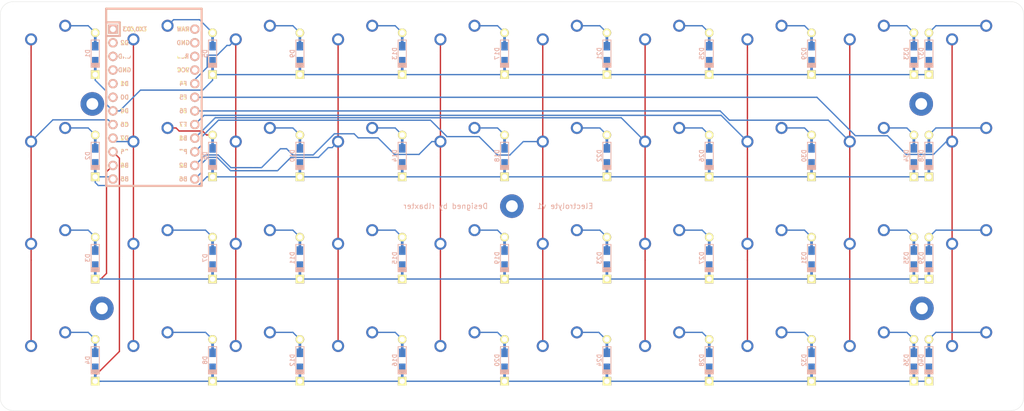
<source format=kicad_pcb>
(kicad_pcb (version 20171130) (host pcbnew "(5.1.4-0)")

  (general
    (thickness 1.6)
    (drawings 10)
    (tracks 215)
    (zones 0)
    (modules 86)
    (nets 65)
  )

  (page A4)
  (layers
    (0 F.Cu signal)
    (31 B.Cu signal)
    (32 B.Adhes user)
    (33 F.Adhes user)
    (34 B.Paste user)
    (35 F.Paste user)
    (36 B.SilkS user)
    (37 F.SilkS user)
    (38 B.Mask user)
    (39 F.Mask user)
    (40 Dwgs.User user)
    (41 Cmts.User user)
    (42 Eco1.User user)
    (43 Eco2.User user)
    (44 Edge.Cuts user)
    (45 Margin user)
    (46 B.CrtYd user)
    (47 F.CrtYd user)
    (48 B.Fab user)
    (49 F.Fab user)
  )

  (setup
    (last_trace_width 0.25)
    (trace_clearance 0.2)
    (zone_clearance 0.508)
    (zone_45_only no)
    (trace_min 0.2)
    (via_size 0.8)
    (via_drill 0.4)
    (via_min_size 0.4)
    (via_min_drill 0.3)
    (uvia_size 0.3)
    (uvia_drill 0.1)
    (uvias_allowed no)
    (uvia_min_size 0.2)
    (uvia_min_drill 0.1)
    (edge_width 0.05)
    (segment_width 0.2)
    (pcb_text_width 0.3)
    (pcb_text_size 1.5 1.5)
    (mod_edge_width 0.12)
    (mod_text_size 1 1)
    (mod_text_width 0.15)
    (pad_size 1.524 1.524)
    (pad_drill 0.762)
    (pad_to_mask_clearance 0.051)
    (solder_mask_min_width 0.25)
    (aux_axis_origin 0 0)
    (visible_elements FFFFFF7F)
    (pcbplotparams
      (layerselection 0x010fc_ffffffff)
      (usegerberextensions false)
      (usegerberattributes false)
      (usegerberadvancedattributes false)
      (creategerberjobfile false)
      (excludeedgelayer true)
      (linewidth 0.100000)
      (plotframeref false)
      (viasonmask false)
      (mode 1)
      (useauxorigin false)
      (hpglpennumber 1)
      (hpglpenspeed 20)
      (hpglpendiameter 15.000000)
      (psnegative false)
      (psa4output false)
      (plotreference true)
      (plotvalue true)
      (plotinvisibletext false)
      (padsonsilk false)
      (subtractmaskfromsilk false)
      (outputformat 1)
      (mirror false)
      (drillshape 1)
      (scaleselection 1)
      (outputdirectory ""))
  )

  (net 0 "")
  (net 1 ROW0)
  (net 2 "Net-(D1-Pad2)")
  (net 3 ROW1)
  (net 4 "Net-(D2-Pad2)")
  (net 5 ROW2)
  (net 6 "Net-(D3-Pad2)")
  (net 7 ROW3)
  (net 8 "Net-(D4-Pad2)")
  (net 9 "Net-(D5-Pad2)")
  (net 10 "Net-(D6-Pad2)")
  (net 11 "Net-(D7-Pad2)")
  (net 12 "Net-(D8-Pad2)")
  (net 13 "Net-(D9-Pad2)")
  (net 14 "Net-(D10-Pad2)")
  (net 15 "Net-(D11-Pad2)")
  (net 16 "Net-(D12-Pad2)")
  (net 17 "Net-(D13-Pad2)")
  (net 18 "Net-(D14-Pad2)")
  (net 19 "Net-(D15-Pad2)")
  (net 20 "Net-(D16-Pad2)")
  (net 21 "Net-(D17-Pad2)")
  (net 22 "Net-(D18-Pad2)")
  (net 23 "Net-(D19-Pad2)")
  (net 24 "Net-(D20-Pad2)")
  (net 25 "Net-(D21-Pad2)")
  (net 26 "Net-(D22-Pad2)")
  (net 27 "Net-(D23-Pad2)")
  (net 28 "Net-(D24-Pad2)")
  (net 29 "Net-(D25-Pad2)")
  (net 30 "Net-(D26-Pad2)")
  (net 31 "Net-(D27-Pad2)")
  (net 32 "Net-(D28-Pad2)")
  (net 33 "Net-(D29-Pad2)")
  (net 34 "Net-(D30-Pad2)")
  (net 35 "Net-(D31-Pad2)")
  (net 36 "Net-(D32-Pad2)")
  (net 37 "Net-(D33-Pad2)")
  (net 38 "Net-(D34-Pad2)")
  (net 39 "Net-(D35-Pad2)")
  (net 40 "Net-(D36-Pad2)")
  (net 41 "Net-(D37-Pad2)")
  (net 42 "Net-(D38-Pad2)")
  (net 43 "Net-(D39-Pad2)")
  (net 44 "Net-(D40-Pad2)")
  (net 45 COL0)
  (net 46 COL1)
  (net 47 COL2)
  (net 48 COL3)
  (net 49 COL4)
  (net 50 COL5)
  (net 51 COL6)
  (net 52 COL7)
  (net 53 COL8)
  (net 54 COL9)
  (net 55 "Net-(U1-Pad24)")
  (net 56 "Net-(U1-Pad21)")
  (net 57 "Net-(U1-Pad6)")
  (net 58 "Net-(U1-Pad5)")
  (net 59 "Net-(U1-Pad4)")
  (net 60 "Net-(U1-Pad3)")
  (net 61 "Net-(U1-Pad2)")
  (net 62 "Net-(U1-Pad1)")
  (net 63 "Net-(U1-Pad23)")
  (net 64 "Net-(U1-Pad22)")

  (net_class Default "This is the default net class."
    (clearance 0.2)
    (trace_width 0.25)
    (via_dia 0.8)
    (via_drill 0.4)
    (uvia_dia 0.3)
    (uvia_drill 0.1)
    (add_net COL0)
    (add_net COL1)
    (add_net COL2)
    (add_net COL3)
    (add_net COL4)
    (add_net COL5)
    (add_net COL6)
    (add_net COL7)
    (add_net COL8)
    (add_net COL9)
    (add_net "Net-(D1-Pad2)")
    (add_net "Net-(D10-Pad2)")
    (add_net "Net-(D11-Pad2)")
    (add_net "Net-(D12-Pad2)")
    (add_net "Net-(D13-Pad2)")
    (add_net "Net-(D14-Pad2)")
    (add_net "Net-(D15-Pad2)")
    (add_net "Net-(D16-Pad2)")
    (add_net "Net-(D17-Pad2)")
    (add_net "Net-(D18-Pad2)")
    (add_net "Net-(D19-Pad2)")
    (add_net "Net-(D2-Pad2)")
    (add_net "Net-(D20-Pad2)")
    (add_net "Net-(D21-Pad2)")
    (add_net "Net-(D22-Pad2)")
    (add_net "Net-(D23-Pad2)")
    (add_net "Net-(D24-Pad2)")
    (add_net "Net-(D25-Pad2)")
    (add_net "Net-(D26-Pad2)")
    (add_net "Net-(D27-Pad2)")
    (add_net "Net-(D28-Pad2)")
    (add_net "Net-(D29-Pad2)")
    (add_net "Net-(D3-Pad2)")
    (add_net "Net-(D30-Pad2)")
    (add_net "Net-(D31-Pad2)")
    (add_net "Net-(D32-Pad2)")
    (add_net "Net-(D33-Pad2)")
    (add_net "Net-(D34-Pad2)")
    (add_net "Net-(D35-Pad2)")
    (add_net "Net-(D36-Pad2)")
    (add_net "Net-(D37-Pad2)")
    (add_net "Net-(D38-Pad2)")
    (add_net "Net-(D39-Pad2)")
    (add_net "Net-(D4-Pad2)")
    (add_net "Net-(D40-Pad2)")
    (add_net "Net-(D5-Pad2)")
    (add_net "Net-(D6-Pad2)")
    (add_net "Net-(D7-Pad2)")
    (add_net "Net-(D8-Pad2)")
    (add_net "Net-(D9-Pad2)")
    (add_net "Net-(U1-Pad1)")
    (add_net "Net-(U1-Pad2)")
    (add_net "Net-(U1-Pad21)")
    (add_net "Net-(U1-Pad22)")
    (add_net "Net-(U1-Pad23)")
    (add_net "Net-(U1-Pad24)")
    (add_net "Net-(U1-Pad3)")
    (add_net "Net-(U1-Pad4)")
    (add_net "Net-(U1-Pad5)")
    (add_net "Net-(U1-Pad6)")
    (add_net ROW0)
    (add_net ROW1)
    (add_net ROW2)
    (add_net ROW3)
  )

  (module MountingHole:MountingHole_2.2mm_M2_Pad (layer F.Cu) (tedit 56D1B4CB) (tstamp 6033FA60)
    (at 111.633 54.229)
    (descr "Mounting Hole 2.2mm, M2")
    (tags "mounting hole 2.2mm m2")
    (attr virtual)
    (fp_text reference REF** (at 0 -3.2) (layer F.SilkS) hide
      (effects (font (size 1 1) (thickness 0.15)))
    )
    (fp_text value MountingHole_2.2mm_M2_Pad (at 0 3.2) (layer F.Fab)
      (effects (font (size 1 1) (thickness 0.15)))
    )
    (fp_circle (center 0 0) (end 2.45 0) (layer F.CrtYd) (width 0.05))
    (fp_circle (center 0 0) (end 2.2 0) (layer Cmts.User) (width 0.15))
    (fp_text user %R (at 0.3 0) (layer F.Fab)
      (effects (font (size 1 1) (thickness 0.15)))
    )
    (pad 1 thru_hole circle (at 0 0) (size 4.4 4.4) (drill 2.2) (layers *.Cu *.Mask))
  )

  (module MountingHole:MountingHole_2.2mm_M2_Pad (layer F.Cu) (tedit 56D1B4CB) (tstamp 6034752A)
    (at 187.833 35.179)
    (descr "Mounting Hole 2.2mm, M2")
    (tags "mounting hole 2.2mm m2")
    (attr virtual)
    (fp_text reference REF** (at 0 -3.2) (layer F.SilkS) hide
      (effects (font (size 1 1) (thickness 0.15)))
    )
    (fp_text value MountingHole_2.2mm_M2_Pad (at 0 3.2) (layer F.Fab)
      (effects (font (size 1 1) (thickness 0.15)))
    )
    (fp_circle (center 0 0) (end 2.45 0) (layer F.CrtYd) (width 0.05))
    (fp_circle (center 0 0) (end 2.2 0) (layer Cmts.User) (width 0.15))
    (fp_text user %R (at 0.3 0) (layer F.Fab)
      (effects (font (size 1 1) (thickness 0.15)))
    )
    (pad 1 thru_hole circle (at 0 0) (size 4.4 4.4) (drill 2.2) (layers *.Cu *.Mask))
  )

  (module MountingHole:MountingHole_2.2mm_M2_Pad (layer F.Cu) (tedit 56D1B4CB) (tstamp 6033F9B1)
    (at 187.96 73.279)
    (descr "Mounting Hole 2.2mm, M2")
    (tags "mounting hole 2.2mm m2")
    (attr virtual)
    (fp_text reference REF** (at 0 -3.2) (layer F.SilkS) hide
      (effects (font (size 1 1) (thickness 0.15)))
    )
    (fp_text value MountingHole_2.2mm_M2_Pad (at 0 3.2) (layer F.Fab)
      (effects (font (size 1 1) (thickness 0.15)))
    )
    (fp_circle (center 0 0) (end 2.45 0) (layer F.CrtYd) (width 0.05))
    (fp_circle (center 0 0) (end 2.2 0) (layer Cmts.User) (width 0.15))
    (fp_text user %R (at 0.3 0) (layer F.Fab)
      (effects (font (size 1 1) (thickness 0.15)))
    )
    (pad 1 thru_hole circle (at 0 0) (size 4.4 4.4) (drill 2.2) (layers *.Cu *.Mask))
  )

  (module MountingHole:MountingHole_2.2mm_M2_Pad (layer F.Cu) (tedit 56D1B4CB) (tstamp 6033F983)
    (at 35.306 73.279)
    (descr "Mounting Hole 2.2mm, M2")
    (tags "mounting hole 2.2mm m2")
    (attr virtual)
    (fp_text reference REF** (at 0 -3.2) (layer F.SilkS) hide
      (effects (font (size 1 1) (thickness 0.15)))
    )
    (fp_text value MountingHole_2.2mm_M2_Pad (at 0 3.2) (layer F.Fab)
      (effects (font (size 1 1) (thickness 0.15)))
    )
    (fp_circle (center 0 0) (end 2.45 0) (layer F.CrtYd) (width 0.05))
    (fp_circle (center 0 0) (end 2.2 0) (layer Cmts.User) (width 0.15))
    (fp_text user %R (at 0.3 0) (layer F.Fab)
      (effects (font (size 1 1) (thickness 0.15)))
    )
    (pad 1 thru_hole circle (at 0 0) (size 4.4 4.4) (drill 2.2) (layers *.Cu *.Mask))
  )

  (module MountingHole:MountingHole_2.2mm_M2_Pad (layer F.Cu) (tedit 56D1B4CB) (tstamp 6033F93A)
    (at 33.528 35.179)
    (descr "Mounting Hole 2.2mm, M2")
    (tags "mounting hole 2.2mm m2")
    (attr virtual)
    (fp_text reference x_x (at 0 -3.429) (layer F.SilkS) hide
      (effects (font (size 1 1) (thickness 0.15)))
    )
    (fp_text value MountingHole_2.2mm_M2_Pad (at 0 3.2) (layer F.Fab)
      (effects (font (size 1 1) (thickness 0.15)))
    )
    (fp_circle (center 0 0) (end 2.45 0) (layer F.CrtYd) (width 0.05))
    (fp_circle (center 0 0) (end 2.2 0) (layer Cmts.User) (width 0.15))
    (fp_text user %R (at 0.127 0) (layer F.Fab)
      (effects (font (size 1 1) (thickness 0.15)))
    )
    (pad 1 thru_hole circle (at 0 0) (size 4.4 4.4) (drill 2.2) (layers *.Cu *.Mask))
  )

  (module MX_Only:MXOnly-1U-NoLED (layer F.Cu) (tedit 5BD3C6C7) (tstamp 6033252C)
    (at 197.38975 82.83575)
    (path /60375ED4)
    (fp_text reference MX40 (at 0 3.175) (layer Dwgs.User)
      (effects (font (size 1 1) (thickness 0.15)))
    )
    (fp_text value MX-NoLED (at 0 -7.9375) (layer Dwgs.User)
      (effects (font (size 1 1) (thickness 0.15)))
    )
    (fp_line (start 5 -7) (end 7 -7) (layer Dwgs.User) (width 0.15))
    (fp_line (start 7 -7) (end 7 -5) (layer Dwgs.User) (width 0.15))
    (fp_line (start 5 7) (end 7 7) (layer Dwgs.User) (width 0.15))
    (fp_line (start 7 7) (end 7 5) (layer Dwgs.User) (width 0.15))
    (fp_line (start -7 5) (end -7 7) (layer Dwgs.User) (width 0.15))
    (fp_line (start -7 7) (end -5 7) (layer Dwgs.User) (width 0.15))
    (fp_line (start -5 -7) (end -7 -7) (layer Dwgs.User) (width 0.15))
    (fp_line (start -7 -7) (end -7 -5) (layer Dwgs.User) (width 0.15))
    (fp_line (start -9.525 -9.525) (end 9.525 -9.525) (layer Dwgs.User) (width 0.15))
    (fp_line (start 9.525 -9.525) (end 9.525 9.525) (layer Dwgs.User) (width 0.15))
    (fp_line (start 9.525 9.525) (end -9.525 9.525) (layer Dwgs.User) (width 0.15))
    (fp_line (start -9.525 9.525) (end -9.525 -9.525) (layer Dwgs.User) (width 0.15))
    (pad 2 thru_hole circle (at 2.54 -5.08) (size 2.25 2.25) (drill 1.47) (layers *.Cu B.Mask)
      (net 44 "Net-(D40-Pad2)"))
    (pad "" np_thru_hole circle (at 0 0) (size 3.9878 3.9878) (drill 3.9878) (layers *.Cu *.Mask))
    (pad 1 thru_hole circle (at -3.81 -2.54) (size 2.25 2.25) (drill 1.47) (layers *.Cu B.Mask)
      (net 54 COL9))
    (pad "" np_thru_hole circle (at -5.08 0 48.0996) (size 1.75 1.75) (drill 1.75) (layers *.Cu *.Mask))
    (pad "" np_thru_hole circle (at 5.08 0 48.0996) (size 1.75 1.75) (drill 1.75) (layers *.Cu *.Mask))
  )

  (module MX_Only:MXOnly-1U-NoLED (layer F.Cu) (tedit 5BD3C6C7) (tstamp 60332515)
    (at 197.38975 63.78575)
    (path /60375ECE)
    (fp_text reference MX39 (at 0 3.175) (layer Dwgs.User)
      (effects (font (size 1 1) (thickness 0.15)))
    )
    (fp_text value MX-NoLED (at 0 -7.9375) (layer Dwgs.User)
      (effects (font (size 1 1) (thickness 0.15)))
    )
    (fp_line (start 5 -7) (end 7 -7) (layer Dwgs.User) (width 0.15))
    (fp_line (start 7 -7) (end 7 -5) (layer Dwgs.User) (width 0.15))
    (fp_line (start 5 7) (end 7 7) (layer Dwgs.User) (width 0.15))
    (fp_line (start 7 7) (end 7 5) (layer Dwgs.User) (width 0.15))
    (fp_line (start -7 5) (end -7 7) (layer Dwgs.User) (width 0.15))
    (fp_line (start -7 7) (end -5 7) (layer Dwgs.User) (width 0.15))
    (fp_line (start -5 -7) (end -7 -7) (layer Dwgs.User) (width 0.15))
    (fp_line (start -7 -7) (end -7 -5) (layer Dwgs.User) (width 0.15))
    (fp_line (start -9.525 -9.525) (end 9.525 -9.525) (layer Dwgs.User) (width 0.15))
    (fp_line (start 9.525 -9.525) (end 9.525 9.525) (layer Dwgs.User) (width 0.15))
    (fp_line (start 9.525 9.525) (end -9.525 9.525) (layer Dwgs.User) (width 0.15))
    (fp_line (start -9.525 9.525) (end -9.525 -9.525) (layer Dwgs.User) (width 0.15))
    (pad 2 thru_hole circle (at 2.54 -5.08) (size 2.25 2.25) (drill 1.47) (layers *.Cu B.Mask)
      (net 43 "Net-(D39-Pad2)"))
    (pad "" np_thru_hole circle (at 0 0) (size 3.9878 3.9878) (drill 3.9878) (layers *.Cu *.Mask))
    (pad 1 thru_hole circle (at -3.81 -2.54) (size 2.25 2.25) (drill 1.47) (layers *.Cu B.Mask)
      (net 54 COL9))
    (pad "" np_thru_hole circle (at -5.08 0 48.0996) (size 1.75 1.75) (drill 1.75) (layers *.Cu *.Mask))
    (pad "" np_thru_hole circle (at 5.08 0 48.0996) (size 1.75 1.75) (drill 1.75) (layers *.Cu *.Mask))
  )

  (module MX_Only:MXOnly-1U-NoLED (layer F.Cu) (tedit 5BD3C6C7) (tstamp 603324FE)
    (at 197.38975 44.73575)
    (path /60375EC8)
    (fp_text reference MX38 (at 0 3.175) (layer Dwgs.User)
      (effects (font (size 1 1) (thickness 0.15)))
    )
    (fp_text value MX-NoLED (at 0 -7.9375) (layer Dwgs.User)
      (effects (font (size 1 1) (thickness 0.15)))
    )
    (fp_line (start 5 -7) (end 7 -7) (layer Dwgs.User) (width 0.15))
    (fp_line (start 7 -7) (end 7 -5) (layer Dwgs.User) (width 0.15))
    (fp_line (start 5 7) (end 7 7) (layer Dwgs.User) (width 0.15))
    (fp_line (start 7 7) (end 7 5) (layer Dwgs.User) (width 0.15))
    (fp_line (start -7 5) (end -7 7) (layer Dwgs.User) (width 0.15))
    (fp_line (start -7 7) (end -5 7) (layer Dwgs.User) (width 0.15))
    (fp_line (start -5 -7) (end -7 -7) (layer Dwgs.User) (width 0.15))
    (fp_line (start -7 -7) (end -7 -5) (layer Dwgs.User) (width 0.15))
    (fp_line (start -9.525 -9.525) (end 9.525 -9.525) (layer Dwgs.User) (width 0.15))
    (fp_line (start 9.525 -9.525) (end 9.525 9.525) (layer Dwgs.User) (width 0.15))
    (fp_line (start 9.525 9.525) (end -9.525 9.525) (layer Dwgs.User) (width 0.15))
    (fp_line (start -9.525 9.525) (end -9.525 -9.525) (layer Dwgs.User) (width 0.15))
    (pad 2 thru_hole circle (at 2.54 -5.08) (size 2.25 2.25) (drill 1.47) (layers *.Cu B.Mask)
      (net 42 "Net-(D38-Pad2)"))
    (pad "" np_thru_hole circle (at 0 0) (size 3.9878 3.9878) (drill 3.9878) (layers *.Cu *.Mask))
    (pad 1 thru_hole circle (at -3.81 -2.54) (size 2.25 2.25) (drill 1.47) (layers *.Cu B.Mask)
      (net 54 COL9))
    (pad "" np_thru_hole circle (at -5.08 0 48.0996) (size 1.75 1.75) (drill 1.75) (layers *.Cu *.Mask))
    (pad "" np_thru_hole circle (at 5.08 0 48.0996) (size 1.75 1.75) (drill 1.75) (layers *.Cu *.Mask))
  )

  (module MX_Only:MXOnly-1U-NoLED (layer F.Cu) (tedit 5BD3C6C7) (tstamp 603324E7)
    (at 197.38975 25.68575)
    (path /60375EC2)
    (fp_text reference MX37 (at 0 3.175) (layer Dwgs.User)
      (effects (font (size 1 1) (thickness 0.15)))
    )
    (fp_text value MX-NoLED (at 0 -7.9375) (layer Dwgs.User)
      (effects (font (size 1 1) (thickness 0.15)))
    )
    (fp_line (start 5 -7) (end 7 -7) (layer Dwgs.User) (width 0.15))
    (fp_line (start 7 -7) (end 7 -5) (layer Dwgs.User) (width 0.15))
    (fp_line (start 5 7) (end 7 7) (layer Dwgs.User) (width 0.15))
    (fp_line (start 7 7) (end 7 5) (layer Dwgs.User) (width 0.15))
    (fp_line (start -7 5) (end -7 7) (layer Dwgs.User) (width 0.15))
    (fp_line (start -7 7) (end -5 7) (layer Dwgs.User) (width 0.15))
    (fp_line (start -5 -7) (end -7 -7) (layer Dwgs.User) (width 0.15))
    (fp_line (start -7 -7) (end -7 -5) (layer Dwgs.User) (width 0.15))
    (fp_line (start -9.525 -9.525) (end 9.525 -9.525) (layer Dwgs.User) (width 0.15))
    (fp_line (start 9.525 -9.525) (end 9.525 9.525) (layer Dwgs.User) (width 0.15))
    (fp_line (start 9.525 9.525) (end -9.525 9.525) (layer Dwgs.User) (width 0.15))
    (fp_line (start -9.525 9.525) (end -9.525 -9.525) (layer Dwgs.User) (width 0.15))
    (pad 2 thru_hole circle (at 2.54 -5.08) (size 2.25 2.25) (drill 1.47) (layers *.Cu B.Mask)
      (net 41 "Net-(D37-Pad2)"))
    (pad "" np_thru_hole circle (at 0 0) (size 3.9878 3.9878) (drill 3.9878) (layers *.Cu *.Mask))
    (pad 1 thru_hole circle (at -3.81 -2.54) (size 2.25 2.25) (drill 1.47) (layers *.Cu B.Mask)
      (net 54 COL9))
    (pad "" np_thru_hole circle (at -5.08 0 48.0996) (size 1.75 1.75) (drill 1.75) (layers *.Cu *.Mask))
    (pad "" np_thru_hole circle (at 5.08 0 48.0996) (size 1.75 1.75) (drill 1.75) (layers *.Cu *.Mask))
  )

  (module MX_Only:MXOnly-1U-NoLED (layer F.Cu) (tedit 5BD3C6C7) (tstamp 603324D0)
    (at 178.33975 82.83575)
    (path /60375EBC)
    (fp_text reference MX36 (at 0 3.175) (layer Dwgs.User)
      (effects (font (size 1 1) (thickness 0.15)))
    )
    (fp_text value MX-NoLED (at 0 -7.9375) (layer Dwgs.User)
      (effects (font (size 1 1) (thickness 0.15)))
    )
    (fp_line (start 5 -7) (end 7 -7) (layer Dwgs.User) (width 0.15))
    (fp_line (start 7 -7) (end 7 -5) (layer Dwgs.User) (width 0.15))
    (fp_line (start 5 7) (end 7 7) (layer Dwgs.User) (width 0.15))
    (fp_line (start 7 7) (end 7 5) (layer Dwgs.User) (width 0.15))
    (fp_line (start -7 5) (end -7 7) (layer Dwgs.User) (width 0.15))
    (fp_line (start -7 7) (end -5 7) (layer Dwgs.User) (width 0.15))
    (fp_line (start -5 -7) (end -7 -7) (layer Dwgs.User) (width 0.15))
    (fp_line (start -7 -7) (end -7 -5) (layer Dwgs.User) (width 0.15))
    (fp_line (start -9.525 -9.525) (end 9.525 -9.525) (layer Dwgs.User) (width 0.15))
    (fp_line (start 9.525 -9.525) (end 9.525 9.525) (layer Dwgs.User) (width 0.15))
    (fp_line (start 9.525 9.525) (end -9.525 9.525) (layer Dwgs.User) (width 0.15))
    (fp_line (start -9.525 9.525) (end -9.525 -9.525) (layer Dwgs.User) (width 0.15))
    (pad 2 thru_hole circle (at 2.54 -5.08) (size 2.25 2.25) (drill 1.47) (layers *.Cu B.Mask)
      (net 40 "Net-(D36-Pad2)"))
    (pad "" np_thru_hole circle (at 0 0) (size 3.9878 3.9878) (drill 3.9878) (layers *.Cu *.Mask))
    (pad 1 thru_hole circle (at -3.81 -2.54) (size 2.25 2.25) (drill 1.47) (layers *.Cu B.Mask)
      (net 53 COL8))
    (pad "" np_thru_hole circle (at -5.08 0 48.0996) (size 1.75 1.75) (drill 1.75) (layers *.Cu *.Mask))
    (pad "" np_thru_hole circle (at 5.08 0 48.0996) (size 1.75 1.75) (drill 1.75) (layers *.Cu *.Mask))
  )

  (module MX_Only:MXOnly-1U-NoLED (layer F.Cu) (tedit 5BD3C6C7) (tstamp 603324B9)
    (at 178.33975 63.78575)
    (path /60375EB6)
    (fp_text reference MX35 (at 0 3.175) (layer Dwgs.User)
      (effects (font (size 1 1) (thickness 0.15)))
    )
    (fp_text value MX-NoLED (at 0 -7.9375) (layer Dwgs.User)
      (effects (font (size 1 1) (thickness 0.15)))
    )
    (fp_line (start 5 -7) (end 7 -7) (layer Dwgs.User) (width 0.15))
    (fp_line (start 7 -7) (end 7 -5) (layer Dwgs.User) (width 0.15))
    (fp_line (start 5 7) (end 7 7) (layer Dwgs.User) (width 0.15))
    (fp_line (start 7 7) (end 7 5) (layer Dwgs.User) (width 0.15))
    (fp_line (start -7 5) (end -7 7) (layer Dwgs.User) (width 0.15))
    (fp_line (start -7 7) (end -5 7) (layer Dwgs.User) (width 0.15))
    (fp_line (start -5 -7) (end -7 -7) (layer Dwgs.User) (width 0.15))
    (fp_line (start -7 -7) (end -7 -5) (layer Dwgs.User) (width 0.15))
    (fp_line (start -9.525 -9.525) (end 9.525 -9.525) (layer Dwgs.User) (width 0.15))
    (fp_line (start 9.525 -9.525) (end 9.525 9.525) (layer Dwgs.User) (width 0.15))
    (fp_line (start 9.525 9.525) (end -9.525 9.525) (layer Dwgs.User) (width 0.15))
    (fp_line (start -9.525 9.525) (end -9.525 -9.525) (layer Dwgs.User) (width 0.15))
    (pad 2 thru_hole circle (at 2.54 -5.08) (size 2.25 2.25) (drill 1.47) (layers *.Cu B.Mask)
      (net 39 "Net-(D35-Pad2)"))
    (pad "" np_thru_hole circle (at 0 0) (size 3.9878 3.9878) (drill 3.9878) (layers *.Cu *.Mask))
    (pad 1 thru_hole circle (at -3.81 -2.54) (size 2.25 2.25) (drill 1.47) (layers *.Cu B.Mask)
      (net 53 COL8))
    (pad "" np_thru_hole circle (at -5.08 0 48.0996) (size 1.75 1.75) (drill 1.75) (layers *.Cu *.Mask))
    (pad "" np_thru_hole circle (at 5.08 0 48.0996) (size 1.75 1.75) (drill 1.75) (layers *.Cu *.Mask))
  )

  (module MX_Only:MXOnly-1U-NoLED (layer F.Cu) (tedit 5BD3C6C7) (tstamp 603324A2)
    (at 178.33975 44.73575)
    (path /60375EB0)
    (fp_text reference MX34 (at 0 3.175) (layer Dwgs.User)
      (effects (font (size 1 1) (thickness 0.15)))
    )
    (fp_text value MX-NoLED (at 0 -7.9375) (layer Dwgs.User)
      (effects (font (size 1 1) (thickness 0.15)))
    )
    (fp_line (start 5 -7) (end 7 -7) (layer Dwgs.User) (width 0.15))
    (fp_line (start 7 -7) (end 7 -5) (layer Dwgs.User) (width 0.15))
    (fp_line (start 5 7) (end 7 7) (layer Dwgs.User) (width 0.15))
    (fp_line (start 7 7) (end 7 5) (layer Dwgs.User) (width 0.15))
    (fp_line (start -7 5) (end -7 7) (layer Dwgs.User) (width 0.15))
    (fp_line (start -7 7) (end -5 7) (layer Dwgs.User) (width 0.15))
    (fp_line (start -5 -7) (end -7 -7) (layer Dwgs.User) (width 0.15))
    (fp_line (start -7 -7) (end -7 -5) (layer Dwgs.User) (width 0.15))
    (fp_line (start -9.525 -9.525) (end 9.525 -9.525) (layer Dwgs.User) (width 0.15))
    (fp_line (start 9.525 -9.525) (end 9.525 9.525) (layer Dwgs.User) (width 0.15))
    (fp_line (start 9.525 9.525) (end -9.525 9.525) (layer Dwgs.User) (width 0.15))
    (fp_line (start -9.525 9.525) (end -9.525 -9.525) (layer Dwgs.User) (width 0.15))
    (pad 2 thru_hole circle (at 2.54 -5.08) (size 2.25 2.25) (drill 1.47) (layers *.Cu B.Mask)
      (net 38 "Net-(D34-Pad2)"))
    (pad "" np_thru_hole circle (at 0 0) (size 3.9878 3.9878) (drill 3.9878) (layers *.Cu *.Mask))
    (pad 1 thru_hole circle (at -3.81 -2.54) (size 2.25 2.25) (drill 1.47) (layers *.Cu B.Mask)
      (net 53 COL8))
    (pad "" np_thru_hole circle (at -5.08 0 48.0996) (size 1.75 1.75) (drill 1.75) (layers *.Cu *.Mask))
    (pad "" np_thru_hole circle (at 5.08 0 48.0996) (size 1.75 1.75) (drill 1.75) (layers *.Cu *.Mask))
  )

  (module MX_Only:MXOnly-1U-NoLED (layer F.Cu) (tedit 5BD3C6C7) (tstamp 6033248B)
    (at 178.33975 25.68575)
    (path /60375EAA)
    (fp_text reference MX33 (at 0 3.175) (layer Dwgs.User)
      (effects (font (size 1 1) (thickness 0.15)))
    )
    (fp_text value MX-NoLED (at 0 -7.9375) (layer Dwgs.User)
      (effects (font (size 1 1) (thickness 0.15)))
    )
    (fp_line (start 5 -7) (end 7 -7) (layer Dwgs.User) (width 0.15))
    (fp_line (start 7 -7) (end 7 -5) (layer Dwgs.User) (width 0.15))
    (fp_line (start 5 7) (end 7 7) (layer Dwgs.User) (width 0.15))
    (fp_line (start 7 7) (end 7 5) (layer Dwgs.User) (width 0.15))
    (fp_line (start -7 5) (end -7 7) (layer Dwgs.User) (width 0.15))
    (fp_line (start -7 7) (end -5 7) (layer Dwgs.User) (width 0.15))
    (fp_line (start -5 -7) (end -7 -7) (layer Dwgs.User) (width 0.15))
    (fp_line (start -7 -7) (end -7 -5) (layer Dwgs.User) (width 0.15))
    (fp_line (start -9.525 -9.525) (end 9.525 -9.525) (layer Dwgs.User) (width 0.15))
    (fp_line (start 9.525 -9.525) (end 9.525 9.525) (layer Dwgs.User) (width 0.15))
    (fp_line (start 9.525 9.525) (end -9.525 9.525) (layer Dwgs.User) (width 0.15))
    (fp_line (start -9.525 9.525) (end -9.525 -9.525) (layer Dwgs.User) (width 0.15))
    (pad 2 thru_hole circle (at 2.54 -5.08) (size 2.25 2.25) (drill 1.47) (layers *.Cu B.Mask)
      (net 37 "Net-(D33-Pad2)"))
    (pad "" np_thru_hole circle (at 0 0) (size 3.9878 3.9878) (drill 3.9878) (layers *.Cu *.Mask))
    (pad 1 thru_hole circle (at -3.81 -2.54) (size 2.25 2.25) (drill 1.47) (layers *.Cu B.Mask)
      (net 53 COL8))
    (pad "" np_thru_hole circle (at -5.08 0 48.0996) (size 1.75 1.75) (drill 1.75) (layers *.Cu *.Mask))
    (pad "" np_thru_hole circle (at 5.08 0 48.0996) (size 1.75 1.75) (drill 1.75) (layers *.Cu *.Mask))
  )

  (module MX_Only:MXOnly-1U-NoLED (layer F.Cu) (tedit 5BD3C6C7) (tstamp 60332474)
    (at 159.28975 82.83575)
    (path /6036E7F8)
    (fp_text reference MX32 (at 0 3.175) (layer Dwgs.User)
      (effects (font (size 1 1) (thickness 0.15)))
    )
    (fp_text value MX-NoLED (at 0 -7.9375) (layer Dwgs.User)
      (effects (font (size 1 1) (thickness 0.15)))
    )
    (fp_line (start 5 -7) (end 7 -7) (layer Dwgs.User) (width 0.15))
    (fp_line (start 7 -7) (end 7 -5) (layer Dwgs.User) (width 0.15))
    (fp_line (start 5 7) (end 7 7) (layer Dwgs.User) (width 0.15))
    (fp_line (start 7 7) (end 7 5) (layer Dwgs.User) (width 0.15))
    (fp_line (start -7 5) (end -7 7) (layer Dwgs.User) (width 0.15))
    (fp_line (start -7 7) (end -5 7) (layer Dwgs.User) (width 0.15))
    (fp_line (start -5 -7) (end -7 -7) (layer Dwgs.User) (width 0.15))
    (fp_line (start -7 -7) (end -7 -5) (layer Dwgs.User) (width 0.15))
    (fp_line (start -9.525 -9.525) (end 9.525 -9.525) (layer Dwgs.User) (width 0.15))
    (fp_line (start 9.525 -9.525) (end 9.525 9.525) (layer Dwgs.User) (width 0.15))
    (fp_line (start 9.525 9.525) (end -9.525 9.525) (layer Dwgs.User) (width 0.15))
    (fp_line (start -9.525 9.525) (end -9.525 -9.525) (layer Dwgs.User) (width 0.15))
    (pad 2 thru_hole circle (at 2.54 -5.08) (size 2.25 2.25) (drill 1.47) (layers *.Cu B.Mask)
      (net 36 "Net-(D32-Pad2)"))
    (pad "" np_thru_hole circle (at 0 0) (size 3.9878 3.9878) (drill 3.9878) (layers *.Cu *.Mask))
    (pad 1 thru_hole circle (at -3.81 -2.54) (size 2.25 2.25) (drill 1.47) (layers *.Cu B.Mask)
      (net 52 COL7))
    (pad "" np_thru_hole circle (at -5.08 0 48.0996) (size 1.75 1.75) (drill 1.75) (layers *.Cu *.Mask))
    (pad "" np_thru_hole circle (at 5.08 0 48.0996) (size 1.75 1.75) (drill 1.75) (layers *.Cu *.Mask))
  )

  (module MX_Only:MXOnly-1U-NoLED (layer F.Cu) (tedit 5BD3C6C7) (tstamp 6033245D)
    (at 159.28975 63.78575)
    (path /6036E7F2)
    (fp_text reference MX31 (at 0 3.175) (layer Dwgs.User)
      (effects (font (size 1 1) (thickness 0.15)))
    )
    (fp_text value MX-NoLED (at 0 -7.9375) (layer Dwgs.User)
      (effects (font (size 1 1) (thickness 0.15)))
    )
    (fp_line (start 5 -7) (end 7 -7) (layer Dwgs.User) (width 0.15))
    (fp_line (start 7 -7) (end 7 -5) (layer Dwgs.User) (width 0.15))
    (fp_line (start 5 7) (end 7 7) (layer Dwgs.User) (width 0.15))
    (fp_line (start 7 7) (end 7 5) (layer Dwgs.User) (width 0.15))
    (fp_line (start -7 5) (end -7 7) (layer Dwgs.User) (width 0.15))
    (fp_line (start -7 7) (end -5 7) (layer Dwgs.User) (width 0.15))
    (fp_line (start -5 -7) (end -7 -7) (layer Dwgs.User) (width 0.15))
    (fp_line (start -7 -7) (end -7 -5) (layer Dwgs.User) (width 0.15))
    (fp_line (start -9.525 -9.525) (end 9.525 -9.525) (layer Dwgs.User) (width 0.15))
    (fp_line (start 9.525 -9.525) (end 9.525 9.525) (layer Dwgs.User) (width 0.15))
    (fp_line (start 9.525 9.525) (end -9.525 9.525) (layer Dwgs.User) (width 0.15))
    (fp_line (start -9.525 9.525) (end -9.525 -9.525) (layer Dwgs.User) (width 0.15))
    (pad 2 thru_hole circle (at 2.54 -5.08) (size 2.25 2.25) (drill 1.47) (layers *.Cu B.Mask)
      (net 35 "Net-(D31-Pad2)"))
    (pad "" np_thru_hole circle (at 0 0) (size 3.9878 3.9878) (drill 3.9878) (layers *.Cu *.Mask))
    (pad 1 thru_hole circle (at -3.81 -2.54) (size 2.25 2.25) (drill 1.47) (layers *.Cu B.Mask)
      (net 52 COL7))
    (pad "" np_thru_hole circle (at -5.08 0 48.0996) (size 1.75 1.75) (drill 1.75) (layers *.Cu *.Mask))
    (pad "" np_thru_hole circle (at 5.08 0 48.0996) (size 1.75 1.75) (drill 1.75) (layers *.Cu *.Mask))
  )

  (module MX_Only:MXOnly-1U-NoLED (layer F.Cu) (tedit 5BD3C6C7) (tstamp 60332446)
    (at 159.28975 44.73575)
    (path /6036E7EC)
    (fp_text reference MX30 (at 0 3.175) (layer Dwgs.User)
      (effects (font (size 1 1) (thickness 0.15)))
    )
    (fp_text value MX-NoLED (at 0 -7.9375) (layer Dwgs.User)
      (effects (font (size 1 1) (thickness 0.15)))
    )
    (fp_line (start 5 -7) (end 7 -7) (layer Dwgs.User) (width 0.15))
    (fp_line (start 7 -7) (end 7 -5) (layer Dwgs.User) (width 0.15))
    (fp_line (start 5 7) (end 7 7) (layer Dwgs.User) (width 0.15))
    (fp_line (start 7 7) (end 7 5) (layer Dwgs.User) (width 0.15))
    (fp_line (start -7 5) (end -7 7) (layer Dwgs.User) (width 0.15))
    (fp_line (start -7 7) (end -5 7) (layer Dwgs.User) (width 0.15))
    (fp_line (start -5 -7) (end -7 -7) (layer Dwgs.User) (width 0.15))
    (fp_line (start -7 -7) (end -7 -5) (layer Dwgs.User) (width 0.15))
    (fp_line (start -9.525 -9.525) (end 9.525 -9.525) (layer Dwgs.User) (width 0.15))
    (fp_line (start 9.525 -9.525) (end 9.525 9.525) (layer Dwgs.User) (width 0.15))
    (fp_line (start 9.525 9.525) (end -9.525 9.525) (layer Dwgs.User) (width 0.15))
    (fp_line (start -9.525 9.525) (end -9.525 -9.525) (layer Dwgs.User) (width 0.15))
    (pad 2 thru_hole circle (at 2.54 -5.08) (size 2.25 2.25) (drill 1.47) (layers *.Cu B.Mask)
      (net 34 "Net-(D30-Pad2)"))
    (pad "" np_thru_hole circle (at 0 0) (size 3.9878 3.9878) (drill 3.9878) (layers *.Cu *.Mask))
    (pad 1 thru_hole circle (at -3.81 -2.54) (size 2.25 2.25) (drill 1.47) (layers *.Cu B.Mask)
      (net 52 COL7))
    (pad "" np_thru_hole circle (at -5.08 0 48.0996) (size 1.75 1.75) (drill 1.75) (layers *.Cu *.Mask))
    (pad "" np_thru_hole circle (at 5.08 0 48.0996) (size 1.75 1.75) (drill 1.75) (layers *.Cu *.Mask))
  )

  (module MX_Only:MXOnly-1U-NoLED (layer F.Cu) (tedit 5BD3C6C7) (tstamp 6033242F)
    (at 159.28975 25.68575)
    (path /6036E7E6)
    (fp_text reference MX29 (at 0 3.175) (layer Dwgs.User)
      (effects (font (size 1 1) (thickness 0.15)))
    )
    (fp_text value MX-NoLED (at 0 -7.9375) (layer Dwgs.User)
      (effects (font (size 1 1) (thickness 0.15)))
    )
    (fp_line (start 5 -7) (end 7 -7) (layer Dwgs.User) (width 0.15))
    (fp_line (start 7 -7) (end 7 -5) (layer Dwgs.User) (width 0.15))
    (fp_line (start 5 7) (end 7 7) (layer Dwgs.User) (width 0.15))
    (fp_line (start 7 7) (end 7 5) (layer Dwgs.User) (width 0.15))
    (fp_line (start -7 5) (end -7 7) (layer Dwgs.User) (width 0.15))
    (fp_line (start -7 7) (end -5 7) (layer Dwgs.User) (width 0.15))
    (fp_line (start -5 -7) (end -7 -7) (layer Dwgs.User) (width 0.15))
    (fp_line (start -7 -7) (end -7 -5) (layer Dwgs.User) (width 0.15))
    (fp_line (start -9.525 -9.525) (end 9.525 -9.525) (layer Dwgs.User) (width 0.15))
    (fp_line (start 9.525 -9.525) (end 9.525 9.525) (layer Dwgs.User) (width 0.15))
    (fp_line (start 9.525 9.525) (end -9.525 9.525) (layer Dwgs.User) (width 0.15))
    (fp_line (start -9.525 9.525) (end -9.525 -9.525) (layer Dwgs.User) (width 0.15))
    (pad 2 thru_hole circle (at 2.54 -5.08) (size 2.25 2.25) (drill 1.47) (layers *.Cu B.Mask)
      (net 33 "Net-(D29-Pad2)"))
    (pad "" np_thru_hole circle (at 0 0) (size 3.9878 3.9878) (drill 3.9878) (layers *.Cu *.Mask))
    (pad 1 thru_hole circle (at -3.81 -2.54) (size 2.25 2.25) (drill 1.47) (layers *.Cu B.Mask)
      (net 52 COL7))
    (pad "" np_thru_hole circle (at -5.08 0 48.0996) (size 1.75 1.75) (drill 1.75) (layers *.Cu *.Mask))
    (pad "" np_thru_hole circle (at 5.08 0 48.0996) (size 1.75 1.75) (drill 1.75) (layers *.Cu *.Mask))
  )

  (module MX_Only:MXOnly-1U-NoLED (layer F.Cu) (tedit 5BD3C6C7) (tstamp 60332418)
    (at 140.23975 82.83575)
    (path /6036E7E0)
    (fp_text reference MX28 (at 0 3.175) (layer Dwgs.User)
      (effects (font (size 1 1) (thickness 0.15)))
    )
    (fp_text value MX-NoLED (at 0 -7.9375) (layer Dwgs.User)
      (effects (font (size 1 1) (thickness 0.15)))
    )
    (fp_line (start 5 -7) (end 7 -7) (layer Dwgs.User) (width 0.15))
    (fp_line (start 7 -7) (end 7 -5) (layer Dwgs.User) (width 0.15))
    (fp_line (start 5 7) (end 7 7) (layer Dwgs.User) (width 0.15))
    (fp_line (start 7 7) (end 7 5) (layer Dwgs.User) (width 0.15))
    (fp_line (start -7 5) (end -7 7) (layer Dwgs.User) (width 0.15))
    (fp_line (start -7 7) (end -5 7) (layer Dwgs.User) (width 0.15))
    (fp_line (start -5 -7) (end -7 -7) (layer Dwgs.User) (width 0.15))
    (fp_line (start -7 -7) (end -7 -5) (layer Dwgs.User) (width 0.15))
    (fp_line (start -9.525 -9.525) (end 9.525 -9.525) (layer Dwgs.User) (width 0.15))
    (fp_line (start 9.525 -9.525) (end 9.525 9.525) (layer Dwgs.User) (width 0.15))
    (fp_line (start 9.525 9.525) (end -9.525 9.525) (layer Dwgs.User) (width 0.15))
    (fp_line (start -9.525 9.525) (end -9.525 -9.525) (layer Dwgs.User) (width 0.15))
    (pad 2 thru_hole circle (at 2.54 -5.08) (size 2.25 2.25) (drill 1.47) (layers *.Cu B.Mask)
      (net 32 "Net-(D28-Pad2)"))
    (pad "" np_thru_hole circle (at 0 0) (size 3.9878 3.9878) (drill 3.9878) (layers *.Cu *.Mask))
    (pad 1 thru_hole circle (at -3.81 -2.54) (size 2.25 2.25) (drill 1.47) (layers *.Cu B.Mask)
      (net 51 COL6))
    (pad "" np_thru_hole circle (at -5.08 0 48.0996) (size 1.75 1.75) (drill 1.75) (layers *.Cu *.Mask))
    (pad "" np_thru_hole circle (at 5.08 0 48.0996) (size 1.75 1.75) (drill 1.75) (layers *.Cu *.Mask))
  )

  (module MX_Only:MXOnly-1U-NoLED (layer F.Cu) (tedit 5BD3C6C7) (tstamp 60332401)
    (at 140.23975 63.78575)
    (path /6036E7DA)
    (fp_text reference MX27 (at 0 3.175) (layer Dwgs.User)
      (effects (font (size 1 1) (thickness 0.15)))
    )
    (fp_text value MX-NoLED (at 0 -7.9375) (layer Dwgs.User)
      (effects (font (size 1 1) (thickness 0.15)))
    )
    (fp_line (start 5 -7) (end 7 -7) (layer Dwgs.User) (width 0.15))
    (fp_line (start 7 -7) (end 7 -5) (layer Dwgs.User) (width 0.15))
    (fp_line (start 5 7) (end 7 7) (layer Dwgs.User) (width 0.15))
    (fp_line (start 7 7) (end 7 5) (layer Dwgs.User) (width 0.15))
    (fp_line (start -7 5) (end -7 7) (layer Dwgs.User) (width 0.15))
    (fp_line (start -7 7) (end -5 7) (layer Dwgs.User) (width 0.15))
    (fp_line (start -5 -7) (end -7 -7) (layer Dwgs.User) (width 0.15))
    (fp_line (start -7 -7) (end -7 -5) (layer Dwgs.User) (width 0.15))
    (fp_line (start -9.525 -9.525) (end 9.525 -9.525) (layer Dwgs.User) (width 0.15))
    (fp_line (start 9.525 -9.525) (end 9.525 9.525) (layer Dwgs.User) (width 0.15))
    (fp_line (start 9.525 9.525) (end -9.525 9.525) (layer Dwgs.User) (width 0.15))
    (fp_line (start -9.525 9.525) (end -9.525 -9.525) (layer Dwgs.User) (width 0.15))
    (pad 2 thru_hole circle (at 2.54 -5.08) (size 2.25 2.25) (drill 1.47) (layers *.Cu B.Mask)
      (net 31 "Net-(D27-Pad2)"))
    (pad "" np_thru_hole circle (at 0 0) (size 3.9878 3.9878) (drill 3.9878) (layers *.Cu *.Mask))
    (pad 1 thru_hole circle (at -3.81 -2.54) (size 2.25 2.25) (drill 1.47) (layers *.Cu B.Mask)
      (net 51 COL6))
    (pad "" np_thru_hole circle (at -5.08 0 48.0996) (size 1.75 1.75) (drill 1.75) (layers *.Cu *.Mask))
    (pad "" np_thru_hole circle (at 5.08 0 48.0996) (size 1.75 1.75) (drill 1.75) (layers *.Cu *.Mask))
  )

  (module MX_Only:MXOnly-1U-NoLED (layer F.Cu) (tedit 5BD3C6C7) (tstamp 603323EA)
    (at 140.23975 44.73575)
    (path /6036E7D4)
    (fp_text reference MX26 (at 0 3.175) (layer Dwgs.User)
      (effects (font (size 1 1) (thickness 0.15)))
    )
    (fp_text value MX-NoLED (at 0 -7.9375) (layer Dwgs.User)
      (effects (font (size 1 1) (thickness 0.15)))
    )
    (fp_line (start 5 -7) (end 7 -7) (layer Dwgs.User) (width 0.15))
    (fp_line (start 7 -7) (end 7 -5) (layer Dwgs.User) (width 0.15))
    (fp_line (start 5 7) (end 7 7) (layer Dwgs.User) (width 0.15))
    (fp_line (start 7 7) (end 7 5) (layer Dwgs.User) (width 0.15))
    (fp_line (start -7 5) (end -7 7) (layer Dwgs.User) (width 0.15))
    (fp_line (start -7 7) (end -5 7) (layer Dwgs.User) (width 0.15))
    (fp_line (start -5 -7) (end -7 -7) (layer Dwgs.User) (width 0.15))
    (fp_line (start -7 -7) (end -7 -5) (layer Dwgs.User) (width 0.15))
    (fp_line (start -9.525 -9.525) (end 9.525 -9.525) (layer Dwgs.User) (width 0.15))
    (fp_line (start 9.525 -9.525) (end 9.525 9.525) (layer Dwgs.User) (width 0.15))
    (fp_line (start 9.525 9.525) (end -9.525 9.525) (layer Dwgs.User) (width 0.15))
    (fp_line (start -9.525 9.525) (end -9.525 -9.525) (layer Dwgs.User) (width 0.15))
    (pad 2 thru_hole circle (at 2.54 -5.08) (size 2.25 2.25) (drill 1.47) (layers *.Cu B.Mask)
      (net 30 "Net-(D26-Pad2)"))
    (pad "" np_thru_hole circle (at 0 0) (size 3.9878 3.9878) (drill 3.9878) (layers *.Cu *.Mask))
    (pad 1 thru_hole circle (at -3.81 -2.54) (size 2.25 2.25) (drill 1.47) (layers *.Cu B.Mask)
      (net 51 COL6))
    (pad "" np_thru_hole circle (at -5.08 0 48.0996) (size 1.75 1.75) (drill 1.75) (layers *.Cu *.Mask))
    (pad "" np_thru_hole circle (at 5.08 0 48.0996) (size 1.75 1.75) (drill 1.75) (layers *.Cu *.Mask))
  )

  (module MX_Only:MXOnly-1U-NoLED (layer F.Cu) (tedit 5BD3C6C7) (tstamp 603323D3)
    (at 140.23975 25.68575)
    (path /6036E7CE)
    (fp_text reference MX25 (at 0 3.175) (layer Dwgs.User)
      (effects (font (size 1 1) (thickness 0.15)))
    )
    (fp_text value MX-NoLED (at 0 -7.9375) (layer Dwgs.User)
      (effects (font (size 1 1) (thickness 0.15)))
    )
    (fp_line (start 5 -7) (end 7 -7) (layer Dwgs.User) (width 0.15))
    (fp_line (start 7 -7) (end 7 -5) (layer Dwgs.User) (width 0.15))
    (fp_line (start 5 7) (end 7 7) (layer Dwgs.User) (width 0.15))
    (fp_line (start 7 7) (end 7 5) (layer Dwgs.User) (width 0.15))
    (fp_line (start -7 5) (end -7 7) (layer Dwgs.User) (width 0.15))
    (fp_line (start -7 7) (end -5 7) (layer Dwgs.User) (width 0.15))
    (fp_line (start -5 -7) (end -7 -7) (layer Dwgs.User) (width 0.15))
    (fp_line (start -7 -7) (end -7 -5) (layer Dwgs.User) (width 0.15))
    (fp_line (start -9.525 -9.525) (end 9.525 -9.525) (layer Dwgs.User) (width 0.15))
    (fp_line (start 9.525 -9.525) (end 9.525 9.525) (layer Dwgs.User) (width 0.15))
    (fp_line (start 9.525 9.525) (end -9.525 9.525) (layer Dwgs.User) (width 0.15))
    (fp_line (start -9.525 9.525) (end -9.525 -9.525) (layer Dwgs.User) (width 0.15))
    (pad 2 thru_hole circle (at 2.54 -5.08) (size 2.25 2.25) (drill 1.47) (layers *.Cu B.Mask)
      (net 29 "Net-(D25-Pad2)"))
    (pad "" np_thru_hole circle (at 0 0) (size 3.9878 3.9878) (drill 3.9878) (layers *.Cu *.Mask))
    (pad 1 thru_hole circle (at -3.81 -2.54) (size 2.25 2.25) (drill 1.47) (layers *.Cu B.Mask)
      (net 51 COL6))
    (pad "" np_thru_hole circle (at -5.08 0 48.0996) (size 1.75 1.75) (drill 1.75) (layers *.Cu *.Mask))
    (pad "" np_thru_hole circle (at 5.08 0 48.0996) (size 1.75 1.75) (drill 1.75) (layers *.Cu *.Mask))
  )

  (module MX_Only:MXOnly-1U-NoLED (layer F.Cu) (tedit 5BD3C6C7) (tstamp 603323BC)
    (at 121.18975 82.83575)
    (path /60368118)
    (fp_text reference MX24 (at 0 3.175) (layer Dwgs.User)
      (effects (font (size 1 1) (thickness 0.15)))
    )
    (fp_text value MX-NoLED (at 0 -7.9375) (layer Dwgs.User)
      (effects (font (size 1 1) (thickness 0.15)))
    )
    (fp_line (start 5 -7) (end 7 -7) (layer Dwgs.User) (width 0.15))
    (fp_line (start 7 -7) (end 7 -5) (layer Dwgs.User) (width 0.15))
    (fp_line (start 5 7) (end 7 7) (layer Dwgs.User) (width 0.15))
    (fp_line (start 7 7) (end 7 5) (layer Dwgs.User) (width 0.15))
    (fp_line (start -7 5) (end -7 7) (layer Dwgs.User) (width 0.15))
    (fp_line (start -7 7) (end -5 7) (layer Dwgs.User) (width 0.15))
    (fp_line (start -5 -7) (end -7 -7) (layer Dwgs.User) (width 0.15))
    (fp_line (start -7 -7) (end -7 -5) (layer Dwgs.User) (width 0.15))
    (fp_line (start -9.525 -9.525) (end 9.525 -9.525) (layer Dwgs.User) (width 0.15))
    (fp_line (start 9.525 -9.525) (end 9.525 9.525) (layer Dwgs.User) (width 0.15))
    (fp_line (start 9.525 9.525) (end -9.525 9.525) (layer Dwgs.User) (width 0.15))
    (fp_line (start -9.525 9.525) (end -9.525 -9.525) (layer Dwgs.User) (width 0.15))
    (pad 2 thru_hole circle (at 2.54 -5.08) (size 2.25 2.25) (drill 1.47) (layers *.Cu B.Mask)
      (net 28 "Net-(D24-Pad2)"))
    (pad "" np_thru_hole circle (at 0 0) (size 3.9878 3.9878) (drill 3.9878) (layers *.Cu *.Mask))
    (pad 1 thru_hole circle (at -3.81 -2.54) (size 2.25 2.25) (drill 1.47) (layers *.Cu B.Mask)
      (net 50 COL5))
    (pad "" np_thru_hole circle (at -5.08 0 48.0996) (size 1.75 1.75) (drill 1.75) (layers *.Cu *.Mask))
    (pad "" np_thru_hole circle (at 5.08 0 48.0996) (size 1.75 1.75) (drill 1.75) (layers *.Cu *.Mask))
  )

  (module MX_Only:MXOnly-1U-NoLED (layer F.Cu) (tedit 5BD3C6C7) (tstamp 603323A5)
    (at 121.18975 63.78575)
    (path /60368112)
    (fp_text reference MX23 (at 0 3.175) (layer Dwgs.User)
      (effects (font (size 1 1) (thickness 0.15)))
    )
    (fp_text value MX-NoLED (at 0 -7.9375) (layer Dwgs.User)
      (effects (font (size 1 1) (thickness 0.15)))
    )
    (fp_line (start 5 -7) (end 7 -7) (layer Dwgs.User) (width 0.15))
    (fp_line (start 7 -7) (end 7 -5) (layer Dwgs.User) (width 0.15))
    (fp_line (start 5 7) (end 7 7) (layer Dwgs.User) (width 0.15))
    (fp_line (start 7 7) (end 7 5) (layer Dwgs.User) (width 0.15))
    (fp_line (start -7 5) (end -7 7) (layer Dwgs.User) (width 0.15))
    (fp_line (start -7 7) (end -5 7) (layer Dwgs.User) (width 0.15))
    (fp_line (start -5 -7) (end -7 -7) (layer Dwgs.User) (width 0.15))
    (fp_line (start -7 -7) (end -7 -5) (layer Dwgs.User) (width 0.15))
    (fp_line (start -9.525 -9.525) (end 9.525 -9.525) (layer Dwgs.User) (width 0.15))
    (fp_line (start 9.525 -9.525) (end 9.525 9.525) (layer Dwgs.User) (width 0.15))
    (fp_line (start 9.525 9.525) (end -9.525 9.525) (layer Dwgs.User) (width 0.15))
    (fp_line (start -9.525 9.525) (end -9.525 -9.525) (layer Dwgs.User) (width 0.15))
    (pad 2 thru_hole circle (at 2.54 -5.08) (size 2.25 2.25) (drill 1.47) (layers *.Cu B.Mask)
      (net 27 "Net-(D23-Pad2)"))
    (pad "" np_thru_hole circle (at 0 0) (size 3.9878 3.9878) (drill 3.9878) (layers *.Cu *.Mask))
    (pad 1 thru_hole circle (at -3.81 -2.54) (size 2.25 2.25) (drill 1.47) (layers *.Cu B.Mask)
      (net 50 COL5))
    (pad "" np_thru_hole circle (at -5.08 0 48.0996) (size 1.75 1.75) (drill 1.75) (layers *.Cu *.Mask))
    (pad "" np_thru_hole circle (at 5.08 0 48.0996) (size 1.75 1.75) (drill 1.75) (layers *.Cu *.Mask))
  )

  (module MX_Only:MXOnly-1U-NoLED (layer F.Cu) (tedit 5BD3C6C7) (tstamp 6033238E)
    (at 121.18975 44.73575)
    (path /6036810C)
    (fp_text reference MX22 (at 0 3.175) (layer Dwgs.User)
      (effects (font (size 1 1) (thickness 0.15)))
    )
    (fp_text value MX-NoLED (at 0 -7.9375) (layer Dwgs.User)
      (effects (font (size 1 1) (thickness 0.15)))
    )
    (fp_line (start 5 -7) (end 7 -7) (layer Dwgs.User) (width 0.15))
    (fp_line (start 7 -7) (end 7 -5) (layer Dwgs.User) (width 0.15))
    (fp_line (start 5 7) (end 7 7) (layer Dwgs.User) (width 0.15))
    (fp_line (start 7 7) (end 7 5) (layer Dwgs.User) (width 0.15))
    (fp_line (start -7 5) (end -7 7) (layer Dwgs.User) (width 0.15))
    (fp_line (start -7 7) (end -5 7) (layer Dwgs.User) (width 0.15))
    (fp_line (start -5 -7) (end -7 -7) (layer Dwgs.User) (width 0.15))
    (fp_line (start -7 -7) (end -7 -5) (layer Dwgs.User) (width 0.15))
    (fp_line (start -9.525 -9.525) (end 9.525 -9.525) (layer Dwgs.User) (width 0.15))
    (fp_line (start 9.525 -9.525) (end 9.525 9.525) (layer Dwgs.User) (width 0.15))
    (fp_line (start 9.525 9.525) (end -9.525 9.525) (layer Dwgs.User) (width 0.15))
    (fp_line (start -9.525 9.525) (end -9.525 -9.525) (layer Dwgs.User) (width 0.15))
    (pad 2 thru_hole circle (at 2.54 -5.08) (size 2.25 2.25) (drill 1.47) (layers *.Cu B.Mask)
      (net 26 "Net-(D22-Pad2)"))
    (pad "" np_thru_hole circle (at 0 0) (size 3.9878 3.9878) (drill 3.9878) (layers *.Cu *.Mask))
    (pad 1 thru_hole circle (at -3.81 -2.54) (size 2.25 2.25) (drill 1.47) (layers *.Cu B.Mask)
      (net 50 COL5))
    (pad "" np_thru_hole circle (at -5.08 0 48.0996) (size 1.75 1.75) (drill 1.75) (layers *.Cu *.Mask))
    (pad "" np_thru_hole circle (at 5.08 0 48.0996) (size 1.75 1.75) (drill 1.75) (layers *.Cu *.Mask))
  )

  (module MX_Only:MXOnly-1U-NoLED (layer F.Cu) (tedit 5BD3C6C7) (tstamp 60332377)
    (at 121.18975 25.68575)
    (path /60368106)
    (fp_text reference MX21 (at 0 3.175) (layer Dwgs.User)
      (effects (font (size 1 1) (thickness 0.15)))
    )
    (fp_text value MX-NoLED (at 0 -7.9375) (layer Dwgs.User)
      (effects (font (size 1 1) (thickness 0.15)))
    )
    (fp_line (start 5 -7) (end 7 -7) (layer Dwgs.User) (width 0.15))
    (fp_line (start 7 -7) (end 7 -5) (layer Dwgs.User) (width 0.15))
    (fp_line (start 5 7) (end 7 7) (layer Dwgs.User) (width 0.15))
    (fp_line (start 7 7) (end 7 5) (layer Dwgs.User) (width 0.15))
    (fp_line (start -7 5) (end -7 7) (layer Dwgs.User) (width 0.15))
    (fp_line (start -7 7) (end -5 7) (layer Dwgs.User) (width 0.15))
    (fp_line (start -5 -7) (end -7 -7) (layer Dwgs.User) (width 0.15))
    (fp_line (start -7 -7) (end -7 -5) (layer Dwgs.User) (width 0.15))
    (fp_line (start -9.525 -9.525) (end 9.525 -9.525) (layer Dwgs.User) (width 0.15))
    (fp_line (start 9.525 -9.525) (end 9.525 9.525) (layer Dwgs.User) (width 0.15))
    (fp_line (start 9.525 9.525) (end -9.525 9.525) (layer Dwgs.User) (width 0.15))
    (fp_line (start -9.525 9.525) (end -9.525 -9.525) (layer Dwgs.User) (width 0.15))
    (pad 2 thru_hole circle (at 2.54 -5.08) (size 2.25 2.25) (drill 1.47) (layers *.Cu B.Mask)
      (net 25 "Net-(D21-Pad2)"))
    (pad "" np_thru_hole circle (at 0 0) (size 3.9878 3.9878) (drill 3.9878) (layers *.Cu *.Mask))
    (pad 1 thru_hole circle (at -3.81 -2.54) (size 2.25 2.25) (drill 1.47) (layers *.Cu B.Mask)
      (net 50 COL5))
    (pad "" np_thru_hole circle (at -5.08 0 48.0996) (size 1.75 1.75) (drill 1.75) (layers *.Cu *.Mask))
    (pad "" np_thru_hole circle (at 5.08 0 48.0996) (size 1.75 1.75) (drill 1.75) (layers *.Cu *.Mask))
  )

  (module MX_Only:MXOnly-1U-NoLED (layer F.Cu) (tedit 5BD3C6C7) (tstamp 60332360)
    (at 102.13975 82.83575)
    (path /60368100)
    (fp_text reference MX20 (at 0 3.175) (layer Dwgs.User)
      (effects (font (size 1 1) (thickness 0.15)))
    )
    (fp_text value MX-NoLED (at 0 -7.9375) (layer Dwgs.User)
      (effects (font (size 1 1) (thickness 0.15)))
    )
    (fp_line (start 5 -7) (end 7 -7) (layer Dwgs.User) (width 0.15))
    (fp_line (start 7 -7) (end 7 -5) (layer Dwgs.User) (width 0.15))
    (fp_line (start 5 7) (end 7 7) (layer Dwgs.User) (width 0.15))
    (fp_line (start 7 7) (end 7 5) (layer Dwgs.User) (width 0.15))
    (fp_line (start -7 5) (end -7 7) (layer Dwgs.User) (width 0.15))
    (fp_line (start -7 7) (end -5 7) (layer Dwgs.User) (width 0.15))
    (fp_line (start -5 -7) (end -7 -7) (layer Dwgs.User) (width 0.15))
    (fp_line (start -7 -7) (end -7 -5) (layer Dwgs.User) (width 0.15))
    (fp_line (start -9.525 -9.525) (end 9.525 -9.525) (layer Dwgs.User) (width 0.15))
    (fp_line (start 9.525 -9.525) (end 9.525 9.525) (layer Dwgs.User) (width 0.15))
    (fp_line (start 9.525 9.525) (end -9.525 9.525) (layer Dwgs.User) (width 0.15))
    (fp_line (start -9.525 9.525) (end -9.525 -9.525) (layer Dwgs.User) (width 0.15))
    (pad 2 thru_hole circle (at 2.54 -5.08) (size 2.25 2.25) (drill 1.47) (layers *.Cu B.Mask)
      (net 24 "Net-(D20-Pad2)"))
    (pad "" np_thru_hole circle (at 0 0) (size 3.9878 3.9878) (drill 3.9878) (layers *.Cu *.Mask))
    (pad 1 thru_hole circle (at -3.81 -2.54) (size 2.25 2.25) (drill 1.47) (layers *.Cu B.Mask)
      (net 49 COL4))
    (pad "" np_thru_hole circle (at -5.08 0 48.0996) (size 1.75 1.75) (drill 1.75) (layers *.Cu *.Mask))
    (pad "" np_thru_hole circle (at 5.08 0 48.0996) (size 1.75 1.75) (drill 1.75) (layers *.Cu *.Mask))
  )

  (module MX_Only:MXOnly-1U-NoLED (layer F.Cu) (tedit 5BD3C6C7) (tstamp 60332349)
    (at 102.13975 63.78575)
    (path /603680FA)
    (fp_text reference MX19 (at 0 3.175) (layer Dwgs.User)
      (effects (font (size 1 1) (thickness 0.15)))
    )
    (fp_text value MX-NoLED (at 0 -7.9375) (layer Dwgs.User)
      (effects (font (size 1 1) (thickness 0.15)))
    )
    (fp_line (start 5 -7) (end 7 -7) (layer Dwgs.User) (width 0.15))
    (fp_line (start 7 -7) (end 7 -5) (layer Dwgs.User) (width 0.15))
    (fp_line (start 5 7) (end 7 7) (layer Dwgs.User) (width 0.15))
    (fp_line (start 7 7) (end 7 5) (layer Dwgs.User) (width 0.15))
    (fp_line (start -7 5) (end -7 7) (layer Dwgs.User) (width 0.15))
    (fp_line (start -7 7) (end -5 7) (layer Dwgs.User) (width 0.15))
    (fp_line (start -5 -7) (end -7 -7) (layer Dwgs.User) (width 0.15))
    (fp_line (start -7 -7) (end -7 -5) (layer Dwgs.User) (width 0.15))
    (fp_line (start -9.525 -9.525) (end 9.525 -9.525) (layer Dwgs.User) (width 0.15))
    (fp_line (start 9.525 -9.525) (end 9.525 9.525) (layer Dwgs.User) (width 0.15))
    (fp_line (start 9.525 9.525) (end -9.525 9.525) (layer Dwgs.User) (width 0.15))
    (fp_line (start -9.525 9.525) (end -9.525 -9.525) (layer Dwgs.User) (width 0.15))
    (pad 2 thru_hole circle (at 2.54 -5.08) (size 2.25 2.25) (drill 1.47) (layers *.Cu B.Mask)
      (net 23 "Net-(D19-Pad2)"))
    (pad "" np_thru_hole circle (at 0 0) (size 3.9878 3.9878) (drill 3.9878) (layers *.Cu *.Mask))
    (pad 1 thru_hole circle (at -3.81 -2.54) (size 2.25 2.25) (drill 1.47) (layers *.Cu B.Mask)
      (net 49 COL4))
    (pad "" np_thru_hole circle (at -5.08 0 48.0996) (size 1.75 1.75) (drill 1.75) (layers *.Cu *.Mask))
    (pad "" np_thru_hole circle (at 5.08 0 48.0996) (size 1.75 1.75) (drill 1.75) (layers *.Cu *.Mask))
  )

  (module MX_Only:MXOnly-1U-NoLED (layer F.Cu) (tedit 5BD3C6C7) (tstamp 60332332)
    (at 102.13975 44.73575)
    (path /603680F4)
    (fp_text reference MX18 (at 0 3.175) (layer Dwgs.User)
      (effects (font (size 1 1) (thickness 0.15)))
    )
    (fp_text value MX-NoLED (at 0 -7.9375) (layer Dwgs.User)
      (effects (font (size 1 1) (thickness 0.15)))
    )
    (fp_line (start 5 -7) (end 7 -7) (layer Dwgs.User) (width 0.15))
    (fp_line (start 7 -7) (end 7 -5) (layer Dwgs.User) (width 0.15))
    (fp_line (start 5 7) (end 7 7) (layer Dwgs.User) (width 0.15))
    (fp_line (start 7 7) (end 7 5) (layer Dwgs.User) (width 0.15))
    (fp_line (start -7 5) (end -7 7) (layer Dwgs.User) (width 0.15))
    (fp_line (start -7 7) (end -5 7) (layer Dwgs.User) (width 0.15))
    (fp_line (start -5 -7) (end -7 -7) (layer Dwgs.User) (width 0.15))
    (fp_line (start -7 -7) (end -7 -5) (layer Dwgs.User) (width 0.15))
    (fp_line (start -9.525 -9.525) (end 9.525 -9.525) (layer Dwgs.User) (width 0.15))
    (fp_line (start 9.525 -9.525) (end 9.525 9.525) (layer Dwgs.User) (width 0.15))
    (fp_line (start 9.525 9.525) (end -9.525 9.525) (layer Dwgs.User) (width 0.15))
    (fp_line (start -9.525 9.525) (end -9.525 -9.525) (layer Dwgs.User) (width 0.15))
    (pad 2 thru_hole circle (at 2.54 -5.08) (size 2.25 2.25) (drill 1.47) (layers *.Cu B.Mask)
      (net 22 "Net-(D18-Pad2)"))
    (pad "" np_thru_hole circle (at 0 0) (size 3.9878 3.9878) (drill 3.9878) (layers *.Cu *.Mask))
    (pad 1 thru_hole circle (at -3.81 -2.54) (size 2.25 2.25) (drill 1.47) (layers *.Cu B.Mask)
      (net 49 COL4))
    (pad "" np_thru_hole circle (at -5.08 0 48.0996) (size 1.75 1.75) (drill 1.75) (layers *.Cu *.Mask))
    (pad "" np_thru_hole circle (at 5.08 0 48.0996) (size 1.75 1.75) (drill 1.75) (layers *.Cu *.Mask))
  )

  (module MX_Only:MXOnly-1U-NoLED (layer F.Cu) (tedit 5BD3C6C7) (tstamp 6033231B)
    (at 102.13975 25.68575)
    (path /603680EE)
    (fp_text reference MX17 (at 0 3.175) (layer Dwgs.User)
      (effects (font (size 1 1) (thickness 0.15)))
    )
    (fp_text value MX-NoLED (at 0 -7.9375) (layer Dwgs.User)
      (effects (font (size 1 1) (thickness 0.15)))
    )
    (fp_line (start 5 -7) (end 7 -7) (layer Dwgs.User) (width 0.15))
    (fp_line (start 7 -7) (end 7 -5) (layer Dwgs.User) (width 0.15))
    (fp_line (start 5 7) (end 7 7) (layer Dwgs.User) (width 0.15))
    (fp_line (start 7 7) (end 7 5) (layer Dwgs.User) (width 0.15))
    (fp_line (start -7 5) (end -7 7) (layer Dwgs.User) (width 0.15))
    (fp_line (start -7 7) (end -5 7) (layer Dwgs.User) (width 0.15))
    (fp_line (start -5 -7) (end -7 -7) (layer Dwgs.User) (width 0.15))
    (fp_line (start -7 -7) (end -7 -5) (layer Dwgs.User) (width 0.15))
    (fp_line (start -9.525 -9.525) (end 9.525 -9.525) (layer Dwgs.User) (width 0.15))
    (fp_line (start 9.525 -9.525) (end 9.525 9.525) (layer Dwgs.User) (width 0.15))
    (fp_line (start 9.525 9.525) (end -9.525 9.525) (layer Dwgs.User) (width 0.15))
    (fp_line (start -9.525 9.525) (end -9.525 -9.525) (layer Dwgs.User) (width 0.15))
    (pad 2 thru_hole circle (at 2.54 -5.08) (size 2.25 2.25) (drill 1.47) (layers *.Cu B.Mask)
      (net 21 "Net-(D17-Pad2)"))
    (pad "" np_thru_hole circle (at 0 0) (size 3.9878 3.9878) (drill 3.9878) (layers *.Cu *.Mask))
    (pad 1 thru_hole circle (at -3.81 -2.54) (size 2.25 2.25) (drill 1.47) (layers *.Cu B.Mask)
      (net 49 COL4))
    (pad "" np_thru_hole circle (at -5.08 0 48.0996) (size 1.75 1.75) (drill 1.75) (layers *.Cu *.Mask))
    (pad "" np_thru_hole circle (at 5.08 0 48.0996) (size 1.75 1.75) (drill 1.75) (layers *.Cu *.Mask))
  )

  (module MX_Only:MXOnly-1U-NoLED (layer F.Cu) (tedit 5BD3C6C7) (tstamp 60332304)
    (at 83.08975 82.83575)
    (path /603648B8)
    (fp_text reference MX16 (at 0 3.175) (layer Dwgs.User)
      (effects (font (size 1 1) (thickness 0.15)))
    )
    (fp_text value MX-NoLED (at 0 -7.9375) (layer Dwgs.User)
      (effects (font (size 1 1) (thickness 0.15)))
    )
    (fp_line (start 5 -7) (end 7 -7) (layer Dwgs.User) (width 0.15))
    (fp_line (start 7 -7) (end 7 -5) (layer Dwgs.User) (width 0.15))
    (fp_line (start 5 7) (end 7 7) (layer Dwgs.User) (width 0.15))
    (fp_line (start 7 7) (end 7 5) (layer Dwgs.User) (width 0.15))
    (fp_line (start -7 5) (end -7 7) (layer Dwgs.User) (width 0.15))
    (fp_line (start -7 7) (end -5 7) (layer Dwgs.User) (width 0.15))
    (fp_line (start -5 -7) (end -7 -7) (layer Dwgs.User) (width 0.15))
    (fp_line (start -7 -7) (end -7 -5) (layer Dwgs.User) (width 0.15))
    (fp_line (start -9.525 -9.525) (end 9.525 -9.525) (layer Dwgs.User) (width 0.15))
    (fp_line (start 9.525 -9.525) (end 9.525 9.525) (layer Dwgs.User) (width 0.15))
    (fp_line (start 9.525 9.525) (end -9.525 9.525) (layer Dwgs.User) (width 0.15))
    (fp_line (start -9.525 9.525) (end -9.525 -9.525) (layer Dwgs.User) (width 0.15))
    (pad 2 thru_hole circle (at 2.54 -5.08) (size 2.25 2.25) (drill 1.47) (layers *.Cu B.Mask)
      (net 20 "Net-(D16-Pad2)"))
    (pad "" np_thru_hole circle (at 0 0) (size 3.9878 3.9878) (drill 3.9878) (layers *.Cu *.Mask))
    (pad 1 thru_hole circle (at -3.81 -2.54) (size 2.25 2.25) (drill 1.47) (layers *.Cu B.Mask)
      (net 48 COL3))
    (pad "" np_thru_hole circle (at -5.08 0 48.0996) (size 1.75 1.75) (drill 1.75) (layers *.Cu *.Mask))
    (pad "" np_thru_hole circle (at 5.08 0 48.0996) (size 1.75 1.75) (drill 1.75) (layers *.Cu *.Mask))
  )

  (module MX_Only:MXOnly-1U-NoLED (layer F.Cu) (tedit 5BD3C6C7) (tstamp 603322ED)
    (at 83.08975 63.78575)
    (path /603648B2)
    (fp_text reference MX15 (at 0 3.175) (layer Dwgs.User)
      (effects (font (size 1 1) (thickness 0.15)))
    )
    (fp_text value MX-NoLED (at 0 -7.9375) (layer Dwgs.User)
      (effects (font (size 1 1) (thickness 0.15)))
    )
    (fp_line (start 5 -7) (end 7 -7) (layer Dwgs.User) (width 0.15))
    (fp_line (start 7 -7) (end 7 -5) (layer Dwgs.User) (width 0.15))
    (fp_line (start 5 7) (end 7 7) (layer Dwgs.User) (width 0.15))
    (fp_line (start 7 7) (end 7 5) (layer Dwgs.User) (width 0.15))
    (fp_line (start -7 5) (end -7 7) (layer Dwgs.User) (width 0.15))
    (fp_line (start -7 7) (end -5 7) (layer Dwgs.User) (width 0.15))
    (fp_line (start -5 -7) (end -7 -7) (layer Dwgs.User) (width 0.15))
    (fp_line (start -7 -7) (end -7 -5) (layer Dwgs.User) (width 0.15))
    (fp_line (start -9.525 -9.525) (end 9.525 -9.525) (layer Dwgs.User) (width 0.15))
    (fp_line (start 9.525 -9.525) (end 9.525 9.525) (layer Dwgs.User) (width 0.15))
    (fp_line (start 9.525 9.525) (end -9.525 9.525) (layer Dwgs.User) (width 0.15))
    (fp_line (start -9.525 9.525) (end -9.525 -9.525) (layer Dwgs.User) (width 0.15))
    (pad 2 thru_hole circle (at 2.54 -5.08) (size 2.25 2.25) (drill 1.47) (layers *.Cu B.Mask)
      (net 19 "Net-(D15-Pad2)"))
    (pad "" np_thru_hole circle (at 0 0) (size 3.9878 3.9878) (drill 3.9878) (layers *.Cu *.Mask))
    (pad 1 thru_hole circle (at -3.81 -2.54) (size 2.25 2.25) (drill 1.47) (layers *.Cu B.Mask)
      (net 48 COL3))
    (pad "" np_thru_hole circle (at -5.08 0 48.0996) (size 1.75 1.75) (drill 1.75) (layers *.Cu *.Mask))
    (pad "" np_thru_hole circle (at 5.08 0 48.0996) (size 1.75 1.75) (drill 1.75) (layers *.Cu *.Mask))
  )

  (module MX_Only:MXOnly-1U-NoLED (layer F.Cu) (tedit 5BD3C6C7) (tstamp 603322D6)
    (at 83.08975 44.73575)
    (path /603648AC)
    (fp_text reference MX14 (at 0 3.175) (layer Dwgs.User)
      (effects (font (size 1 1) (thickness 0.15)))
    )
    (fp_text value MX-NoLED (at 0 -7.9375) (layer Dwgs.User)
      (effects (font (size 1 1) (thickness 0.15)))
    )
    (fp_line (start 5 -7) (end 7 -7) (layer Dwgs.User) (width 0.15))
    (fp_line (start 7 -7) (end 7 -5) (layer Dwgs.User) (width 0.15))
    (fp_line (start 5 7) (end 7 7) (layer Dwgs.User) (width 0.15))
    (fp_line (start 7 7) (end 7 5) (layer Dwgs.User) (width 0.15))
    (fp_line (start -7 5) (end -7 7) (layer Dwgs.User) (width 0.15))
    (fp_line (start -7 7) (end -5 7) (layer Dwgs.User) (width 0.15))
    (fp_line (start -5 -7) (end -7 -7) (layer Dwgs.User) (width 0.15))
    (fp_line (start -7 -7) (end -7 -5) (layer Dwgs.User) (width 0.15))
    (fp_line (start -9.525 -9.525) (end 9.525 -9.525) (layer Dwgs.User) (width 0.15))
    (fp_line (start 9.525 -9.525) (end 9.525 9.525) (layer Dwgs.User) (width 0.15))
    (fp_line (start 9.525 9.525) (end -9.525 9.525) (layer Dwgs.User) (width 0.15))
    (fp_line (start -9.525 9.525) (end -9.525 -9.525) (layer Dwgs.User) (width 0.15))
    (pad 2 thru_hole circle (at 2.54 -5.08) (size 2.25 2.25) (drill 1.47) (layers *.Cu B.Mask)
      (net 18 "Net-(D14-Pad2)"))
    (pad "" np_thru_hole circle (at 0 0) (size 3.9878 3.9878) (drill 3.9878) (layers *.Cu *.Mask))
    (pad 1 thru_hole circle (at -3.81 -2.54) (size 2.25 2.25) (drill 1.47) (layers *.Cu B.Mask)
      (net 48 COL3))
    (pad "" np_thru_hole circle (at -5.08 0 48.0996) (size 1.75 1.75) (drill 1.75) (layers *.Cu *.Mask))
    (pad "" np_thru_hole circle (at 5.08 0 48.0996) (size 1.75 1.75) (drill 1.75) (layers *.Cu *.Mask))
  )

  (module MX_Only:MXOnly-1U-NoLED (layer F.Cu) (tedit 5BD3C6C7) (tstamp 603322BF)
    (at 83.08975 25.68575)
    (path /603648A6)
    (fp_text reference MX13 (at 0 3.175) (layer Dwgs.User)
      (effects (font (size 1 1) (thickness 0.15)))
    )
    (fp_text value MX-NoLED (at 0 -7.9375) (layer Dwgs.User)
      (effects (font (size 1 1) (thickness 0.15)))
    )
    (fp_line (start 5 -7) (end 7 -7) (layer Dwgs.User) (width 0.15))
    (fp_line (start 7 -7) (end 7 -5) (layer Dwgs.User) (width 0.15))
    (fp_line (start 5 7) (end 7 7) (layer Dwgs.User) (width 0.15))
    (fp_line (start 7 7) (end 7 5) (layer Dwgs.User) (width 0.15))
    (fp_line (start -7 5) (end -7 7) (layer Dwgs.User) (width 0.15))
    (fp_line (start -7 7) (end -5 7) (layer Dwgs.User) (width 0.15))
    (fp_line (start -5 -7) (end -7 -7) (layer Dwgs.User) (width 0.15))
    (fp_line (start -7 -7) (end -7 -5) (layer Dwgs.User) (width 0.15))
    (fp_line (start -9.525 -9.525) (end 9.525 -9.525) (layer Dwgs.User) (width 0.15))
    (fp_line (start 9.525 -9.525) (end 9.525 9.525) (layer Dwgs.User) (width 0.15))
    (fp_line (start 9.525 9.525) (end -9.525 9.525) (layer Dwgs.User) (width 0.15))
    (fp_line (start -9.525 9.525) (end -9.525 -9.525) (layer Dwgs.User) (width 0.15))
    (pad 2 thru_hole circle (at 2.54 -5.08) (size 2.25 2.25) (drill 1.47) (layers *.Cu B.Mask)
      (net 17 "Net-(D13-Pad2)"))
    (pad "" np_thru_hole circle (at 0 0) (size 3.9878 3.9878) (drill 3.9878) (layers *.Cu *.Mask))
    (pad 1 thru_hole circle (at -3.81 -2.54) (size 2.25 2.25) (drill 1.47) (layers *.Cu B.Mask)
      (net 48 COL3))
    (pad "" np_thru_hole circle (at -5.08 0 48.0996) (size 1.75 1.75) (drill 1.75) (layers *.Cu *.Mask))
    (pad "" np_thru_hole circle (at 5.08 0 48.0996) (size 1.75 1.75) (drill 1.75) (layers *.Cu *.Mask))
  )

  (module MX_Only:MXOnly-1U-NoLED (layer F.Cu) (tedit 5BD3C6C7) (tstamp 603322A8)
    (at 64.03975 82.83575)
    (path /603648A0)
    (fp_text reference MX12 (at 0 3.175) (layer Dwgs.User)
      (effects (font (size 1 1) (thickness 0.15)))
    )
    (fp_text value MX-NoLED (at 0 -7.9375) (layer Dwgs.User)
      (effects (font (size 1 1) (thickness 0.15)))
    )
    (fp_line (start 5 -7) (end 7 -7) (layer Dwgs.User) (width 0.15))
    (fp_line (start 7 -7) (end 7 -5) (layer Dwgs.User) (width 0.15))
    (fp_line (start 5 7) (end 7 7) (layer Dwgs.User) (width 0.15))
    (fp_line (start 7 7) (end 7 5) (layer Dwgs.User) (width 0.15))
    (fp_line (start -7 5) (end -7 7) (layer Dwgs.User) (width 0.15))
    (fp_line (start -7 7) (end -5 7) (layer Dwgs.User) (width 0.15))
    (fp_line (start -5 -7) (end -7 -7) (layer Dwgs.User) (width 0.15))
    (fp_line (start -7 -7) (end -7 -5) (layer Dwgs.User) (width 0.15))
    (fp_line (start -9.525 -9.525) (end 9.525 -9.525) (layer Dwgs.User) (width 0.15))
    (fp_line (start 9.525 -9.525) (end 9.525 9.525) (layer Dwgs.User) (width 0.15))
    (fp_line (start 9.525 9.525) (end -9.525 9.525) (layer Dwgs.User) (width 0.15))
    (fp_line (start -9.525 9.525) (end -9.525 -9.525) (layer Dwgs.User) (width 0.15))
    (pad 2 thru_hole circle (at 2.54 -5.08) (size 2.25 2.25) (drill 1.47) (layers *.Cu B.Mask)
      (net 16 "Net-(D12-Pad2)"))
    (pad "" np_thru_hole circle (at 0 0) (size 3.9878 3.9878) (drill 3.9878) (layers *.Cu *.Mask))
    (pad 1 thru_hole circle (at -3.81 -2.54) (size 2.25 2.25) (drill 1.47) (layers *.Cu B.Mask)
      (net 47 COL2))
    (pad "" np_thru_hole circle (at -5.08 0 48.0996) (size 1.75 1.75) (drill 1.75) (layers *.Cu *.Mask))
    (pad "" np_thru_hole circle (at 5.08 0 48.0996) (size 1.75 1.75) (drill 1.75) (layers *.Cu *.Mask))
  )

  (module MX_Only:MXOnly-1U-NoLED (layer F.Cu) (tedit 5BD3C6C7) (tstamp 60332291)
    (at 64.03975 63.78575)
    (path /6036489A)
    (fp_text reference MX11 (at 0 3.175) (layer Dwgs.User)
      (effects (font (size 1 1) (thickness 0.15)))
    )
    (fp_text value MX-NoLED (at 0 -7.9375) (layer Dwgs.User)
      (effects (font (size 1 1) (thickness 0.15)))
    )
    (fp_line (start 5 -7) (end 7 -7) (layer Dwgs.User) (width 0.15))
    (fp_line (start 7 -7) (end 7 -5) (layer Dwgs.User) (width 0.15))
    (fp_line (start 5 7) (end 7 7) (layer Dwgs.User) (width 0.15))
    (fp_line (start 7 7) (end 7 5) (layer Dwgs.User) (width 0.15))
    (fp_line (start -7 5) (end -7 7) (layer Dwgs.User) (width 0.15))
    (fp_line (start -7 7) (end -5 7) (layer Dwgs.User) (width 0.15))
    (fp_line (start -5 -7) (end -7 -7) (layer Dwgs.User) (width 0.15))
    (fp_line (start -7 -7) (end -7 -5) (layer Dwgs.User) (width 0.15))
    (fp_line (start -9.525 -9.525) (end 9.525 -9.525) (layer Dwgs.User) (width 0.15))
    (fp_line (start 9.525 -9.525) (end 9.525 9.525) (layer Dwgs.User) (width 0.15))
    (fp_line (start 9.525 9.525) (end -9.525 9.525) (layer Dwgs.User) (width 0.15))
    (fp_line (start -9.525 9.525) (end -9.525 -9.525) (layer Dwgs.User) (width 0.15))
    (pad 2 thru_hole circle (at 2.54 -5.08) (size 2.25 2.25) (drill 1.47) (layers *.Cu B.Mask)
      (net 15 "Net-(D11-Pad2)"))
    (pad "" np_thru_hole circle (at 0 0) (size 3.9878 3.9878) (drill 3.9878) (layers *.Cu *.Mask))
    (pad 1 thru_hole circle (at -3.81 -2.54) (size 2.25 2.25) (drill 1.47) (layers *.Cu B.Mask)
      (net 47 COL2))
    (pad "" np_thru_hole circle (at -5.08 0 48.0996) (size 1.75 1.75) (drill 1.75) (layers *.Cu *.Mask))
    (pad "" np_thru_hole circle (at 5.08 0 48.0996) (size 1.75 1.75) (drill 1.75) (layers *.Cu *.Mask))
  )

  (module MX_Only:MXOnly-1U-NoLED (layer F.Cu) (tedit 5BD3C6C7) (tstamp 6033227A)
    (at 64.03975 44.73575)
    (path /60364894)
    (fp_text reference MX10 (at 0 3.175) (layer Dwgs.User)
      (effects (font (size 1 1) (thickness 0.15)))
    )
    (fp_text value MX-NoLED (at 0 -7.9375) (layer Dwgs.User)
      (effects (font (size 1 1) (thickness 0.15)))
    )
    (fp_line (start 5 -7) (end 7 -7) (layer Dwgs.User) (width 0.15))
    (fp_line (start 7 -7) (end 7 -5) (layer Dwgs.User) (width 0.15))
    (fp_line (start 5 7) (end 7 7) (layer Dwgs.User) (width 0.15))
    (fp_line (start 7 7) (end 7 5) (layer Dwgs.User) (width 0.15))
    (fp_line (start -7 5) (end -7 7) (layer Dwgs.User) (width 0.15))
    (fp_line (start -7 7) (end -5 7) (layer Dwgs.User) (width 0.15))
    (fp_line (start -5 -7) (end -7 -7) (layer Dwgs.User) (width 0.15))
    (fp_line (start -7 -7) (end -7 -5) (layer Dwgs.User) (width 0.15))
    (fp_line (start -9.525 -9.525) (end 9.525 -9.525) (layer Dwgs.User) (width 0.15))
    (fp_line (start 9.525 -9.525) (end 9.525 9.525) (layer Dwgs.User) (width 0.15))
    (fp_line (start 9.525 9.525) (end -9.525 9.525) (layer Dwgs.User) (width 0.15))
    (fp_line (start -9.525 9.525) (end -9.525 -9.525) (layer Dwgs.User) (width 0.15))
    (pad 2 thru_hole circle (at 2.54 -5.08) (size 2.25 2.25) (drill 1.47) (layers *.Cu B.Mask)
      (net 14 "Net-(D10-Pad2)"))
    (pad "" np_thru_hole circle (at 0 0) (size 3.9878 3.9878) (drill 3.9878) (layers *.Cu *.Mask))
    (pad 1 thru_hole circle (at -3.81 -2.54) (size 2.25 2.25) (drill 1.47) (layers *.Cu B.Mask)
      (net 47 COL2))
    (pad "" np_thru_hole circle (at -5.08 0 48.0996) (size 1.75 1.75) (drill 1.75) (layers *.Cu *.Mask))
    (pad "" np_thru_hole circle (at 5.08 0 48.0996) (size 1.75 1.75) (drill 1.75) (layers *.Cu *.Mask))
  )

  (module MX_Only:MXOnly-1U-NoLED (layer F.Cu) (tedit 5BD3C6C7) (tstamp 60332263)
    (at 64.03975 25.68575)
    (path /6036488E)
    (fp_text reference MX9 (at 0 3.175) (layer Dwgs.User)
      (effects (font (size 1 1) (thickness 0.15)))
    )
    (fp_text value MX-NoLED (at 0 -7.9375) (layer Dwgs.User)
      (effects (font (size 1 1) (thickness 0.15)))
    )
    (fp_line (start 5 -7) (end 7 -7) (layer Dwgs.User) (width 0.15))
    (fp_line (start 7 -7) (end 7 -5) (layer Dwgs.User) (width 0.15))
    (fp_line (start 5 7) (end 7 7) (layer Dwgs.User) (width 0.15))
    (fp_line (start 7 7) (end 7 5) (layer Dwgs.User) (width 0.15))
    (fp_line (start -7 5) (end -7 7) (layer Dwgs.User) (width 0.15))
    (fp_line (start -7 7) (end -5 7) (layer Dwgs.User) (width 0.15))
    (fp_line (start -5 -7) (end -7 -7) (layer Dwgs.User) (width 0.15))
    (fp_line (start -7 -7) (end -7 -5) (layer Dwgs.User) (width 0.15))
    (fp_line (start -9.525 -9.525) (end 9.525 -9.525) (layer Dwgs.User) (width 0.15))
    (fp_line (start 9.525 -9.525) (end 9.525 9.525) (layer Dwgs.User) (width 0.15))
    (fp_line (start 9.525 9.525) (end -9.525 9.525) (layer Dwgs.User) (width 0.15))
    (fp_line (start -9.525 9.525) (end -9.525 -9.525) (layer Dwgs.User) (width 0.15))
    (pad 2 thru_hole circle (at 2.54 -5.08) (size 2.25 2.25) (drill 1.47) (layers *.Cu B.Mask)
      (net 13 "Net-(D9-Pad2)"))
    (pad "" np_thru_hole circle (at 0 0) (size 3.9878 3.9878) (drill 3.9878) (layers *.Cu *.Mask))
    (pad 1 thru_hole circle (at -3.81 -2.54) (size 2.25 2.25) (drill 1.47) (layers *.Cu B.Mask)
      (net 47 COL2))
    (pad "" np_thru_hole circle (at -5.08 0 48.0996) (size 1.75 1.75) (drill 1.75) (layers *.Cu *.Mask))
    (pad "" np_thru_hole circle (at 5.08 0 48.0996) (size 1.75 1.75) (drill 1.75) (layers *.Cu *.Mask))
  )

  (module MX_Only:MXOnly-1U-NoLED (layer F.Cu) (tedit 5BD3C6C7) (tstamp 6033224C)
    (at 44.98975 82.83575)
    (path /6035FB66)
    (fp_text reference MX8 (at 0 3.175) (layer Dwgs.User)
      (effects (font (size 1 1) (thickness 0.15)))
    )
    (fp_text value MX-NoLED (at 0 -7.9375) (layer Dwgs.User)
      (effects (font (size 1 1) (thickness 0.15)))
    )
    (fp_line (start 5 -7) (end 7 -7) (layer Dwgs.User) (width 0.15))
    (fp_line (start 7 -7) (end 7 -5) (layer Dwgs.User) (width 0.15))
    (fp_line (start 5 7) (end 7 7) (layer Dwgs.User) (width 0.15))
    (fp_line (start 7 7) (end 7 5) (layer Dwgs.User) (width 0.15))
    (fp_line (start -7 5) (end -7 7) (layer Dwgs.User) (width 0.15))
    (fp_line (start -7 7) (end -5 7) (layer Dwgs.User) (width 0.15))
    (fp_line (start -5 -7) (end -7 -7) (layer Dwgs.User) (width 0.15))
    (fp_line (start -7 -7) (end -7 -5) (layer Dwgs.User) (width 0.15))
    (fp_line (start -9.525 -9.525) (end 9.525 -9.525) (layer Dwgs.User) (width 0.15))
    (fp_line (start 9.525 -9.525) (end 9.525 9.525) (layer Dwgs.User) (width 0.15))
    (fp_line (start 9.525 9.525) (end -9.525 9.525) (layer Dwgs.User) (width 0.15))
    (fp_line (start -9.525 9.525) (end -9.525 -9.525) (layer Dwgs.User) (width 0.15))
    (pad 2 thru_hole circle (at 2.54 -5.08) (size 2.25 2.25) (drill 1.47) (layers *.Cu B.Mask)
      (net 12 "Net-(D8-Pad2)"))
    (pad "" np_thru_hole circle (at 0 0) (size 3.9878 3.9878) (drill 3.9878) (layers *.Cu *.Mask))
    (pad 1 thru_hole circle (at -3.81 -2.54) (size 2.25 2.25) (drill 1.47) (layers *.Cu B.Mask)
      (net 46 COL1))
    (pad "" np_thru_hole circle (at -5.08 0 48.0996) (size 1.75 1.75) (drill 1.75) (layers *.Cu *.Mask))
    (pad "" np_thru_hole circle (at 5.08 0 48.0996) (size 1.75 1.75) (drill 1.75) (layers *.Cu *.Mask))
  )

  (module MX_Only:MXOnly-1U-NoLED (layer F.Cu) (tedit 5BD3C6C7) (tstamp 60332235)
    (at 44.98975 63.78575)
    (path /6035FB60)
    (fp_text reference MX7 (at 0 3.175) (layer Dwgs.User)
      (effects (font (size 1 1) (thickness 0.15)))
    )
    (fp_text value MX-NoLED (at 0 -7.9375) (layer Dwgs.User)
      (effects (font (size 1 1) (thickness 0.15)))
    )
    (fp_line (start 5 -7) (end 7 -7) (layer Dwgs.User) (width 0.15))
    (fp_line (start 7 -7) (end 7 -5) (layer Dwgs.User) (width 0.15))
    (fp_line (start 5 7) (end 7 7) (layer Dwgs.User) (width 0.15))
    (fp_line (start 7 7) (end 7 5) (layer Dwgs.User) (width 0.15))
    (fp_line (start -7 5) (end -7 7) (layer Dwgs.User) (width 0.15))
    (fp_line (start -7 7) (end -5 7) (layer Dwgs.User) (width 0.15))
    (fp_line (start -5 -7) (end -7 -7) (layer Dwgs.User) (width 0.15))
    (fp_line (start -7 -7) (end -7 -5) (layer Dwgs.User) (width 0.15))
    (fp_line (start -9.525 -9.525) (end 9.525 -9.525) (layer Dwgs.User) (width 0.15))
    (fp_line (start 9.525 -9.525) (end 9.525 9.525) (layer Dwgs.User) (width 0.15))
    (fp_line (start 9.525 9.525) (end -9.525 9.525) (layer Dwgs.User) (width 0.15))
    (fp_line (start -9.525 9.525) (end -9.525 -9.525) (layer Dwgs.User) (width 0.15))
    (pad 2 thru_hole circle (at 2.54 -5.08) (size 2.25 2.25) (drill 1.47) (layers *.Cu B.Mask)
      (net 11 "Net-(D7-Pad2)"))
    (pad "" np_thru_hole circle (at 0 0) (size 3.9878 3.9878) (drill 3.9878) (layers *.Cu *.Mask))
    (pad 1 thru_hole circle (at -3.81 -2.54) (size 2.25 2.25) (drill 1.47) (layers *.Cu B.Mask)
      (net 46 COL1))
    (pad "" np_thru_hole circle (at -5.08 0 48.0996) (size 1.75 1.75) (drill 1.75) (layers *.Cu *.Mask))
    (pad "" np_thru_hole circle (at 5.08 0 48.0996) (size 1.75 1.75) (drill 1.75) (layers *.Cu *.Mask))
  )

  (module MX_Only:MXOnly-1U-NoLED (layer F.Cu) (tedit 5BD3C6C7) (tstamp 6033221E)
    (at 44.98975 44.73575)
    (path /6035FB5A)
    (fp_text reference MX6 (at 0 3.175) (layer Dwgs.User)
      (effects (font (size 1 1) (thickness 0.15)))
    )
    (fp_text value MX-NoLED (at 0 -7.9375) (layer Dwgs.User)
      (effects (font (size 1 1) (thickness 0.15)))
    )
    (fp_line (start 5 -7) (end 7 -7) (layer Dwgs.User) (width 0.15))
    (fp_line (start 7 -7) (end 7 -5) (layer Dwgs.User) (width 0.15))
    (fp_line (start 5 7) (end 7 7) (layer Dwgs.User) (width 0.15))
    (fp_line (start 7 7) (end 7 5) (layer Dwgs.User) (width 0.15))
    (fp_line (start -7 5) (end -7 7) (layer Dwgs.User) (width 0.15))
    (fp_line (start -7 7) (end -5 7) (layer Dwgs.User) (width 0.15))
    (fp_line (start -5 -7) (end -7 -7) (layer Dwgs.User) (width 0.15))
    (fp_line (start -7 -7) (end -7 -5) (layer Dwgs.User) (width 0.15))
    (fp_line (start -9.525 -9.525) (end 9.525 -9.525) (layer Dwgs.User) (width 0.15))
    (fp_line (start 9.525 -9.525) (end 9.525 9.525) (layer Dwgs.User) (width 0.15))
    (fp_line (start 9.525 9.525) (end -9.525 9.525) (layer Dwgs.User) (width 0.15))
    (fp_line (start -9.525 9.525) (end -9.525 -9.525) (layer Dwgs.User) (width 0.15))
    (pad 2 thru_hole circle (at 2.54 -5.08) (size 2.25 2.25) (drill 1.47) (layers *.Cu B.Mask)
      (net 10 "Net-(D6-Pad2)"))
    (pad "" np_thru_hole circle (at 0 0) (size 3.9878 3.9878) (drill 3.9878) (layers *.Cu *.Mask))
    (pad 1 thru_hole circle (at -3.81 -2.54) (size 2.25 2.25) (drill 1.47) (layers *.Cu B.Mask)
      (net 46 COL1))
    (pad "" np_thru_hole circle (at -5.08 0 48.0996) (size 1.75 1.75) (drill 1.75) (layers *.Cu *.Mask))
    (pad "" np_thru_hole circle (at 5.08 0 48.0996) (size 1.75 1.75) (drill 1.75) (layers *.Cu *.Mask))
  )

  (module MX_Only:MXOnly-1U-NoLED (layer F.Cu) (tedit 5BD3C6C7) (tstamp 60332207)
    (at 44.98975 25.68575)
    (path /6035FB54)
    (fp_text reference MX5 (at 0 3.175) (layer Dwgs.User)
      (effects (font (size 1 1) (thickness 0.15)))
    )
    (fp_text value MX-NoLED (at 0 -7.9375) (layer Dwgs.User)
      (effects (font (size 1 1) (thickness 0.15)))
    )
    (fp_line (start 5 -7) (end 7 -7) (layer Dwgs.User) (width 0.15))
    (fp_line (start 7 -7) (end 7 -5) (layer Dwgs.User) (width 0.15))
    (fp_line (start 5 7) (end 7 7) (layer Dwgs.User) (width 0.15))
    (fp_line (start 7 7) (end 7 5) (layer Dwgs.User) (width 0.15))
    (fp_line (start -7 5) (end -7 7) (layer Dwgs.User) (width 0.15))
    (fp_line (start -7 7) (end -5 7) (layer Dwgs.User) (width 0.15))
    (fp_line (start -5 -7) (end -7 -7) (layer Dwgs.User) (width 0.15))
    (fp_line (start -7 -7) (end -7 -5) (layer Dwgs.User) (width 0.15))
    (fp_line (start -9.525 -9.525) (end 9.525 -9.525) (layer Dwgs.User) (width 0.15))
    (fp_line (start 9.525 -9.525) (end 9.525 9.525) (layer Dwgs.User) (width 0.15))
    (fp_line (start 9.525 9.525) (end -9.525 9.525) (layer Dwgs.User) (width 0.15))
    (fp_line (start -9.525 9.525) (end -9.525 -9.525) (layer Dwgs.User) (width 0.15))
    (pad 2 thru_hole circle (at 2.54 -5.08) (size 2.25 2.25) (drill 1.47) (layers *.Cu B.Mask)
      (net 9 "Net-(D5-Pad2)"))
    (pad "" np_thru_hole circle (at 0 0) (size 3.9878 3.9878) (drill 3.9878) (layers *.Cu *.Mask))
    (pad 1 thru_hole circle (at -3.81 -2.54) (size 2.25 2.25) (drill 1.47) (layers *.Cu B.Mask)
      (net 46 COL1))
    (pad "" np_thru_hole circle (at -5.08 0 48.0996) (size 1.75 1.75) (drill 1.75) (layers *.Cu *.Mask))
    (pad "" np_thru_hole circle (at 5.08 0 48.0996) (size 1.75 1.75) (drill 1.75) (layers *.Cu *.Mask))
  )

  (module MX_Only:MXOnly-1U-NoLED (layer F.Cu) (tedit 5BD3C6C7) (tstamp 603321F0)
    (at 25.93975 82.83575)
    (path /6035C2F9)
    (fp_text reference MX4 (at 0 3.175) (layer Dwgs.User)
      (effects (font (size 1 1) (thickness 0.15)))
    )
    (fp_text value MX-NoLED (at 0 -7.9375) (layer Dwgs.User)
      (effects (font (size 1 1) (thickness 0.15)))
    )
    (fp_line (start 5 -7) (end 7 -7) (layer Dwgs.User) (width 0.15))
    (fp_line (start 7 -7) (end 7 -5) (layer Dwgs.User) (width 0.15))
    (fp_line (start 5 7) (end 7 7) (layer Dwgs.User) (width 0.15))
    (fp_line (start 7 7) (end 7 5) (layer Dwgs.User) (width 0.15))
    (fp_line (start -7 5) (end -7 7) (layer Dwgs.User) (width 0.15))
    (fp_line (start -7 7) (end -5 7) (layer Dwgs.User) (width 0.15))
    (fp_line (start -5 -7) (end -7 -7) (layer Dwgs.User) (width 0.15))
    (fp_line (start -7 -7) (end -7 -5) (layer Dwgs.User) (width 0.15))
    (fp_line (start -9.525 -9.525) (end 9.525 -9.525) (layer Dwgs.User) (width 0.15))
    (fp_line (start 9.525 -9.525) (end 9.525 9.525) (layer Dwgs.User) (width 0.15))
    (fp_line (start 9.525 9.525) (end -9.525 9.525) (layer Dwgs.User) (width 0.15))
    (fp_line (start -9.525 9.525) (end -9.525 -9.525) (layer Dwgs.User) (width 0.15))
    (pad 2 thru_hole circle (at 2.54 -5.08) (size 2.25 2.25) (drill 1.47) (layers *.Cu B.Mask)
      (net 8 "Net-(D4-Pad2)"))
    (pad "" np_thru_hole circle (at 0 0) (size 3.9878 3.9878) (drill 3.9878) (layers *.Cu *.Mask))
    (pad 1 thru_hole circle (at -3.81 -2.54) (size 2.25 2.25) (drill 1.47) (layers *.Cu B.Mask)
      (net 45 COL0))
    (pad "" np_thru_hole circle (at -5.08 0 48.0996) (size 1.75 1.75) (drill 1.75) (layers *.Cu *.Mask))
    (pad "" np_thru_hole circle (at 5.08 0 48.0996) (size 1.75 1.75) (drill 1.75) (layers *.Cu *.Mask))
  )

  (module MX_Only:MXOnly-1U-NoLED (layer F.Cu) (tedit 5BD3C6C7) (tstamp 603321D9)
    (at 25.93975 63.78575)
    (path /6035B78D)
    (fp_text reference MX3 (at 0 3.175) (layer Dwgs.User)
      (effects (font (size 1 1) (thickness 0.15)))
    )
    (fp_text value MX-NoLED (at 0 -7.9375) (layer Dwgs.User)
      (effects (font (size 1 1) (thickness 0.15)))
    )
    (fp_line (start 5 -7) (end 7 -7) (layer Dwgs.User) (width 0.15))
    (fp_line (start 7 -7) (end 7 -5) (layer Dwgs.User) (width 0.15))
    (fp_line (start 5 7) (end 7 7) (layer Dwgs.User) (width 0.15))
    (fp_line (start 7 7) (end 7 5) (layer Dwgs.User) (width 0.15))
    (fp_line (start -7 5) (end -7 7) (layer Dwgs.User) (width 0.15))
    (fp_line (start -7 7) (end -5 7) (layer Dwgs.User) (width 0.15))
    (fp_line (start -5 -7) (end -7 -7) (layer Dwgs.User) (width 0.15))
    (fp_line (start -7 -7) (end -7 -5) (layer Dwgs.User) (width 0.15))
    (fp_line (start -9.525 -9.525) (end 9.525 -9.525) (layer Dwgs.User) (width 0.15))
    (fp_line (start 9.525 -9.525) (end 9.525 9.525) (layer Dwgs.User) (width 0.15))
    (fp_line (start 9.525 9.525) (end -9.525 9.525) (layer Dwgs.User) (width 0.15))
    (fp_line (start -9.525 9.525) (end -9.525 -9.525) (layer Dwgs.User) (width 0.15))
    (pad 2 thru_hole circle (at 2.54 -5.08) (size 2.25 2.25) (drill 1.47) (layers *.Cu B.Mask)
      (net 6 "Net-(D3-Pad2)"))
    (pad "" np_thru_hole circle (at 0 0) (size 3.9878 3.9878) (drill 3.9878) (layers *.Cu *.Mask))
    (pad 1 thru_hole circle (at -3.81 -2.54) (size 2.25 2.25) (drill 1.47) (layers *.Cu B.Mask)
      (net 45 COL0))
    (pad "" np_thru_hole circle (at -5.08 0 48.0996) (size 1.75 1.75) (drill 1.75) (layers *.Cu *.Mask))
    (pad "" np_thru_hole circle (at 5.08 0 48.0996) (size 1.75 1.75) (drill 1.75) (layers *.Cu *.Mask))
  )

  (module MX_Only:MXOnly-1U-NoLED (layer F.Cu) (tedit 5BD3C6C7) (tstamp 603321C2)
    (at 25.93975 44.73575)
    (path /6035B0CC)
    (fp_text reference MX2 (at 0 3.175) (layer Dwgs.User)
      (effects (font (size 1 1) (thickness 0.15)))
    )
    (fp_text value MX-NoLED (at 0 -7.9375) (layer Dwgs.User)
      (effects (font (size 1 1) (thickness 0.15)))
    )
    (fp_line (start 5 -7) (end 7 -7) (layer Dwgs.User) (width 0.15))
    (fp_line (start 7 -7) (end 7 -5) (layer Dwgs.User) (width 0.15))
    (fp_line (start 5 7) (end 7 7) (layer Dwgs.User) (width 0.15))
    (fp_line (start 7 7) (end 7 5) (layer Dwgs.User) (width 0.15))
    (fp_line (start -7 5) (end -7 7) (layer Dwgs.User) (width 0.15))
    (fp_line (start -7 7) (end -5 7) (layer Dwgs.User) (width 0.15))
    (fp_line (start -5 -7) (end -7 -7) (layer Dwgs.User) (width 0.15))
    (fp_line (start -7 -7) (end -7 -5) (layer Dwgs.User) (width 0.15))
    (fp_line (start -9.525 -9.525) (end 9.525 -9.525) (layer Dwgs.User) (width 0.15))
    (fp_line (start 9.525 -9.525) (end 9.525 9.525) (layer Dwgs.User) (width 0.15))
    (fp_line (start 9.525 9.525) (end -9.525 9.525) (layer Dwgs.User) (width 0.15))
    (fp_line (start -9.525 9.525) (end -9.525 -9.525) (layer Dwgs.User) (width 0.15))
    (pad 2 thru_hole circle (at 2.54 -5.08) (size 2.25 2.25) (drill 1.47) (layers *.Cu B.Mask)
      (net 4 "Net-(D2-Pad2)"))
    (pad "" np_thru_hole circle (at 0 0) (size 3.9878 3.9878) (drill 3.9878) (layers *.Cu *.Mask))
    (pad 1 thru_hole circle (at -3.81 -2.54) (size 2.25 2.25) (drill 1.47) (layers *.Cu B.Mask)
      (net 45 COL0))
    (pad "" np_thru_hole circle (at -5.08 0 48.0996) (size 1.75 1.75) (drill 1.75) (layers *.Cu *.Mask))
    (pad "" np_thru_hole circle (at 5.08 0 48.0996) (size 1.75 1.75) (drill 1.75) (layers *.Cu *.Mask))
  )

  (module MX_Only:MXOnly-1U-NoLED (layer F.Cu) (tedit 5BD3C6C7) (tstamp 603321AB)
    (at 25.93975 25.68575)
    (path /603578B4)
    (fp_text reference MX1 (at 0 3.175) (layer Dwgs.User)
      (effects (font (size 1 1) (thickness 0.15)))
    )
    (fp_text value MX-NoLED (at 0 -7.9375) (layer Dwgs.User)
      (effects (font (size 1 1) (thickness 0.15)))
    )
    (fp_line (start 5 -7) (end 7 -7) (layer Dwgs.User) (width 0.15))
    (fp_line (start 7 -7) (end 7 -5) (layer Dwgs.User) (width 0.15))
    (fp_line (start 5 7) (end 7 7) (layer Dwgs.User) (width 0.15))
    (fp_line (start 7 7) (end 7 5) (layer Dwgs.User) (width 0.15))
    (fp_line (start -7 5) (end -7 7) (layer Dwgs.User) (width 0.15))
    (fp_line (start -7 7) (end -5 7) (layer Dwgs.User) (width 0.15))
    (fp_line (start -5 -7) (end -7 -7) (layer Dwgs.User) (width 0.15))
    (fp_line (start -7 -7) (end -7 -5) (layer Dwgs.User) (width 0.15))
    (fp_line (start -9.525 -9.525) (end 9.525 -9.525) (layer Dwgs.User) (width 0.15))
    (fp_line (start 9.525 -9.525) (end 9.525 9.525) (layer Dwgs.User) (width 0.15))
    (fp_line (start 9.525 9.525) (end -9.525 9.525) (layer Dwgs.User) (width 0.15))
    (fp_line (start -9.525 9.525) (end -9.525 -9.525) (layer Dwgs.User) (width 0.15))
    (pad 2 thru_hole circle (at 2.54 -5.08) (size 2.25 2.25) (drill 1.47) (layers *.Cu B.Mask)
      (net 2 "Net-(D1-Pad2)"))
    (pad "" np_thru_hole circle (at 0 0) (size 3.9878 3.9878) (drill 3.9878) (layers *.Cu *.Mask))
    (pad 1 thru_hole circle (at -3.81 -2.54) (size 2.25 2.25) (drill 1.47) (layers *.Cu B.Mask)
      (net 45 COL0))
    (pad "" np_thru_hole circle (at -5.08 0 48.0996) (size 1.75 1.75) (drill 1.75) (layers *.Cu *.Mask))
    (pad "" np_thru_hole circle (at 5.08 0 48.0996) (size 1.75 1.75) (drill 1.75) (layers *.Cu *.Mask))
  )

  (module Keebio-Parts:ArduinoProMicro (layer F.Cu) (tedit 5B307E4C) (tstamp 603325B4)
    (at 44.98975 35.21075 270)
    (path /6031E9BA)
    (fp_text reference U1 (at 0 1.625 90) (layer F.SilkS) hide
      (effects (font (size 1.27 1.524) (thickness 0.2032)))
    )
    (fp_text value ProMicro (at 0 0 90) (layer F.SilkS) hide
      (effects (font (size 1.27 1.524) (thickness 0.2032)))
    )
    (fp_line (start -15.24 6.35) (end -15.24 8.89) (layer F.SilkS) (width 0.381))
    (fp_line (start -15.24 6.35) (end -15.24 8.89) (layer B.SilkS) (width 0.381))
    (fp_line (start -19.304 -3.556) (end -14.224 -3.556) (layer Dwgs.User) (width 0.2))
    (fp_line (start -19.304 3.81) (end -19.304 -3.556) (layer Dwgs.User) (width 0.2))
    (fp_line (start -14.224 3.81) (end -19.304 3.81) (layer Dwgs.User) (width 0.2))
    (fp_line (start -14.224 -3.556) (end -14.224 3.81) (layer Dwgs.User) (width 0.2))
    (fp_line (start -17.78 8.89) (end -15.24 8.89) (layer F.SilkS) (width 0.381))
    (fp_line (start -17.78 -8.89) (end -17.78 8.89) (layer F.SilkS) (width 0.381))
    (fp_line (start -15.24 -8.89) (end -17.78 -8.89) (layer F.SilkS) (width 0.381))
    (fp_line (start -17.78 -8.89) (end -17.78 8.89) (layer B.SilkS) (width 0.381))
    (fp_line (start -17.78 8.89) (end 15.24 8.89) (layer B.SilkS) (width 0.381))
    (fp_line (start 15.24 8.89) (end 15.24 -8.89) (layer B.SilkS) (width 0.381))
    (fp_line (start 15.24 -8.89) (end -17.78 -8.89) (layer B.SilkS) (width 0.381))
    (fp_poly (pts (xy -9.35097 -5.844635) (xy -9.25097 -5.844635) (xy -9.25097 -6.344635) (xy -9.35097 -6.344635)) (layer B.SilkS) (width 0.15))
    (fp_poly (pts (xy -9.35097 -5.844635) (xy -9.05097 -5.844635) (xy -9.05097 -5.944635) (xy -9.35097 -5.944635)) (layer B.SilkS) (width 0.15))
    (fp_poly (pts (xy -8.75097 -5.844635) (xy -8.55097 -5.844635) (xy -8.55097 -5.944635) (xy -8.75097 -5.944635)) (layer B.SilkS) (width 0.15))
    (fp_poly (pts (xy -9.35097 -6.244635) (xy -8.55097 -6.244635) (xy -8.55097 -6.344635) (xy -9.35097 -6.344635)) (layer B.SilkS) (width 0.15))
    (fp_poly (pts (xy -8.95097 -6.044635) (xy -8.85097 -6.044635) (xy -8.85097 -6.144635) (xy -8.95097 -6.144635)) (layer B.SilkS) (width 0.15))
    (fp_text user ST (at -8.91 -5.04) (layer B.SilkS)
      (effects (font (size 0.8 0.8) (thickness 0.15)) (justify mirror))
    )
    (fp_poly (pts (xy -8.76064 -4.931568) (xy -8.56064 -4.931568) (xy -8.56064 -4.831568) (xy -8.76064 -4.831568)) (layer F.SilkS) (width 0.15))
    (fp_poly (pts (xy -9.36064 -4.531568) (xy -8.56064 -4.531568) (xy -8.56064 -4.431568) (xy -9.36064 -4.431568)) (layer F.SilkS) (width 0.15))
    (fp_poly (pts (xy -9.36064 -4.931568) (xy -9.26064 -4.931568) (xy -9.26064 -4.431568) (xy -9.36064 -4.431568)) (layer F.SilkS) (width 0.15))
    (fp_poly (pts (xy -8.96064 -4.731568) (xy -8.86064 -4.731568) (xy -8.86064 -4.631568) (xy -8.96064 -4.631568)) (layer F.SilkS) (width 0.15))
    (fp_poly (pts (xy -9.36064 -4.931568) (xy -9.06064 -4.931568) (xy -9.06064 -4.831568) (xy -9.36064 -4.831568)) (layer F.SilkS) (width 0.15))
    (fp_line (start -12.7 6.35) (end -12.7 8.89) (layer F.SilkS) (width 0.381))
    (fp_line (start -15.24 6.35) (end -12.7 6.35) (layer F.SilkS) (width 0.381))
    (fp_line (start 15.24 -8.89) (end -15.24 -8.89) (layer F.SilkS) (width 0.381))
    (fp_line (start 15.24 8.89) (end 15.24 -8.89) (layer F.SilkS) (width 0.381))
    (fp_line (start -15.24 8.89) (end 15.24 8.89) (layer F.SilkS) (width 0.381))
    (fp_text user TX0/D3 (at -13.97 3.571872) (layer F.SilkS)
      (effects (font (size 0.8 0.8) (thickness 0.15)))
    )
    (fp_text user TX0/D3 (at -13.97 3.571872) (layer B.SilkS)
      (effects (font (size 0.8 0.8) (thickness 0.15)) (justify mirror))
    )
    (fp_text user D2 (at -11.43 5.461) (layer F.SilkS)
      (effects (font (size 0.8 0.8) (thickness 0.15)))
    )
    (fp_text user D0 (at -1.27 5.461) (layer F.SilkS)
      (effects (font (size 0.8 0.8) (thickness 0.15)))
    )
    (fp_text user D1 (at -3.81 5.461) (layer F.SilkS)
      (effects (font (size 0.8 0.8) (thickness 0.15)))
    )
    (fp_text user GND (at -6.35 5.461) (layer F.SilkS)
      (effects (font (size 0.8 0.8) (thickness 0.15)))
    )
    (fp_text user GND (at -8.89 5.461) (layer F.SilkS)
      (effects (font (size 0.8 0.8) (thickness 0.15)))
    )
    (fp_text user D4 (at 1.27 5.461) (layer F.SilkS)
      (effects (font (size 0.8 0.8) (thickness 0.15)))
    )
    (fp_text user C6 (at 3.81 5.461) (layer F.SilkS)
      (effects (font (size 0.8 0.8) (thickness 0.15)))
    )
    (fp_text user D7 (at 6.35 5.461) (layer F.SilkS)
      (effects (font (size 0.8 0.8) (thickness 0.15)))
    )
    (fp_text user E6 (at 8.89 5.461) (layer F.SilkS)
      (effects (font (size 0.8 0.8) (thickness 0.15)))
    )
    (fp_text user B4 (at 11.43 5.461) (layer F.SilkS)
      (effects (font (size 0.8 0.8) (thickness 0.15)))
    )
    (fp_text user B5 (at 13.97 5.461) (layer F.SilkS)
      (effects (font (size 0.8 0.8) (thickness 0.15)))
    )
    (fp_text user B6 (at 13.97 -5.461) (layer F.SilkS)
      (effects (font (size 0.8 0.8) (thickness 0.15)))
    )
    (fp_text user B2 (at 11.43 -5.461) (layer B.SilkS)
      (effects (font (size 0.8 0.8) (thickness 0.15)) (justify mirror))
    )
    (fp_text user B3 (at 8.89 -5.461) (layer F.SilkS)
      (effects (font (size 0.8 0.8) (thickness 0.15)))
    )
    (fp_text user B1 (at 6.35 -5.461) (layer F.SilkS)
      (effects (font (size 0.8 0.8) (thickness 0.15)))
    )
    (fp_text user F7 (at 3.81 -5.461) (layer B.SilkS)
      (effects (font (size 0.8 0.8) (thickness 0.15)) (justify mirror))
    )
    (fp_text user F6 (at 1.27 -5.461) (layer B.SilkS)
      (effects (font (size 0.8 0.8) (thickness 0.15)) (justify mirror))
    )
    (fp_text user F5 (at -1.27 -5.461) (layer B.SilkS)
      (effects (font (size 0.8 0.8) (thickness 0.15)) (justify mirror))
    )
    (fp_text user F4 (at -3.81 -5.461) (layer F.SilkS)
      (effects (font (size 0.8 0.8) (thickness 0.15)))
    )
    (fp_text user VCC (at -6.35 -5.461) (layer F.SilkS)
      (effects (font (size 0.8 0.8) (thickness 0.15)))
    )
    (fp_text user ST (at -8.92 -5.73312) (layer F.SilkS)
      (effects (font (size 0.8 0.8) (thickness 0.15)))
    )
    (fp_text user GND (at -11.43 -5.461) (layer F.SilkS)
      (effects (font (size 0.8 0.8) (thickness 0.15)))
    )
    (fp_text user RAW (at -13.97 -5.461) (layer F.SilkS)
      (effects (font (size 0.8 0.8) (thickness 0.15)))
    )
    (fp_text user RAW (at -13.97 -5.461) (layer B.SilkS)
      (effects (font (size 0.8 0.8) (thickness 0.15)) (justify mirror))
    )
    (fp_text user GND (at -11.43 -5.461) (layer B.SilkS)
      (effects (font (size 0.8 0.8) (thickness 0.15)) (justify mirror))
    )
    (fp_text user VCC (at -6.35 -5.461) (layer B.SilkS)
      (effects (font (size 0.8 0.8) (thickness 0.15)) (justify mirror))
    )
    (fp_text user F4 (at -3.81 -5.461) (layer B.SilkS)
      (effects (font (size 0.8 0.8) (thickness 0.15)) (justify mirror))
    )
    (fp_text user F5 (at -1.27 -5.461) (layer F.SilkS)
      (effects (font (size 0.8 0.8) (thickness 0.15)))
    )
    (fp_text user F6 (at 1.27 -5.461) (layer F.SilkS)
      (effects (font (size 0.8 0.8) (thickness 0.15)))
    )
    (fp_text user F7 (at 3.81 -5.461) (layer F.SilkS)
      (effects (font (size 0.8 0.8) (thickness 0.15)))
    )
    (fp_text user B1 (at 6.35 -5.461) (layer B.SilkS)
      (effects (font (size 0.8 0.8) (thickness 0.15)) (justify mirror))
    )
    (fp_text user B3 (at 8.89 -5.461) (layer B.SilkS)
      (effects (font (size 0.8 0.8) (thickness 0.15)) (justify mirror))
    )
    (fp_text user B2 (at 11.43 -5.461) (layer F.SilkS)
      (effects (font (size 0.8 0.8) (thickness 0.15)))
    )
    (fp_text user B6 (at 13.97 -5.461) (layer B.SilkS)
      (effects (font (size 0.8 0.8) (thickness 0.15)) (justify mirror))
    )
    (fp_text user B5 (at 13.97 5.461) (layer B.SilkS)
      (effects (font (size 0.8 0.8) (thickness 0.15)) (justify mirror))
    )
    (fp_text user B4 (at 11.43 5.461) (layer B.SilkS)
      (effects (font (size 0.8 0.8) (thickness 0.15)) (justify mirror))
    )
    (fp_text user E6 (at 8.89 5.461) (layer B.SilkS)
      (effects (font (size 0.8 0.8) (thickness 0.15)) (justify mirror))
    )
    (fp_text user D7 (at 6.35 5.461) (layer B.SilkS)
      (effects (font (size 0.8 0.8) (thickness 0.15)) (justify mirror))
    )
    (fp_text user C6 (at 3.81 5.461) (layer B.SilkS)
      (effects (font (size 0.8 0.8) (thickness 0.15)) (justify mirror))
    )
    (fp_text user D4 (at 1.27 5.461) (layer B.SilkS)
      (effects (font (size 0.8 0.8) (thickness 0.15)) (justify mirror))
    )
    (fp_text user GND (at -8.89 5.461) (layer B.SilkS)
      (effects (font (size 0.8 0.8) (thickness 0.15)) (justify mirror))
    )
    (fp_text user GND (at -6.35 5.461) (layer B.SilkS)
      (effects (font (size 0.8 0.8) (thickness 0.15)) (justify mirror))
    )
    (fp_text user D1 (at -3.81 5.461) (layer B.SilkS)
      (effects (font (size 0.8 0.8) (thickness 0.15)) (justify mirror))
    )
    (fp_text user D0 (at -1.27 5.461) (layer B.SilkS)
      (effects (font (size 0.8 0.8) (thickness 0.15)) (justify mirror))
    )
    (fp_text user D2 (at -11.43 5.461) (layer B.SilkS)
      (effects (font (size 0.8 0.8) (thickness 0.15)) (justify mirror))
    )
    (fp_line (start -15.24 6.35) (end -12.7 6.35) (layer B.SilkS) (width 0.381))
    (fp_line (start -12.7 6.35) (end -12.7 8.89) (layer B.SilkS) (width 0.381))
    (pad 24 thru_hole circle (at -13.97 -7.62 270) (size 1.7526 1.7526) (drill 1.0922) (layers *.Cu *.SilkS *.Mask)
      (net 55 "Net-(U1-Pad24)"))
    (pad 12 thru_hole circle (at 13.97 7.62 270) (size 1.7526 1.7526) (drill 1.0922) (layers *.Cu *.SilkS *.Mask)
      (net 3 ROW1))
    (pad 23 thru_hole circle (at -11.43 -7.62 270) (size 1.7526 1.7526) (drill 1.0922) (layers *.Cu *.SilkS *.Mask)
      (net 63 "Net-(U1-Pad23)"))
    (pad 22 thru_hole circle (at -8.89 -7.62 270) (size 1.7526 1.7526) (drill 1.0922) (layers *.Cu *.SilkS *.Mask)
      (net 64 "Net-(U1-Pad22)"))
    (pad 21 thru_hole circle (at -6.35 -7.62 270) (size 1.7526 1.7526) (drill 1.0922) (layers *.Cu *.SilkS *.Mask)
      (net 56 "Net-(U1-Pad21)"))
    (pad 20 thru_hole circle (at -3.81 -7.62 270) (size 1.7526 1.7526) (drill 1.0922) (layers *.Cu *.SilkS *.Mask)
      (net 47 COL2))
    (pad 19 thru_hole circle (at -1.27 -7.62 270) (size 1.7526 1.7526) (drill 1.0922) (layers *.Cu *.SilkS *.Mask)
      (net 54 COL9))
    (pad 18 thru_hole circle (at 1.27 -7.62 270) (size 1.7526 1.7526) (drill 1.0922) (layers *.Cu *.SilkS *.Mask)
      (net 53 COL8))
    (pad 17 thru_hole circle (at 3.81 -7.62 270) (size 1.7526 1.7526) (drill 1.0922) (layers *.Cu *.SilkS *.Mask)
      (net 52 COL7))
    (pad 16 thru_hole circle (at 6.35 -7.62 270) (size 1.7526 1.7526) (drill 1.0922) (layers *.Cu *.SilkS *.Mask)
      (net 51 COL6))
    (pad 15 thru_hole circle (at 8.89 -7.62 270) (size 1.7526 1.7526) (drill 1.0922) (layers *.Cu *.SilkS *.Mask)
      (net 50 COL5))
    (pad 14 thru_hole circle (at 11.43 -7.62 270) (size 1.7526 1.7526) (drill 1.0922) (layers *.Cu *.SilkS *.Mask)
      (net 49 COL4))
    (pad 13 thru_hole circle (at 13.97 -7.62 270) (size 1.7526 1.7526) (drill 1.0922) (layers *.Cu *.SilkS *.Mask)
      (net 48 COL3))
    (pad 11 thru_hole circle (at 11.43 7.62 270) (size 1.7526 1.7526) (drill 1.0922) (layers *.Cu *.SilkS *.Mask)
      (net 5 ROW2))
    (pad 10 thru_hole circle (at 8.89 7.62 270) (size 1.7526 1.7526) (drill 1.0922) (layers *.Cu *.SilkS *.Mask)
      (net 7 ROW3))
    (pad 9 thru_hole circle (at 6.35 7.62 270) (size 1.7526 1.7526) (drill 1.0922) (layers *.Cu *.SilkS *.Mask)
      (net 46 COL1))
    (pad 8 thru_hole circle (at 3.81 7.62 270) (size 1.7526 1.7526) (drill 1.0922) (layers *.Cu *.SilkS *.Mask)
      (net 45 COL0))
    (pad 7 thru_hole circle (at 1.27 7.62 270) (size 1.7526 1.7526) (drill 1.0922) (layers *.Cu *.SilkS *.Mask)
      (net 1 ROW0))
    (pad 6 thru_hole circle (at -1.27 7.62 270) (size 1.7526 1.7526) (drill 1.0922) (layers *.Cu *.SilkS *.Mask)
      (net 57 "Net-(U1-Pad6)"))
    (pad 5 thru_hole circle (at -3.81 7.62 270) (size 1.7526 1.7526) (drill 1.0922) (layers *.Cu *.SilkS *.Mask)
      (net 58 "Net-(U1-Pad5)"))
    (pad 4 thru_hole circle (at -6.35 7.62 270) (size 1.7526 1.7526) (drill 1.0922) (layers *.Cu *.SilkS *.Mask)
      (net 59 "Net-(U1-Pad4)"))
    (pad 3 thru_hole circle (at -8.89 7.62 270) (size 1.7526 1.7526) (drill 1.0922) (layers *.Cu *.SilkS *.Mask)
      (net 60 "Net-(U1-Pad3)"))
    (pad 2 thru_hole circle (at -11.43 7.62 270) (size 1.7526 1.7526) (drill 1.0922) (layers *.Cu *.SilkS *.Mask)
      (net 61 "Net-(U1-Pad2)"))
    (pad 1 thru_hole rect (at -13.97 7.62 270) (size 1.7526 1.7526) (drill 1.0922) (layers *.Cu *.SilkS *.Mask)
      (net 62 "Net-(U1-Pad1)"))
    (model /Users/danny/Documents/proj/custom-keyboard/kicad-libs/3d_models/ArduinoProMicro.wrl
      (offset (xyz -13.96999979019165 -7.619999885559082 -5.841999912261963))
      (scale (xyz 0.395 0.395 0.395))
      (rotate (xyz 90 180 180))
    )
  )

  (module Keebio-Parts:Diode-Hybrid-Back (layer F.Cu) (tedit 5B1AAB68) (tstamp 60332194)
    (at 189.26175 82.96275 270)
    (path /6033890A)
    (attr smd)
    (fp_text reference D40 (at -0.0254 1.4 90) (layer B.SilkS)
      (effects (font (size 0.8 0.8) (thickness 0.15)) (justify mirror))
    )
    (fp_text value D_Small (at 0 -1.925 90) (layer F.SilkS) hide
      (effects (font (size 0.8 0.8) (thickness 0.15)))
    )
    (fp_line (start -2.54 0.762) (end 2.54 0.762) (layer B.SilkS) (width 0.15))
    (fp_line (start 2.54 0.762) (end 2.54 -0.762) (layer B.SilkS) (width 0.15))
    (fp_line (start 2.54 -0.762) (end -2.54 -0.762) (layer B.SilkS) (width 0.15))
    (fp_line (start -2.54 -0.762) (end -2.54 0.762) (layer B.SilkS) (width 0.15))
    (fp_line (start 2.159 0.762) (end 2.159 -0.762) (layer B.SilkS) (width 0.15))
    (fp_line (start 2.286 -0.762) (end 2.286 0.762) (layer B.SilkS) (width 0.15))
    (fp_line (start 2.413 0.762) (end 2.413 -0.762) (layer B.SilkS) (width 0.15))
    (fp_line (start 2.032 -0.762) (end 2.032 0.762) (layer B.SilkS) (width 0.15))
    (fp_line (start 1.905 0.762) (end 1.905 -0.762) (layer B.SilkS) (width 0.15))
    (fp_line (start 1.778 0.762) (end 1.778 -0.762) (layer B.SilkS) (width 0.15))
    (pad 1 thru_hole rect (at 3.9 0 270) (size 1.6 1.6) (drill 1) (layers *.Cu *.Mask F.SilkS)
      (net 7 ROW3))
    (pad 2 thru_hole circle (at -3.9 0 270) (size 1.6 1.6) (drill 1) (layers *.Cu *.Mask F.SilkS)
      (net 44 "Net-(D40-Pad2)"))
    (pad 1 smd rect (at 2.5 0 270) (size 2.9 0.5) (layers B.Cu)
      (net 7 ROW3))
    (pad 1 smd rect (at 1.4 0 270) (size 1.6 1.2) (layers B.Cu B.Paste B.Mask)
      (net 7 ROW3))
    (pad 2 smd rect (at -1.4 0 270) (size 1.6 1.2) (layers B.Cu B.Paste B.Mask)
      (net 44 "Net-(D40-Pad2)"))
    (pad 2 smd rect (at -2.5 0 270) (size 2.9 0.5) (layers B.Cu)
      (net 44 "Net-(D40-Pad2)"))
    (model ${KISYS3DMOD}/Diodes_SMD.3dshapes/D_SOD-123.step
      (offset (xyz 0 0 -1.8))
      (scale (xyz 1 1 1))
      (rotate (xyz 0 180 0))
    )
  )

  (module Keebio-Parts:Diode-Hybrid-Back (layer F.Cu) (tedit 5B1AAB68) (tstamp 60332180)
    (at 189.26175 63.91275 270)
    (path /603385B5)
    (attr smd)
    (fp_text reference D39 (at -0.0254 1.4 90) (layer B.SilkS)
      (effects (font (size 0.8 0.8) (thickness 0.15)) (justify mirror))
    )
    (fp_text value D_Small (at 0 -1.925 90) (layer F.SilkS) hide
      (effects (font (size 0.8 0.8) (thickness 0.15)))
    )
    (fp_line (start -2.54 0.762) (end 2.54 0.762) (layer B.SilkS) (width 0.15))
    (fp_line (start 2.54 0.762) (end 2.54 -0.762) (layer B.SilkS) (width 0.15))
    (fp_line (start 2.54 -0.762) (end -2.54 -0.762) (layer B.SilkS) (width 0.15))
    (fp_line (start -2.54 -0.762) (end -2.54 0.762) (layer B.SilkS) (width 0.15))
    (fp_line (start 2.159 0.762) (end 2.159 -0.762) (layer B.SilkS) (width 0.15))
    (fp_line (start 2.286 -0.762) (end 2.286 0.762) (layer B.SilkS) (width 0.15))
    (fp_line (start 2.413 0.762) (end 2.413 -0.762) (layer B.SilkS) (width 0.15))
    (fp_line (start 2.032 -0.762) (end 2.032 0.762) (layer B.SilkS) (width 0.15))
    (fp_line (start 1.905 0.762) (end 1.905 -0.762) (layer B.SilkS) (width 0.15))
    (fp_line (start 1.778 0.762) (end 1.778 -0.762) (layer B.SilkS) (width 0.15))
    (pad 1 thru_hole rect (at 3.9 0 270) (size 1.6 1.6) (drill 1) (layers *.Cu *.Mask F.SilkS)
      (net 5 ROW2))
    (pad 2 thru_hole circle (at -3.9 0 270) (size 1.6 1.6) (drill 1) (layers *.Cu *.Mask F.SilkS)
      (net 43 "Net-(D39-Pad2)"))
    (pad 1 smd rect (at 2.5 0 270) (size 2.9 0.5) (layers B.Cu)
      (net 5 ROW2))
    (pad 1 smd rect (at 1.4 0 270) (size 1.6 1.2) (layers B.Cu B.Paste B.Mask)
      (net 5 ROW2))
    (pad 2 smd rect (at -1.4 0 270) (size 1.6 1.2) (layers B.Cu B.Paste B.Mask)
      (net 43 "Net-(D39-Pad2)"))
    (pad 2 smd rect (at -2.5 0 270) (size 2.9 0.5) (layers B.Cu)
      (net 43 "Net-(D39-Pad2)"))
    (model ${KISYS3DMOD}/Diodes_SMD.3dshapes/D_SOD-123.step
      (offset (xyz 0 0 -1.8))
      (scale (xyz 1 1 1))
      (rotate (xyz 0 180 0))
    )
  )

  (module Keebio-Parts:Diode-Hybrid-Back (layer F.Cu) (tedit 5B1AAB68) (tstamp 6033216C)
    (at 189.26175 44.86275 270)
    (path /60338422)
    (attr smd)
    (fp_text reference D38 (at -0.0254 1.4 90) (layer B.SilkS)
      (effects (font (size 0.8 0.8) (thickness 0.15)) (justify mirror))
    )
    (fp_text value D_Small (at 0 -1.925 90) (layer F.SilkS) hide
      (effects (font (size 0.8 0.8) (thickness 0.15)))
    )
    (fp_line (start -2.54 0.762) (end 2.54 0.762) (layer B.SilkS) (width 0.15))
    (fp_line (start 2.54 0.762) (end 2.54 -0.762) (layer B.SilkS) (width 0.15))
    (fp_line (start 2.54 -0.762) (end -2.54 -0.762) (layer B.SilkS) (width 0.15))
    (fp_line (start -2.54 -0.762) (end -2.54 0.762) (layer B.SilkS) (width 0.15))
    (fp_line (start 2.159 0.762) (end 2.159 -0.762) (layer B.SilkS) (width 0.15))
    (fp_line (start 2.286 -0.762) (end 2.286 0.762) (layer B.SilkS) (width 0.15))
    (fp_line (start 2.413 0.762) (end 2.413 -0.762) (layer B.SilkS) (width 0.15))
    (fp_line (start 2.032 -0.762) (end 2.032 0.762) (layer B.SilkS) (width 0.15))
    (fp_line (start 1.905 0.762) (end 1.905 -0.762) (layer B.SilkS) (width 0.15))
    (fp_line (start 1.778 0.762) (end 1.778 -0.762) (layer B.SilkS) (width 0.15))
    (pad 1 thru_hole rect (at 3.9 0 270) (size 1.6 1.6) (drill 1) (layers *.Cu *.Mask F.SilkS)
      (net 3 ROW1))
    (pad 2 thru_hole circle (at -3.9 0 270) (size 1.6 1.6) (drill 1) (layers *.Cu *.Mask F.SilkS)
      (net 42 "Net-(D38-Pad2)"))
    (pad 1 smd rect (at 2.5 0 270) (size 2.9 0.5) (layers B.Cu)
      (net 3 ROW1))
    (pad 1 smd rect (at 1.4 0 270) (size 1.6 1.2) (layers B.Cu B.Paste B.Mask)
      (net 3 ROW1))
    (pad 2 smd rect (at -1.4 0 270) (size 1.6 1.2) (layers B.Cu B.Paste B.Mask)
      (net 42 "Net-(D38-Pad2)"))
    (pad 2 smd rect (at -2.5 0 270) (size 2.9 0.5) (layers B.Cu)
      (net 42 "Net-(D38-Pad2)"))
    (model ${KISYS3DMOD}/Diodes_SMD.3dshapes/D_SOD-123.step
      (offset (xyz 0 0 -1.8))
      (scale (xyz 1 1 1))
      (rotate (xyz 0 180 0))
    )
  )

  (module Keebio-Parts:Diode-Hybrid-Back (layer F.Cu) (tedit 5B1AAB68) (tstamp 60332158)
    (at 189.26175 25.81275 270)
    (path /6033828F)
    (attr smd)
    (fp_text reference D37 (at -0.0254 1.4 90) (layer B.SilkS)
      (effects (font (size 0.8 0.8) (thickness 0.15)) (justify mirror))
    )
    (fp_text value D_Small (at 0 -1.925 90) (layer F.SilkS) hide
      (effects (font (size 0.8 0.8) (thickness 0.15)))
    )
    (fp_line (start -2.54 0.762) (end 2.54 0.762) (layer B.SilkS) (width 0.15))
    (fp_line (start 2.54 0.762) (end 2.54 -0.762) (layer B.SilkS) (width 0.15))
    (fp_line (start 2.54 -0.762) (end -2.54 -0.762) (layer B.SilkS) (width 0.15))
    (fp_line (start -2.54 -0.762) (end -2.54 0.762) (layer B.SilkS) (width 0.15))
    (fp_line (start 2.159 0.762) (end 2.159 -0.762) (layer B.SilkS) (width 0.15))
    (fp_line (start 2.286 -0.762) (end 2.286 0.762) (layer B.SilkS) (width 0.15))
    (fp_line (start 2.413 0.762) (end 2.413 -0.762) (layer B.SilkS) (width 0.15))
    (fp_line (start 2.032 -0.762) (end 2.032 0.762) (layer B.SilkS) (width 0.15))
    (fp_line (start 1.905 0.762) (end 1.905 -0.762) (layer B.SilkS) (width 0.15))
    (fp_line (start 1.778 0.762) (end 1.778 -0.762) (layer B.SilkS) (width 0.15))
    (pad 1 thru_hole rect (at 3.9 0 270) (size 1.6 1.6) (drill 1) (layers *.Cu *.Mask F.SilkS)
      (net 1 ROW0))
    (pad 2 thru_hole circle (at -3.9 0 270) (size 1.6 1.6) (drill 1) (layers *.Cu *.Mask F.SilkS)
      (net 41 "Net-(D37-Pad2)"))
    (pad 1 smd rect (at 2.5 0 270) (size 2.9 0.5) (layers B.Cu)
      (net 1 ROW0))
    (pad 1 smd rect (at 1.4 0 270) (size 1.6 1.2) (layers B.Cu B.Paste B.Mask)
      (net 1 ROW0))
    (pad 2 smd rect (at -1.4 0 270) (size 1.6 1.2) (layers B.Cu B.Paste B.Mask)
      (net 41 "Net-(D37-Pad2)"))
    (pad 2 smd rect (at -2.5 0 270) (size 2.9 0.5) (layers B.Cu)
      (net 41 "Net-(D37-Pad2)"))
    (model ${KISYS3DMOD}/Diodes_SMD.3dshapes/D_SOD-123.step
      (offset (xyz 0 0 -1.8))
      (scale (xyz 1 1 1))
      (rotate (xyz 0 180 0))
    )
  )

  (module Keebio-Parts:Diode-Hybrid-Back (layer F.Cu) (tedit 5B1AAB68) (tstamp 60332144)
    (at 186.46775 82.96275 270)
    (path /60337F3A)
    (attr smd)
    (fp_text reference D36 (at -0.0254 1.4 90) (layer B.SilkS)
      (effects (font (size 0.8 0.8) (thickness 0.15)) (justify mirror))
    )
    (fp_text value D_Small (at 0 -1.925 90) (layer F.SilkS) hide
      (effects (font (size 0.8 0.8) (thickness 0.15)))
    )
    (fp_line (start -2.54 0.762) (end 2.54 0.762) (layer B.SilkS) (width 0.15))
    (fp_line (start 2.54 0.762) (end 2.54 -0.762) (layer B.SilkS) (width 0.15))
    (fp_line (start 2.54 -0.762) (end -2.54 -0.762) (layer B.SilkS) (width 0.15))
    (fp_line (start -2.54 -0.762) (end -2.54 0.762) (layer B.SilkS) (width 0.15))
    (fp_line (start 2.159 0.762) (end 2.159 -0.762) (layer B.SilkS) (width 0.15))
    (fp_line (start 2.286 -0.762) (end 2.286 0.762) (layer B.SilkS) (width 0.15))
    (fp_line (start 2.413 0.762) (end 2.413 -0.762) (layer B.SilkS) (width 0.15))
    (fp_line (start 2.032 -0.762) (end 2.032 0.762) (layer B.SilkS) (width 0.15))
    (fp_line (start 1.905 0.762) (end 1.905 -0.762) (layer B.SilkS) (width 0.15))
    (fp_line (start 1.778 0.762) (end 1.778 -0.762) (layer B.SilkS) (width 0.15))
    (pad 1 thru_hole rect (at 3.9 0 270) (size 1.6 1.6) (drill 1) (layers *.Cu *.Mask F.SilkS)
      (net 7 ROW3))
    (pad 2 thru_hole circle (at -3.9 0 270) (size 1.6 1.6) (drill 1) (layers *.Cu *.Mask F.SilkS)
      (net 40 "Net-(D36-Pad2)"))
    (pad 1 smd rect (at 2.5 0 270) (size 2.9 0.5) (layers B.Cu)
      (net 7 ROW3))
    (pad 1 smd rect (at 1.4 0 270) (size 1.6 1.2) (layers B.Cu B.Paste B.Mask)
      (net 7 ROW3))
    (pad 2 smd rect (at -1.4 0 270) (size 1.6 1.2) (layers B.Cu B.Paste B.Mask)
      (net 40 "Net-(D36-Pad2)"))
    (pad 2 smd rect (at -2.5 0 270) (size 2.9 0.5) (layers B.Cu)
      (net 40 "Net-(D36-Pad2)"))
    (model ${KISYS3DMOD}/Diodes_SMD.3dshapes/D_SOD-123.step
      (offset (xyz 0 0 -1.8))
      (scale (xyz 1 1 1))
      (rotate (xyz 0 180 0))
    )
  )

  (module Keebio-Parts:Diode-Hybrid-Back (layer F.Cu) (tedit 5B1AAB68) (tstamp 60332130)
    (at 186.46775 63.91275 270)
    (path /60337B36)
    (attr smd)
    (fp_text reference D35 (at -0.0254 1.4 90) (layer B.SilkS)
      (effects (font (size 0.8 0.8) (thickness 0.15)) (justify mirror))
    )
    (fp_text value D_Small (at 0 -1.925 90) (layer F.SilkS) hide
      (effects (font (size 0.8 0.8) (thickness 0.15)))
    )
    (fp_line (start -2.54 0.762) (end 2.54 0.762) (layer B.SilkS) (width 0.15))
    (fp_line (start 2.54 0.762) (end 2.54 -0.762) (layer B.SilkS) (width 0.15))
    (fp_line (start 2.54 -0.762) (end -2.54 -0.762) (layer B.SilkS) (width 0.15))
    (fp_line (start -2.54 -0.762) (end -2.54 0.762) (layer B.SilkS) (width 0.15))
    (fp_line (start 2.159 0.762) (end 2.159 -0.762) (layer B.SilkS) (width 0.15))
    (fp_line (start 2.286 -0.762) (end 2.286 0.762) (layer B.SilkS) (width 0.15))
    (fp_line (start 2.413 0.762) (end 2.413 -0.762) (layer B.SilkS) (width 0.15))
    (fp_line (start 2.032 -0.762) (end 2.032 0.762) (layer B.SilkS) (width 0.15))
    (fp_line (start 1.905 0.762) (end 1.905 -0.762) (layer B.SilkS) (width 0.15))
    (fp_line (start 1.778 0.762) (end 1.778 -0.762) (layer B.SilkS) (width 0.15))
    (pad 1 thru_hole rect (at 3.9 0 270) (size 1.6 1.6) (drill 1) (layers *.Cu *.Mask F.SilkS)
      (net 5 ROW2))
    (pad 2 thru_hole circle (at -3.9 0 270) (size 1.6 1.6) (drill 1) (layers *.Cu *.Mask F.SilkS)
      (net 39 "Net-(D35-Pad2)"))
    (pad 1 smd rect (at 2.5 0 270) (size 2.9 0.5) (layers B.Cu)
      (net 5 ROW2))
    (pad 1 smd rect (at 1.4 0 270) (size 1.6 1.2) (layers B.Cu B.Paste B.Mask)
      (net 5 ROW2))
    (pad 2 smd rect (at -1.4 0 270) (size 1.6 1.2) (layers B.Cu B.Paste B.Mask)
      (net 39 "Net-(D35-Pad2)"))
    (pad 2 smd rect (at -2.5 0 270) (size 2.9 0.5) (layers B.Cu)
      (net 39 "Net-(D35-Pad2)"))
    (model ${KISYS3DMOD}/Diodes_SMD.3dshapes/D_SOD-123.step
      (offset (xyz 0 0 -1.8))
      (scale (xyz 1 1 1))
      (rotate (xyz 0 180 0))
    )
  )

  (module Keebio-Parts:Diode-Hybrid-Back (layer F.Cu) (tedit 5B1AAB68) (tstamp 6033211C)
    (at 186.46775 44.86275 270)
    (path /603375ED)
    (attr smd)
    (fp_text reference D34 (at -0.0254 1.4 90) (layer B.SilkS)
      (effects (font (size 0.8 0.8) (thickness 0.15)) (justify mirror))
    )
    (fp_text value D_Small (at 0 -1.925 90) (layer F.SilkS) hide
      (effects (font (size 0.8 0.8) (thickness 0.15)))
    )
    (fp_line (start -2.54 0.762) (end 2.54 0.762) (layer B.SilkS) (width 0.15))
    (fp_line (start 2.54 0.762) (end 2.54 -0.762) (layer B.SilkS) (width 0.15))
    (fp_line (start 2.54 -0.762) (end -2.54 -0.762) (layer B.SilkS) (width 0.15))
    (fp_line (start -2.54 -0.762) (end -2.54 0.762) (layer B.SilkS) (width 0.15))
    (fp_line (start 2.159 0.762) (end 2.159 -0.762) (layer B.SilkS) (width 0.15))
    (fp_line (start 2.286 -0.762) (end 2.286 0.762) (layer B.SilkS) (width 0.15))
    (fp_line (start 2.413 0.762) (end 2.413 -0.762) (layer B.SilkS) (width 0.15))
    (fp_line (start 2.032 -0.762) (end 2.032 0.762) (layer B.SilkS) (width 0.15))
    (fp_line (start 1.905 0.762) (end 1.905 -0.762) (layer B.SilkS) (width 0.15))
    (fp_line (start 1.778 0.762) (end 1.778 -0.762) (layer B.SilkS) (width 0.15))
    (pad 1 thru_hole rect (at 3.9 0 270) (size 1.6 1.6) (drill 1) (layers *.Cu *.Mask F.SilkS)
      (net 3 ROW1))
    (pad 2 thru_hole circle (at -3.9 0 270) (size 1.6 1.6) (drill 1) (layers *.Cu *.Mask F.SilkS)
      (net 38 "Net-(D34-Pad2)"))
    (pad 1 smd rect (at 2.5 0 270) (size 2.9 0.5) (layers B.Cu)
      (net 3 ROW1))
    (pad 1 smd rect (at 1.4 0 270) (size 1.6 1.2) (layers B.Cu B.Paste B.Mask)
      (net 3 ROW1))
    (pad 2 smd rect (at -1.4 0 270) (size 1.6 1.2) (layers B.Cu B.Paste B.Mask)
      (net 38 "Net-(D34-Pad2)"))
    (pad 2 smd rect (at -2.5 0 270) (size 2.9 0.5) (layers B.Cu)
      (net 38 "Net-(D34-Pad2)"))
    (model ${KISYS3DMOD}/Diodes_SMD.3dshapes/D_SOD-123.step
      (offset (xyz 0 0 -1.8))
      (scale (xyz 1 1 1))
      (rotate (xyz 0 180 0))
    )
  )

  (module Keebio-Parts:Diode-Hybrid-Back (layer F.Cu) (tedit 5B1AAB68) (tstamp 60332108)
    (at 186.46775 25.81275 270)
    (path /60337202)
    (attr smd)
    (fp_text reference D33 (at -0.0254 1.4 90) (layer B.SilkS)
      (effects (font (size 0.8 0.8) (thickness 0.15)) (justify mirror))
    )
    (fp_text value D_Small (at 0 -1.925 90) (layer F.SilkS) hide
      (effects (font (size 0.8 0.8) (thickness 0.15)))
    )
    (fp_line (start -2.54 0.762) (end 2.54 0.762) (layer B.SilkS) (width 0.15))
    (fp_line (start 2.54 0.762) (end 2.54 -0.762) (layer B.SilkS) (width 0.15))
    (fp_line (start 2.54 -0.762) (end -2.54 -0.762) (layer B.SilkS) (width 0.15))
    (fp_line (start -2.54 -0.762) (end -2.54 0.762) (layer B.SilkS) (width 0.15))
    (fp_line (start 2.159 0.762) (end 2.159 -0.762) (layer B.SilkS) (width 0.15))
    (fp_line (start 2.286 -0.762) (end 2.286 0.762) (layer B.SilkS) (width 0.15))
    (fp_line (start 2.413 0.762) (end 2.413 -0.762) (layer B.SilkS) (width 0.15))
    (fp_line (start 2.032 -0.762) (end 2.032 0.762) (layer B.SilkS) (width 0.15))
    (fp_line (start 1.905 0.762) (end 1.905 -0.762) (layer B.SilkS) (width 0.15))
    (fp_line (start 1.778 0.762) (end 1.778 -0.762) (layer B.SilkS) (width 0.15))
    (pad 1 thru_hole rect (at 3.9 0 270) (size 1.6 1.6) (drill 1) (layers *.Cu *.Mask F.SilkS)
      (net 1 ROW0))
    (pad 2 thru_hole circle (at -3.9 0 270) (size 1.6 1.6) (drill 1) (layers *.Cu *.Mask F.SilkS)
      (net 37 "Net-(D33-Pad2)"))
    (pad 1 smd rect (at 2.5 0 270) (size 2.9 0.5) (layers B.Cu)
      (net 1 ROW0))
    (pad 1 smd rect (at 1.4 0 270) (size 1.6 1.2) (layers B.Cu B.Paste B.Mask)
      (net 1 ROW0))
    (pad 2 smd rect (at -1.4 0 270) (size 1.6 1.2) (layers B.Cu B.Paste B.Mask)
      (net 37 "Net-(D33-Pad2)"))
    (pad 2 smd rect (at -2.5 0 270) (size 2.9 0.5) (layers B.Cu)
      (net 37 "Net-(D33-Pad2)"))
    (model ${KISYS3DMOD}/Diodes_SMD.3dshapes/D_SOD-123.step
      (offset (xyz 0 0 -1.8))
      (scale (xyz 1 1 1))
      (rotate (xyz 0 180 0))
    )
  )

  (module Keebio-Parts:Diode-Hybrid-Back (layer F.Cu) (tedit 5B1AAB68) (tstamp 603320F4)
    (at 167.41775 82.96275 270)
    (path /60336E17)
    (attr smd)
    (fp_text reference D32 (at -0.0254 1.4 90) (layer B.SilkS)
      (effects (font (size 0.8 0.8) (thickness 0.15)) (justify mirror))
    )
    (fp_text value D_Small (at 0 -1.925 90) (layer F.SilkS) hide
      (effects (font (size 0.8 0.8) (thickness 0.15)))
    )
    (fp_line (start -2.54 0.762) (end 2.54 0.762) (layer B.SilkS) (width 0.15))
    (fp_line (start 2.54 0.762) (end 2.54 -0.762) (layer B.SilkS) (width 0.15))
    (fp_line (start 2.54 -0.762) (end -2.54 -0.762) (layer B.SilkS) (width 0.15))
    (fp_line (start -2.54 -0.762) (end -2.54 0.762) (layer B.SilkS) (width 0.15))
    (fp_line (start 2.159 0.762) (end 2.159 -0.762) (layer B.SilkS) (width 0.15))
    (fp_line (start 2.286 -0.762) (end 2.286 0.762) (layer B.SilkS) (width 0.15))
    (fp_line (start 2.413 0.762) (end 2.413 -0.762) (layer B.SilkS) (width 0.15))
    (fp_line (start 2.032 -0.762) (end 2.032 0.762) (layer B.SilkS) (width 0.15))
    (fp_line (start 1.905 0.762) (end 1.905 -0.762) (layer B.SilkS) (width 0.15))
    (fp_line (start 1.778 0.762) (end 1.778 -0.762) (layer B.SilkS) (width 0.15))
    (pad 1 thru_hole rect (at 3.9 0 270) (size 1.6 1.6) (drill 1) (layers *.Cu *.Mask F.SilkS)
      (net 7 ROW3))
    (pad 2 thru_hole circle (at -3.9 0 270) (size 1.6 1.6) (drill 1) (layers *.Cu *.Mask F.SilkS)
      (net 36 "Net-(D32-Pad2)"))
    (pad 1 smd rect (at 2.5 0 270) (size 2.9 0.5) (layers B.Cu)
      (net 7 ROW3))
    (pad 1 smd rect (at 1.4 0 270) (size 1.6 1.2) (layers B.Cu B.Paste B.Mask)
      (net 7 ROW3))
    (pad 2 smd rect (at -1.4 0 270) (size 1.6 1.2) (layers B.Cu B.Paste B.Mask)
      (net 36 "Net-(D32-Pad2)"))
    (pad 2 smd rect (at -2.5 0 270) (size 2.9 0.5) (layers B.Cu)
      (net 36 "Net-(D32-Pad2)"))
    (model ${KISYS3DMOD}/Diodes_SMD.3dshapes/D_SOD-123.step
      (offset (xyz 0 0 -1.8))
      (scale (xyz 1 1 1))
      (rotate (xyz 0 180 0))
    )
  )

  (module Keebio-Parts:Diode-Hybrid-Back (layer F.Cu) (tedit 5B1AAB68) (tstamp 603320E0)
    (at 167.41775 63.91275 270)
    (path /60336CB6)
    (attr smd)
    (fp_text reference D31 (at -0.0254 1.4 90) (layer B.SilkS)
      (effects (font (size 0.8 0.8) (thickness 0.15)) (justify mirror))
    )
    (fp_text value D_Small (at 0 -1.925 90) (layer F.SilkS) hide
      (effects (font (size 0.8 0.8) (thickness 0.15)))
    )
    (fp_line (start -2.54 0.762) (end 2.54 0.762) (layer B.SilkS) (width 0.15))
    (fp_line (start 2.54 0.762) (end 2.54 -0.762) (layer B.SilkS) (width 0.15))
    (fp_line (start 2.54 -0.762) (end -2.54 -0.762) (layer B.SilkS) (width 0.15))
    (fp_line (start -2.54 -0.762) (end -2.54 0.762) (layer B.SilkS) (width 0.15))
    (fp_line (start 2.159 0.762) (end 2.159 -0.762) (layer B.SilkS) (width 0.15))
    (fp_line (start 2.286 -0.762) (end 2.286 0.762) (layer B.SilkS) (width 0.15))
    (fp_line (start 2.413 0.762) (end 2.413 -0.762) (layer B.SilkS) (width 0.15))
    (fp_line (start 2.032 -0.762) (end 2.032 0.762) (layer B.SilkS) (width 0.15))
    (fp_line (start 1.905 0.762) (end 1.905 -0.762) (layer B.SilkS) (width 0.15))
    (fp_line (start 1.778 0.762) (end 1.778 -0.762) (layer B.SilkS) (width 0.15))
    (pad 1 thru_hole rect (at 3.9 0 270) (size 1.6 1.6) (drill 1) (layers *.Cu *.Mask F.SilkS)
      (net 5 ROW2))
    (pad 2 thru_hole circle (at -3.9 0 270) (size 1.6 1.6) (drill 1) (layers *.Cu *.Mask F.SilkS)
      (net 35 "Net-(D31-Pad2)"))
    (pad 1 smd rect (at 2.5 0 270) (size 2.9 0.5) (layers B.Cu)
      (net 5 ROW2))
    (pad 1 smd rect (at 1.4 0 270) (size 1.6 1.2) (layers B.Cu B.Paste B.Mask)
      (net 5 ROW2))
    (pad 2 smd rect (at -1.4 0 270) (size 1.6 1.2) (layers B.Cu B.Paste B.Mask)
      (net 35 "Net-(D31-Pad2)"))
    (pad 2 smd rect (at -2.5 0 270) (size 2.9 0.5) (layers B.Cu)
      (net 35 "Net-(D31-Pad2)"))
    (model ${KISYS3DMOD}/Diodes_SMD.3dshapes/D_SOD-123.step
      (offset (xyz 0 0 -1.8))
      (scale (xyz 1 1 1))
      (rotate (xyz 0 180 0))
    )
  )

  (module Keebio-Parts:Diode-Hybrid-Back (layer F.Cu) (tedit 5B1AAB68) (tstamp 603320CC)
    (at 167.41775 44.86275 270)
    (path /60336A74)
    (attr smd)
    (fp_text reference D30 (at -0.0254 1.4 90) (layer B.SilkS)
      (effects (font (size 0.8 0.8) (thickness 0.15)) (justify mirror))
    )
    (fp_text value D_Small (at 0 -1.925 90) (layer F.SilkS) hide
      (effects (font (size 0.8 0.8) (thickness 0.15)))
    )
    (fp_line (start -2.54 0.762) (end 2.54 0.762) (layer B.SilkS) (width 0.15))
    (fp_line (start 2.54 0.762) (end 2.54 -0.762) (layer B.SilkS) (width 0.15))
    (fp_line (start 2.54 -0.762) (end -2.54 -0.762) (layer B.SilkS) (width 0.15))
    (fp_line (start -2.54 -0.762) (end -2.54 0.762) (layer B.SilkS) (width 0.15))
    (fp_line (start 2.159 0.762) (end 2.159 -0.762) (layer B.SilkS) (width 0.15))
    (fp_line (start 2.286 -0.762) (end 2.286 0.762) (layer B.SilkS) (width 0.15))
    (fp_line (start 2.413 0.762) (end 2.413 -0.762) (layer B.SilkS) (width 0.15))
    (fp_line (start 2.032 -0.762) (end 2.032 0.762) (layer B.SilkS) (width 0.15))
    (fp_line (start 1.905 0.762) (end 1.905 -0.762) (layer B.SilkS) (width 0.15))
    (fp_line (start 1.778 0.762) (end 1.778 -0.762) (layer B.SilkS) (width 0.15))
    (pad 1 thru_hole rect (at 3.9 0 270) (size 1.6 1.6) (drill 1) (layers *.Cu *.Mask F.SilkS)
      (net 3 ROW1))
    (pad 2 thru_hole circle (at -3.9 0 270) (size 1.6 1.6) (drill 1) (layers *.Cu *.Mask F.SilkS)
      (net 34 "Net-(D30-Pad2)"))
    (pad 1 smd rect (at 2.5 0 270) (size 2.9 0.5) (layers B.Cu)
      (net 3 ROW1))
    (pad 1 smd rect (at 1.4 0 270) (size 1.6 1.2) (layers B.Cu B.Paste B.Mask)
      (net 3 ROW1))
    (pad 2 smd rect (at -1.4 0 270) (size 1.6 1.2) (layers B.Cu B.Paste B.Mask)
      (net 34 "Net-(D30-Pad2)"))
    (pad 2 smd rect (at -2.5 0 270) (size 2.9 0.5) (layers B.Cu)
      (net 34 "Net-(D30-Pad2)"))
    (model ${KISYS3DMOD}/Diodes_SMD.3dshapes/D_SOD-123.step
      (offset (xyz 0 0 -1.8))
      (scale (xyz 1 1 1))
      (rotate (xyz 0 180 0))
    )
  )

  (module Keebio-Parts:Diode-Hybrid-Back (layer F.Cu) (tedit 5B1AAB68) (tstamp 603320B8)
    (at 167.41775 25.81275 270)
    (path /6033679C)
    (attr smd)
    (fp_text reference D29 (at -0.0254 1.4 90) (layer B.SilkS)
      (effects (font (size 0.8 0.8) (thickness 0.15)) (justify mirror))
    )
    (fp_text value D_Small (at 0 -1.925 90) (layer F.SilkS) hide
      (effects (font (size 0.8 0.8) (thickness 0.15)))
    )
    (fp_line (start -2.54 0.762) (end 2.54 0.762) (layer B.SilkS) (width 0.15))
    (fp_line (start 2.54 0.762) (end 2.54 -0.762) (layer B.SilkS) (width 0.15))
    (fp_line (start 2.54 -0.762) (end -2.54 -0.762) (layer B.SilkS) (width 0.15))
    (fp_line (start -2.54 -0.762) (end -2.54 0.762) (layer B.SilkS) (width 0.15))
    (fp_line (start 2.159 0.762) (end 2.159 -0.762) (layer B.SilkS) (width 0.15))
    (fp_line (start 2.286 -0.762) (end 2.286 0.762) (layer B.SilkS) (width 0.15))
    (fp_line (start 2.413 0.762) (end 2.413 -0.762) (layer B.SilkS) (width 0.15))
    (fp_line (start 2.032 -0.762) (end 2.032 0.762) (layer B.SilkS) (width 0.15))
    (fp_line (start 1.905 0.762) (end 1.905 -0.762) (layer B.SilkS) (width 0.15))
    (fp_line (start 1.778 0.762) (end 1.778 -0.762) (layer B.SilkS) (width 0.15))
    (pad 1 thru_hole rect (at 3.9 0 270) (size 1.6 1.6) (drill 1) (layers *.Cu *.Mask F.SilkS)
      (net 1 ROW0))
    (pad 2 thru_hole circle (at -3.9 0 270) (size 1.6 1.6) (drill 1) (layers *.Cu *.Mask F.SilkS)
      (net 33 "Net-(D29-Pad2)"))
    (pad 1 smd rect (at 2.5 0 270) (size 2.9 0.5) (layers B.Cu)
      (net 1 ROW0))
    (pad 1 smd rect (at 1.4 0 270) (size 1.6 1.2) (layers B.Cu B.Paste B.Mask)
      (net 1 ROW0))
    (pad 2 smd rect (at -1.4 0 270) (size 1.6 1.2) (layers B.Cu B.Paste B.Mask)
      (net 33 "Net-(D29-Pad2)"))
    (pad 2 smd rect (at -2.5 0 270) (size 2.9 0.5) (layers B.Cu)
      (net 33 "Net-(D29-Pad2)"))
    (model ${KISYS3DMOD}/Diodes_SMD.3dshapes/D_SOD-123.step
      (offset (xyz 0 0 -1.8))
      (scale (xyz 1 1 1))
      (rotate (xyz 0 180 0))
    )
  )

  (module Keebio-Parts:Diode-Hybrid-Back (layer F.Cu) (tedit 5B1AAB68) (tstamp 603320A4)
    (at 148.36775 82.96275 270)
    (path /603365A5)
    (attr smd)
    (fp_text reference D28 (at -0.0254 1.4 90) (layer B.SilkS)
      (effects (font (size 0.8 0.8) (thickness 0.15)) (justify mirror))
    )
    (fp_text value D_Small (at 0 -1.925 90) (layer F.SilkS) hide
      (effects (font (size 0.8 0.8) (thickness 0.15)))
    )
    (fp_line (start -2.54 0.762) (end 2.54 0.762) (layer B.SilkS) (width 0.15))
    (fp_line (start 2.54 0.762) (end 2.54 -0.762) (layer B.SilkS) (width 0.15))
    (fp_line (start 2.54 -0.762) (end -2.54 -0.762) (layer B.SilkS) (width 0.15))
    (fp_line (start -2.54 -0.762) (end -2.54 0.762) (layer B.SilkS) (width 0.15))
    (fp_line (start 2.159 0.762) (end 2.159 -0.762) (layer B.SilkS) (width 0.15))
    (fp_line (start 2.286 -0.762) (end 2.286 0.762) (layer B.SilkS) (width 0.15))
    (fp_line (start 2.413 0.762) (end 2.413 -0.762) (layer B.SilkS) (width 0.15))
    (fp_line (start 2.032 -0.762) (end 2.032 0.762) (layer B.SilkS) (width 0.15))
    (fp_line (start 1.905 0.762) (end 1.905 -0.762) (layer B.SilkS) (width 0.15))
    (fp_line (start 1.778 0.762) (end 1.778 -0.762) (layer B.SilkS) (width 0.15))
    (pad 1 thru_hole rect (at 3.9 0 270) (size 1.6 1.6) (drill 1) (layers *.Cu *.Mask F.SilkS)
      (net 7 ROW3))
    (pad 2 thru_hole circle (at -3.9 0 270) (size 1.6 1.6) (drill 1) (layers *.Cu *.Mask F.SilkS)
      (net 32 "Net-(D28-Pad2)"))
    (pad 1 smd rect (at 2.5 0 270) (size 2.9 0.5) (layers B.Cu)
      (net 7 ROW3))
    (pad 1 smd rect (at 1.4 0 270) (size 1.6 1.2) (layers B.Cu B.Paste B.Mask)
      (net 7 ROW3))
    (pad 2 smd rect (at -1.4 0 270) (size 1.6 1.2) (layers B.Cu B.Paste B.Mask)
      (net 32 "Net-(D28-Pad2)"))
    (pad 2 smd rect (at -2.5 0 270) (size 2.9 0.5) (layers B.Cu)
      (net 32 "Net-(D28-Pad2)"))
    (model ${KISYS3DMOD}/Diodes_SMD.3dshapes/D_SOD-123.step
      (offset (xyz 0 0 -1.8))
      (scale (xyz 1 1 1))
      (rotate (xyz 0 180 0))
    )
  )

  (module Keebio-Parts:Diode-Hybrid-Back (layer F.Cu) (tedit 5B1AAB68) (tstamp 60332090)
    (at 148.36775 63.91275 270)
    (path /60336476)
    (attr smd)
    (fp_text reference D27 (at -0.0254 1.4 90) (layer B.SilkS)
      (effects (font (size 0.8 0.8) (thickness 0.15)) (justify mirror))
    )
    (fp_text value D_Small (at 0 -1.925 90) (layer F.SilkS) hide
      (effects (font (size 0.8 0.8) (thickness 0.15)))
    )
    (fp_line (start -2.54 0.762) (end 2.54 0.762) (layer B.SilkS) (width 0.15))
    (fp_line (start 2.54 0.762) (end 2.54 -0.762) (layer B.SilkS) (width 0.15))
    (fp_line (start 2.54 -0.762) (end -2.54 -0.762) (layer B.SilkS) (width 0.15))
    (fp_line (start -2.54 -0.762) (end -2.54 0.762) (layer B.SilkS) (width 0.15))
    (fp_line (start 2.159 0.762) (end 2.159 -0.762) (layer B.SilkS) (width 0.15))
    (fp_line (start 2.286 -0.762) (end 2.286 0.762) (layer B.SilkS) (width 0.15))
    (fp_line (start 2.413 0.762) (end 2.413 -0.762) (layer B.SilkS) (width 0.15))
    (fp_line (start 2.032 -0.762) (end 2.032 0.762) (layer B.SilkS) (width 0.15))
    (fp_line (start 1.905 0.762) (end 1.905 -0.762) (layer B.SilkS) (width 0.15))
    (fp_line (start 1.778 0.762) (end 1.778 -0.762) (layer B.SilkS) (width 0.15))
    (pad 1 thru_hole rect (at 3.9 0 270) (size 1.6 1.6) (drill 1) (layers *.Cu *.Mask F.SilkS)
      (net 5 ROW2))
    (pad 2 thru_hole circle (at -3.9 0 270) (size 1.6 1.6) (drill 1) (layers *.Cu *.Mask F.SilkS)
      (net 31 "Net-(D27-Pad2)"))
    (pad 1 smd rect (at 2.5 0 270) (size 2.9 0.5) (layers B.Cu)
      (net 5 ROW2))
    (pad 1 smd rect (at 1.4 0 270) (size 1.6 1.2) (layers B.Cu B.Paste B.Mask)
      (net 5 ROW2))
    (pad 2 smd rect (at -1.4 0 270) (size 1.6 1.2) (layers B.Cu B.Paste B.Mask)
      (net 31 "Net-(D27-Pad2)"))
    (pad 2 smd rect (at -2.5 0 270) (size 2.9 0.5) (layers B.Cu)
      (net 31 "Net-(D27-Pad2)"))
    (model ${KISYS3DMOD}/Diodes_SMD.3dshapes/D_SOD-123.step
      (offset (xyz 0 0 -1.8))
      (scale (xyz 1 1 1))
      (rotate (xyz 0 180 0))
    )
  )

  (module Keebio-Parts:Diode-Hybrid-Back (layer F.Cu) (tedit 5B1AAB68) (tstamp 6033207C)
    (at 148.36775 44.86275 270)
    (path /603361E9)
    (attr smd)
    (fp_text reference D26 (at -0.0254 1.4 90) (layer B.SilkS)
      (effects (font (size 0.8 0.8) (thickness 0.15)) (justify mirror))
    )
    (fp_text value D_Small (at 0 -1.925 90) (layer F.SilkS) hide
      (effects (font (size 0.8 0.8) (thickness 0.15)))
    )
    (fp_line (start -2.54 0.762) (end 2.54 0.762) (layer B.SilkS) (width 0.15))
    (fp_line (start 2.54 0.762) (end 2.54 -0.762) (layer B.SilkS) (width 0.15))
    (fp_line (start 2.54 -0.762) (end -2.54 -0.762) (layer B.SilkS) (width 0.15))
    (fp_line (start -2.54 -0.762) (end -2.54 0.762) (layer B.SilkS) (width 0.15))
    (fp_line (start 2.159 0.762) (end 2.159 -0.762) (layer B.SilkS) (width 0.15))
    (fp_line (start 2.286 -0.762) (end 2.286 0.762) (layer B.SilkS) (width 0.15))
    (fp_line (start 2.413 0.762) (end 2.413 -0.762) (layer B.SilkS) (width 0.15))
    (fp_line (start 2.032 -0.762) (end 2.032 0.762) (layer B.SilkS) (width 0.15))
    (fp_line (start 1.905 0.762) (end 1.905 -0.762) (layer B.SilkS) (width 0.15))
    (fp_line (start 1.778 0.762) (end 1.778 -0.762) (layer B.SilkS) (width 0.15))
    (pad 1 thru_hole rect (at 3.9 0 270) (size 1.6 1.6) (drill 1) (layers *.Cu *.Mask F.SilkS)
      (net 3 ROW1))
    (pad 2 thru_hole circle (at -3.9 0 270) (size 1.6 1.6) (drill 1) (layers *.Cu *.Mask F.SilkS)
      (net 30 "Net-(D26-Pad2)"))
    (pad 1 smd rect (at 2.5 0 270) (size 2.9 0.5) (layers B.Cu)
      (net 3 ROW1))
    (pad 1 smd rect (at 1.4 0 270) (size 1.6 1.2) (layers B.Cu B.Paste B.Mask)
      (net 3 ROW1))
    (pad 2 smd rect (at -1.4 0 270) (size 1.6 1.2) (layers B.Cu B.Paste B.Mask)
      (net 30 "Net-(D26-Pad2)"))
    (pad 2 smd rect (at -2.5 0 270) (size 2.9 0.5) (layers B.Cu)
      (net 30 "Net-(D26-Pad2)"))
    (model ${KISYS3DMOD}/Diodes_SMD.3dshapes/D_SOD-123.step
      (offset (xyz 0 0 -1.8))
      (scale (xyz 1 1 1))
      (rotate (xyz 0 180 0))
    )
  )

  (module Keebio-Parts:Diode-Hybrid-Back (layer F.Cu) (tedit 5B1AAB68) (tstamp 60332068)
    (at 148.36775 25.81275 270)
    (path /60335E49)
    (attr smd)
    (fp_text reference D25 (at -0.0254 1.4 90) (layer B.SilkS)
      (effects (font (size 0.8 0.8) (thickness 0.15)) (justify mirror))
    )
    (fp_text value D_Small (at 0 -1.925 90) (layer F.SilkS) hide
      (effects (font (size 0.8 0.8) (thickness 0.15)))
    )
    (fp_line (start -2.54 0.762) (end 2.54 0.762) (layer B.SilkS) (width 0.15))
    (fp_line (start 2.54 0.762) (end 2.54 -0.762) (layer B.SilkS) (width 0.15))
    (fp_line (start 2.54 -0.762) (end -2.54 -0.762) (layer B.SilkS) (width 0.15))
    (fp_line (start -2.54 -0.762) (end -2.54 0.762) (layer B.SilkS) (width 0.15))
    (fp_line (start 2.159 0.762) (end 2.159 -0.762) (layer B.SilkS) (width 0.15))
    (fp_line (start 2.286 -0.762) (end 2.286 0.762) (layer B.SilkS) (width 0.15))
    (fp_line (start 2.413 0.762) (end 2.413 -0.762) (layer B.SilkS) (width 0.15))
    (fp_line (start 2.032 -0.762) (end 2.032 0.762) (layer B.SilkS) (width 0.15))
    (fp_line (start 1.905 0.762) (end 1.905 -0.762) (layer B.SilkS) (width 0.15))
    (fp_line (start 1.778 0.762) (end 1.778 -0.762) (layer B.SilkS) (width 0.15))
    (pad 1 thru_hole rect (at 3.9 0 270) (size 1.6 1.6) (drill 1) (layers *.Cu *.Mask F.SilkS)
      (net 1 ROW0))
    (pad 2 thru_hole circle (at -3.9 0 270) (size 1.6 1.6) (drill 1) (layers *.Cu *.Mask F.SilkS)
      (net 29 "Net-(D25-Pad2)"))
    (pad 1 smd rect (at 2.5 0 270) (size 2.9 0.5) (layers B.Cu)
      (net 1 ROW0))
    (pad 1 smd rect (at 1.4 0 270) (size 1.6 1.2) (layers B.Cu B.Paste B.Mask)
      (net 1 ROW0))
    (pad 2 smd rect (at -1.4 0 270) (size 1.6 1.2) (layers B.Cu B.Paste B.Mask)
      (net 29 "Net-(D25-Pad2)"))
    (pad 2 smd rect (at -2.5 0 270) (size 2.9 0.5) (layers B.Cu)
      (net 29 "Net-(D25-Pad2)"))
    (model ${KISYS3DMOD}/Diodes_SMD.3dshapes/D_SOD-123.step
      (offset (xyz 0 0 -1.8))
      (scale (xyz 1 1 1))
      (rotate (xyz 0 180 0))
    )
  )

  (module Keebio-Parts:Diode-Hybrid-Back (layer F.Cu) (tedit 5B1AAB68) (tstamp 60332054)
    (at 129.31775 82.96275 270)
    (path /60335DFB)
    (attr smd)
    (fp_text reference D24 (at -0.0254 1.4 90) (layer B.SilkS)
      (effects (font (size 0.8 0.8) (thickness 0.15)) (justify mirror))
    )
    (fp_text value D_Small (at 0 -1.925 90) (layer F.SilkS) hide
      (effects (font (size 0.8 0.8) (thickness 0.15)))
    )
    (fp_line (start -2.54 0.762) (end 2.54 0.762) (layer B.SilkS) (width 0.15))
    (fp_line (start 2.54 0.762) (end 2.54 -0.762) (layer B.SilkS) (width 0.15))
    (fp_line (start 2.54 -0.762) (end -2.54 -0.762) (layer B.SilkS) (width 0.15))
    (fp_line (start -2.54 -0.762) (end -2.54 0.762) (layer B.SilkS) (width 0.15))
    (fp_line (start 2.159 0.762) (end 2.159 -0.762) (layer B.SilkS) (width 0.15))
    (fp_line (start 2.286 -0.762) (end 2.286 0.762) (layer B.SilkS) (width 0.15))
    (fp_line (start 2.413 0.762) (end 2.413 -0.762) (layer B.SilkS) (width 0.15))
    (fp_line (start 2.032 -0.762) (end 2.032 0.762) (layer B.SilkS) (width 0.15))
    (fp_line (start 1.905 0.762) (end 1.905 -0.762) (layer B.SilkS) (width 0.15))
    (fp_line (start 1.778 0.762) (end 1.778 -0.762) (layer B.SilkS) (width 0.15))
    (pad 1 thru_hole rect (at 3.9 0 270) (size 1.6 1.6) (drill 1) (layers *.Cu *.Mask F.SilkS)
      (net 7 ROW3))
    (pad 2 thru_hole circle (at -3.9 0 270) (size 1.6 1.6) (drill 1) (layers *.Cu *.Mask F.SilkS)
      (net 28 "Net-(D24-Pad2)"))
    (pad 1 smd rect (at 2.5 0 270) (size 2.9 0.5) (layers B.Cu)
      (net 7 ROW3))
    (pad 1 smd rect (at 1.4 0 270) (size 1.6 1.2) (layers B.Cu B.Paste B.Mask)
      (net 7 ROW3))
    (pad 2 smd rect (at -1.4 0 270) (size 1.6 1.2) (layers B.Cu B.Paste B.Mask)
      (net 28 "Net-(D24-Pad2)"))
    (pad 2 smd rect (at -2.5 0 270) (size 2.9 0.5) (layers B.Cu)
      (net 28 "Net-(D24-Pad2)"))
    (model ${KISYS3DMOD}/Diodes_SMD.3dshapes/D_SOD-123.step
      (offset (xyz 0 0 -1.8))
      (scale (xyz 1 1 1))
      (rotate (xyz 0 180 0))
    )
  )

  (module Keebio-Parts:Diode-Hybrid-Back (layer F.Cu) (tedit 5B1AAB68) (tstamp 60332040)
    (at 129.31775 63.91275 270)
    (path /60335DAD)
    (attr smd)
    (fp_text reference D23 (at -0.0254 1.4 90) (layer B.SilkS)
      (effects (font (size 0.8 0.8) (thickness 0.15)) (justify mirror))
    )
    (fp_text value D_Small (at 0 -1.925 90) (layer F.SilkS) hide
      (effects (font (size 0.8 0.8) (thickness 0.15)))
    )
    (fp_line (start -2.54 0.762) (end 2.54 0.762) (layer B.SilkS) (width 0.15))
    (fp_line (start 2.54 0.762) (end 2.54 -0.762) (layer B.SilkS) (width 0.15))
    (fp_line (start 2.54 -0.762) (end -2.54 -0.762) (layer B.SilkS) (width 0.15))
    (fp_line (start -2.54 -0.762) (end -2.54 0.762) (layer B.SilkS) (width 0.15))
    (fp_line (start 2.159 0.762) (end 2.159 -0.762) (layer B.SilkS) (width 0.15))
    (fp_line (start 2.286 -0.762) (end 2.286 0.762) (layer B.SilkS) (width 0.15))
    (fp_line (start 2.413 0.762) (end 2.413 -0.762) (layer B.SilkS) (width 0.15))
    (fp_line (start 2.032 -0.762) (end 2.032 0.762) (layer B.SilkS) (width 0.15))
    (fp_line (start 1.905 0.762) (end 1.905 -0.762) (layer B.SilkS) (width 0.15))
    (fp_line (start 1.778 0.762) (end 1.778 -0.762) (layer B.SilkS) (width 0.15))
    (pad 1 thru_hole rect (at 3.9 0 270) (size 1.6 1.6) (drill 1) (layers *.Cu *.Mask F.SilkS)
      (net 5 ROW2))
    (pad 2 thru_hole circle (at -3.9 0 270) (size 1.6 1.6) (drill 1) (layers *.Cu *.Mask F.SilkS)
      (net 27 "Net-(D23-Pad2)"))
    (pad 1 smd rect (at 2.5 0 270) (size 2.9 0.5) (layers B.Cu)
      (net 5 ROW2))
    (pad 1 smd rect (at 1.4 0 270) (size 1.6 1.2) (layers B.Cu B.Paste B.Mask)
      (net 5 ROW2))
    (pad 2 smd rect (at -1.4 0 270) (size 1.6 1.2) (layers B.Cu B.Paste B.Mask)
      (net 27 "Net-(D23-Pad2)"))
    (pad 2 smd rect (at -2.5 0 270) (size 2.9 0.5) (layers B.Cu)
      (net 27 "Net-(D23-Pad2)"))
    (model ${KISYS3DMOD}/Diodes_SMD.3dshapes/D_SOD-123.step
      (offset (xyz 0 0 -1.8))
      (scale (xyz 1 1 1))
      (rotate (xyz 0 180 0))
    )
  )

  (module Keebio-Parts:Diode-Hybrid-Back (layer F.Cu) (tedit 5B1AAB68) (tstamp 6033202C)
    (at 129.31775 44.86275 270)
    (path /60335A0D)
    (attr smd)
    (fp_text reference D22 (at -0.0254 1.4 90) (layer B.SilkS)
      (effects (font (size 0.8 0.8) (thickness 0.15)) (justify mirror))
    )
    (fp_text value D_Small (at 0 -1.925 90) (layer F.SilkS) hide
      (effects (font (size 0.8 0.8) (thickness 0.15)))
    )
    (fp_line (start -2.54 0.762) (end 2.54 0.762) (layer B.SilkS) (width 0.15))
    (fp_line (start 2.54 0.762) (end 2.54 -0.762) (layer B.SilkS) (width 0.15))
    (fp_line (start 2.54 -0.762) (end -2.54 -0.762) (layer B.SilkS) (width 0.15))
    (fp_line (start -2.54 -0.762) (end -2.54 0.762) (layer B.SilkS) (width 0.15))
    (fp_line (start 2.159 0.762) (end 2.159 -0.762) (layer B.SilkS) (width 0.15))
    (fp_line (start 2.286 -0.762) (end 2.286 0.762) (layer B.SilkS) (width 0.15))
    (fp_line (start 2.413 0.762) (end 2.413 -0.762) (layer B.SilkS) (width 0.15))
    (fp_line (start 2.032 -0.762) (end 2.032 0.762) (layer B.SilkS) (width 0.15))
    (fp_line (start 1.905 0.762) (end 1.905 -0.762) (layer B.SilkS) (width 0.15))
    (fp_line (start 1.778 0.762) (end 1.778 -0.762) (layer B.SilkS) (width 0.15))
    (pad 1 thru_hole rect (at 3.9 0 270) (size 1.6 1.6) (drill 1) (layers *.Cu *.Mask F.SilkS)
      (net 3 ROW1))
    (pad 2 thru_hole circle (at -3.9 0 270) (size 1.6 1.6) (drill 1) (layers *.Cu *.Mask F.SilkS)
      (net 26 "Net-(D22-Pad2)"))
    (pad 1 smd rect (at 2.5 0 270) (size 2.9 0.5) (layers B.Cu)
      (net 3 ROW1))
    (pad 1 smd rect (at 1.4 0 270) (size 1.6 1.2) (layers B.Cu B.Paste B.Mask)
      (net 3 ROW1))
    (pad 2 smd rect (at -1.4 0 270) (size 1.6 1.2) (layers B.Cu B.Paste B.Mask)
      (net 26 "Net-(D22-Pad2)"))
    (pad 2 smd rect (at -2.5 0 270) (size 2.9 0.5) (layers B.Cu)
      (net 26 "Net-(D22-Pad2)"))
    (model ${KISYS3DMOD}/Diodes_SMD.3dshapes/D_SOD-123.step
      (offset (xyz 0 0 -1.8))
      (scale (xyz 1 1 1))
      (rotate (xyz 0 180 0))
    )
  )

  (module Keebio-Parts:Diode-Hybrid-Back (layer F.Cu) (tedit 5B1AAB68) (tstamp 60332018)
    (at 129.31775 25.81275 270)
    (path /603359A6)
    (attr smd)
    (fp_text reference D21 (at -0.0254 1.4 90) (layer B.SilkS)
      (effects (font (size 0.8 0.8) (thickness 0.15)) (justify mirror))
    )
    (fp_text value D_Small (at 0 -1.925 90) (layer F.SilkS) hide
      (effects (font (size 0.8 0.8) (thickness 0.15)))
    )
    (fp_line (start -2.54 0.762) (end 2.54 0.762) (layer B.SilkS) (width 0.15))
    (fp_line (start 2.54 0.762) (end 2.54 -0.762) (layer B.SilkS) (width 0.15))
    (fp_line (start 2.54 -0.762) (end -2.54 -0.762) (layer B.SilkS) (width 0.15))
    (fp_line (start -2.54 -0.762) (end -2.54 0.762) (layer B.SilkS) (width 0.15))
    (fp_line (start 2.159 0.762) (end 2.159 -0.762) (layer B.SilkS) (width 0.15))
    (fp_line (start 2.286 -0.762) (end 2.286 0.762) (layer B.SilkS) (width 0.15))
    (fp_line (start 2.413 0.762) (end 2.413 -0.762) (layer B.SilkS) (width 0.15))
    (fp_line (start 2.032 -0.762) (end 2.032 0.762) (layer B.SilkS) (width 0.15))
    (fp_line (start 1.905 0.762) (end 1.905 -0.762) (layer B.SilkS) (width 0.15))
    (fp_line (start 1.778 0.762) (end 1.778 -0.762) (layer B.SilkS) (width 0.15))
    (pad 1 thru_hole rect (at 3.9 0 270) (size 1.6 1.6) (drill 1) (layers *.Cu *.Mask F.SilkS)
      (net 1 ROW0))
    (pad 2 thru_hole circle (at -3.9 0 270) (size 1.6 1.6) (drill 1) (layers *.Cu *.Mask F.SilkS)
      (net 25 "Net-(D21-Pad2)"))
    (pad 1 smd rect (at 2.5 0 270) (size 2.9 0.5) (layers B.Cu)
      (net 1 ROW0))
    (pad 1 smd rect (at 1.4 0 270) (size 1.6 1.2) (layers B.Cu B.Paste B.Mask)
      (net 1 ROW0))
    (pad 2 smd rect (at -1.4 0 270) (size 1.6 1.2) (layers B.Cu B.Paste B.Mask)
      (net 25 "Net-(D21-Pad2)"))
    (pad 2 smd rect (at -2.5 0 270) (size 2.9 0.5) (layers B.Cu)
      (net 25 "Net-(D21-Pad2)"))
    (model ${KISYS3DMOD}/Diodes_SMD.3dshapes/D_SOD-123.step
      (offset (xyz 0 0 -1.8))
      (scale (xyz 1 1 1))
      (rotate (xyz 0 180 0))
    )
  )

  (module Keebio-Parts:Diode-Hybrid-Back (layer F.Cu) (tedit 5B1AAB68) (tstamp 60332004)
    (at 110.26775 82.96275 270)
    (path /6033534A)
    (attr smd)
    (fp_text reference D20 (at -0.0254 1.4 90) (layer B.SilkS)
      (effects (font (size 0.8 0.8) (thickness 0.15)) (justify mirror))
    )
    (fp_text value D_Small (at 0 -1.925 90) (layer F.SilkS) hide
      (effects (font (size 0.8 0.8) (thickness 0.15)))
    )
    (fp_line (start -2.54 0.762) (end 2.54 0.762) (layer B.SilkS) (width 0.15))
    (fp_line (start 2.54 0.762) (end 2.54 -0.762) (layer B.SilkS) (width 0.15))
    (fp_line (start 2.54 -0.762) (end -2.54 -0.762) (layer B.SilkS) (width 0.15))
    (fp_line (start -2.54 -0.762) (end -2.54 0.762) (layer B.SilkS) (width 0.15))
    (fp_line (start 2.159 0.762) (end 2.159 -0.762) (layer B.SilkS) (width 0.15))
    (fp_line (start 2.286 -0.762) (end 2.286 0.762) (layer B.SilkS) (width 0.15))
    (fp_line (start 2.413 0.762) (end 2.413 -0.762) (layer B.SilkS) (width 0.15))
    (fp_line (start 2.032 -0.762) (end 2.032 0.762) (layer B.SilkS) (width 0.15))
    (fp_line (start 1.905 0.762) (end 1.905 -0.762) (layer B.SilkS) (width 0.15))
    (fp_line (start 1.778 0.762) (end 1.778 -0.762) (layer B.SilkS) (width 0.15))
    (pad 1 thru_hole rect (at 3.9 0 270) (size 1.6 1.6) (drill 1) (layers *.Cu *.Mask F.SilkS)
      (net 7 ROW3))
    (pad 2 thru_hole circle (at -3.9 0 270) (size 1.6 1.6) (drill 1) (layers *.Cu *.Mask F.SilkS)
      (net 24 "Net-(D20-Pad2)"))
    (pad 1 smd rect (at 2.5 0 270) (size 2.9 0.5) (layers B.Cu)
      (net 7 ROW3))
    (pad 1 smd rect (at 1.4 0 270) (size 1.6 1.2) (layers B.Cu B.Paste B.Mask)
      (net 7 ROW3))
    (pad 2 smd rect (at -1.4 0 270) (size 1.6 1.2) (layers B.Cu B.Paste B.Mask)
      (net 24 "Net-(D20-Pad2)"))
    (pad 2 smd rect (at -2.5 0 270) (size 2.9 0.5) (layers B.Cu)
      (net 24 "Net-(D20-Pad2)"))
    (model ${KISYS3DMOD}/Diodes_SMD.3dshapes/D_SOD-123.step
      (offset (xyz 0 0 -1.8))
      (scale (xyz 1 1 1))
      (rotate (xyz 0 180 0))
    )
  )

  (module Keebio-Parts:Diode-Hybrid-Back (layer F.Cu) (tedit 5B1AAB68) (tstamp 60331FF0)
    (at 110.26775 63.91275 270)
    (path /60334EE2)
    (attr smd)
    (fp_text reference D19 (at -0.0254 1.4 90) (layer B.SilkS)
      (effects (font (size 0.8 0.8) (thickness 0.15)) (justify mirror))
    )
    (fp_text value D_Small (at 0 -1.925 90) (layer F.SilkS) hide
      (effects (font (size 0.8 0.8) (thickness 0.15)))
    )
    (fp_line (start -2.54 0.762) (end 2.54 0.762) (layer B.SilkS) (width 0.15))
    (fp_line (start 2.54 0.762) (end 2.54 -0.762) (layer B.SilkS) (width 0.15))
    (fp_line (start 2.54 -0.762) (end -2.54 -0.762) (layer B.SilkS) (width 0.15))
    (fp_line (start -2.54 -0.762) (end -2.54 0.762) (layer B.SilkS) (width 0.15))
    (fp_line (start 2.159 0.762) (end 2.159 -0.762) (layer B.SilkS) (width 0.15))
    (fp_line (start 2.286 -0.762) (end 2.286 0.762) (layer B.SilkS) (width 0.15))
    (fp_line (start 2.413 0.762) (end 2.413 -0.762) (layer B.SilkS) (width 0.15))
    (fp_line (start 2.032 -0.762) (end 2.032 0.762) (layer B.SilkS) (width 0.15))
    (fp_line (start 1.905 0.762) (end 1.905 -0.762) (layer B.SilkS) (width 0.15))
    (fp_line (start 1.778 0.762) (end 1.778 -0.762) (layer B.SilkS) (width 0.15))
    (pad 1 thru_hole rect (at 3.9 0 270) (size 1.6 1.6) (drill 1) (layers *.Cu *.Mask F.SilkS)
      (net 5 ROW2))
    (pad 2 thru_hole circle (at -3.9 0 270) (size 1.6 1.6) (drill 1) (layers *.Cu *.Mask F.SilkS)
      (net 23 "Net-(D19-Pad2)"))
    (pad 1 smd rect (at 2.5 0 270) (size 2.9 0.5) (layers B.Cu)
      (net 5 ROW2))
    (pad 1 smd rect (at 1.4 0 270) (size 1.6 1.2) (layers B.Cu B.Paste B.Mask)
      (net 5 ROW2))
    (pad 2 smd rect (at -1.4 0 270) (size 1.6 1.2) (layers B.Cu B.Paste B.Mask)
      (net 23 "Net-(D19-Pad2)"))
    (pad 2 smd rect (at -2.5 0 270) (size 2.9 0.5) (layers B.Cu)
      (net 23 "Net-(D19-Pad2)"))
    (model ${KISYS3DMOD}/Diodes_SMD.3dshapes/D_SOD-123.step
      (offset (xyz 0 0 -1.8))
      (scale (xyz 1 1 1))
      (rotate (xyz 0 180 0))
    )
  )

  (module Keebio-Parts:Diode-Hybrid-Back (layer F.Cu) (tedit 5B1AAB68) (tstamp 60331FDC)
    (at 110.26775 44.86275 270)
    (path /60334B10)
    (attr smd)
    (fp_text reference D18 (at -0.0254 1.4 90) (layer B.SilkS)
      (effects (font (size 0.8 0.8) (thickness 0.15)) (justify mirror))
    )
    (fp_text value D_Small (at 0 -1.925 90) (layer F.SilkS) hide
      (effects (font (size 0.8 0.8) (thickness 0.15)))
    )
    (fp_line (start -2.54 0.762) (end 2.54 0.762) (layer B.SilkS) (width 0.15))
    (fp_line (start 2.54 0.762) (end 2.54 -0.762) (layer B.SilkS) (width 0.15))
    (fp_line (start 2.54 -0.762) (end -2.54 -0.762) (layer B.SilkS) (width 0.15))
    (fp_line (start -2.54 -0.762) (end -2.54 0.762) (layer B.SilkS) (width 0.15))
    (fp_line (start 2.159 0.762) (end 2.159 -0.762) (layer B.SilkS) (width 0.15))
    (fp_line (start 2.286 -0.762) (end 2.286 0.762) (layer B.SilkS) (width 0.15))
    (fp_line (start 2.413 0.762) (end 2.413 -0.762) (layer B.SilkS) (width 0.15))
    (fp_line (start 2.032 -0.762) (end 2.032 0.762) (layer B.SilkS) (width 0.15))
    (fp_line (start 1.905 0.762) (end 1.905 -0.762) (layer B.SilkS) (width 0.15))
    (fp_line (start 1.778 0.762) (end 1.778 -0.762) (layer B.SilkS) (width 0.15))
    (pad 1 thru_hole rect (at 3.9 0 270) (size 1.6 1.6) (drill 1) (layers *.Cu *.Mask F.SilkS)
      (net 3 ROW1))
    (pad 2 thru_hole circle (at -3.9 0 270) (size 1.6 1.6) (drill 1) (layers *.Cu *.Mask F.SilkS)
      (net 22 "Net-(D18-Pad2)"))
    (pad 1 smd rect (at 2.5 0 270) (size 2.9 0.5) (layers B.Cu)
      (net 3 ROW1))
    (pad 1 smd rect (at 1.4 0 270) (size 1.6 1.2) (layers B.Cu B.Paste B.Mask)
      (net 3 ROW1))
    (pad 2 smd rect (at -1.4 0 270) (size 1.6 1.2) (layers B.Cu B.Paste B.Mask)
      (net 22 "Net-(D18-Pad2)"))
    (pad 2 smd rect (at -2.5 0 270) (size 2.9 0.5) (layers B.Cu)
      (net 22 "Net-(D18-Pad2)"))
    (model ${KISYS3DMOD}/Diodes_SMD.3dshapes/D_SOD-123.step
      (offset (xyz 0 0 -1.8))
      (scale (xyz 1 1 1))
      (rotate (xyz 0 180 0))
    )
  )

  (module Keebio-Parts:Diode-Hybrid-Back (layer F.Cu) (tedit 5B1AAB68) (tstamp 60331FC8)
    (at 110.26775 25.81275 270)
    (path /6033465D)
    (attr smd)
    (fp_text reference D17 (at -0.0254 1.4 90) (layer B.SilkS)
      (effects (font (size 0.8 0.8) (thickness 0.15)) (justify mirror))
    )
    (fp_text value D_Small (at 0 -1.925 90) (layer F.SilkS) hide
      (effects (font (size 0.8 0.8) (thickness 0.15)))
    )
    (fp_line (start -2.54 0.762) (end 2.54 0.762) (layer B.SilkS) (width 0.15))
    (fp_line (start 2.54 0.762) (end 2.54 -0.762) (layer B.SilkS) (width 0.15))
    (fp_line (start 2.54 -0.762) (end -2.54 -0.762) (layer B.SilkS) (width 0.15))
    (fp_line (start -2.54 -0.762) (end -2.54 0.762) (layer B.SilkS) (width 0.15))
    (fp_line (start 2.159 0.762) (end 2.159 -0.762) (layer B.SilkS) (width 0.15))
    (fp_line (start 2.286 -0.762) (end 2.286 0.762) (layer B.SilkS) (width 0.15))
    (fp_line (start 2.413 0.762) (end 2.413 -0.762) (layer B.SilkS) (width 0.15))
    (fp_line (start 2.032 -0.762) (end 2.032 0.762) (layer B.SilkS) (width 0.15))
    (fp_line (start 1.905 0.762) (end 1.905 -0.762) (layer B.SilkS) (width 0.15))
    (fp_line (start 1.778 0.762) (end 1.778 -0.762) (layer B.SilkS) (width 0.15))
    (pad 1 thru_hole rect (at 3.9 0 270) (size 1.6 1.6) (drill 1) (layers *.Cu *.Mask F.SilkS)
      (net 1 ROW0))
    (pad 2 thru_hole circle (at -3.9 0 270) (size 1.6 1.6) (drill 1) (layers *.Cu *.Mask F.SilkS)
      (net 21 "Net-(D17-Pad2)"))
    (pad 1 smd rect (at 2.5 0 270) (size 2.9 0.5) (layers B.Cu)
      (net 1 ROW0))
    (pad 1 smd rect (at 1.4 0 270) (size 1.6 1.2) (layers B.Cu B.Paste B.Mask)
      (net 1 ROW0))
    (pad 2 smd rect (at -1.4 0 270) (size 1.6 1.2) (layers B.Cu B.Paste B.Mask)
      (net 21 "Net-(D17-Pad2)"))
    (pad 2 smd rect (at -2.5 0 270) (size 2.9 0.5) (layers B.Cu)
      (net 21 "Net-(D17-Pad2)"))
    (model ${KISYS3DMOD}/Diodes_SMD.3dshapes/D_SOD-123.step
      (offset (xyz 0 0 -1.8))
      (scale (xyz 1 1 1))
      (rotate (xyz 0 180 0))
    )
  )

  (module Keebio-Parts:Diode-Hybrid-Back (layer F.Cu) (tedit 5B1AAB68) (tstamp 60331FB4)
    (at 91.21775 82.96275 270)
    (path /6033412D)
    (attr smd)
    (fp_text reference D16 (at -0.0254 1.4 90) (layer B.SilkS)
      (effects (font (size 0.8 0.8) (thickness 0.15)) (justify mirror))
    )
    (fp_text value D_Small (at 0 -1.925 90) (layer F.SilkS) hide
      (effects (font (size 0.8 0.8) (thickness 0.15)))
    )
    (fp_line (start -2.54 0.762) (end 2.54 0.762) (layer B.SilkS) (width 0.15))
    (fp_line (start 2.54 0.762) (end 2.54 -0.762) (layer B.SilkS) (width 0.15))
    (fp_line (start 2.54 -0.762) (end -2.54 -0.762) (layer B.SilkS) (width 0.15))
    (fp_line (start -2.54 -0.762) (end -2.54 0.762) (layer B.SilkS) (width 0.15))
    (fp_line (start 2.159 0.762) (end 2.159 -0.762) (layer B.SilkS) (width 0.15))
    (fp_line (start 2.286 -0.762) (end 2.286 0.762) (layer B.SilkS) (width 0.15))
    (fp_line (start 2.413 0.762) (end 2.413 -0.762) (layer B.SilkS) (width 0.15))
    (fp_line (start 2.032 -0.762) (end 2.032 0.762) (layer B.SilkS) (width 0.15))
    (fp_line (start 1.905 0.762) (end 1.905 -0.762) (layer B.SilkS) (width 0.15))
    (fp_line (start 1.778 0.762) (end 1.778 -0.762) (layer B.SilkS) (width 0.15))
    (pad 1 thru_hole rect (at 3.9 0 270) (size 1.6 1.6) (drill 1) (layers *.Cu *.Mask F.SilkS)
      (net 7 ROW3))
    (pad 2 thru_hole circle (at -3.9 0 270) (size 1.6 1.6) (drill 1) (layers *.Cu *.Mask F.SilkS)
      (net 20 "Net-(D16-Pad2)"))
    (pad 1 smd rect (at 2.5 0 270) (size 2.9 0.5) (layers B.Cu)
      (net 7 ROW3))
    (pad 1 smd rect (at 1.4 0 270) (size 1.6 1.2) (layers B.Cu B.Paste B.Mask)
      (net 7 ROW3))
    (pad 2 smd rect (at -1.4 0 270) (size 1.6 1.2) (layers B.Cu B.Paste B.Mask)
      (net 20 "Net-(D16-Pad2)"))
    (pad 2 smd rect (at -2.5 0 270) (size 2.9 0.5) (layers B.Cu)
      (net 20 "Net-(D16-Pad2)"))
    (model ${KISYS3DMOD}/Diodes_SMD.3dshapes/D_SOD-123.step
      (offset (xyz 0 0 -1.8))
      (scale (xyz 1 1 1))
      (rotate (xyz 0 180 0))
    )
  )

  (module Keebio-Parts:Diode-Hybrid-Back (layer F.Cu) (tedit 5B1AAB68) (tstamp 60331FA0)
    (at 91.21775 63.91275 270)
    (path /60333B35)
    (attr smd)
    (fp_text reference D15 (at -0.0254 1.4 90) (layer B.SilkS)
      (effects (font (size 0.8 0.8) (thickness 0.15)) (justify mirror))
    )
    (fp_text value D_Small (at 0 -1.925 90) (layer F.SilkS) hide
      (effects (font (size 0.8 0.8) (thickness 0.15)))
    )
    (fp_line (start -2.54 0.762) (end 2.54 0.762) (layer B.SilkS) (width 0.15))
    (fp_line (start 2.54 0.762) (end 2.54 -0.762) (layer B.SilkS) (width 0.15))
    (fp_line (start 2.54 -0.762) (end -2.54 -0.762) (layer B.SilkS) (width 0.15))
    (fp_line (start -2.54 -0.762) (end -2.54 0.762) (layer B.SilkS) (width 0.15))
    (fp_line (start 2.159 0.762) (end 2.159 -0.762) (layer B.SilkS) (width 0.15))
    (fp_line (start 2.286 -0.762) (end 2.286 0.762) (layer B.SilkS) (width 0.15))
    (fp_line (start 2.413 0.762) (end 2.413 -0.762) (layer B.SilkS) (width 0.15))
    (fp_line (start 2.032 -0.762) (end 2.032 0.762) (layer B.SilkS) (width 0.15))
    (fp_line (start 1.905 0.762) (end 1.905 -0.762) (layer B.SilkS) (width 0.15))
    (fp_line (start 1.778 0.762) (end 1.778 -0.762) (layer B.SilkS) (width 0.15))
    (pad 1 thru_hole rect (at 3.9 0 270) (size 1.6 1.6) (drill 1) (layers *.Cu *.Mask F.SilkS)
      (net 5 ROW2))
    (pad 2 thru_hole circle (at -3.9 0 270) (size 1.6 1.6) (drill 1) (layers *.Cu *.Mask F.SilkS)
      (net 19 "Net-(D15-Pad2)"))
    (pad 1 smd rect (at 2.5 0 270) (size 2.9 0.5) (layers B.Cu)
      (net 5 ROW2))
    (pad 1 smd rect (at 1.4 0 270) (size 1.6 1.2) (layers B.Cu B.Paste B.Mask)
      (net 5 ROW2))
    (pad 2 smd rect (at -1.4 0 270) (size 1.6 1.2) (layers B.Cu B.Paste B.Mask)
      (net 19 "Net-(D15-Pad2)"))
    (pad 2 smd rect (at -2.5 0 270) (size 2.9 0.5) (layers B.Cu)
      (net 19 "Net-(D15-Pad2)"))
    (model ${KISYS3DMOD}/Diodes_SMD.3dshapes/D_SOD-123.step
      (offset (xyz 0 0 -1.8))
      (scale (xyz 1 1 1))
      (rotate (xyz 0 180 0))
    )
  )

  (module Keebio-Parts:Diode-Hybrid-Back (layer F.Cu) (tedit 5B1AAB68) (tstamp 60331F8C)
    (at 91.21775 44.86275 270)
    (path /603335A1)
    (attr smd)
    (fp_text reference D14 (at -0.0254 1.4 90) (layer B.SilkS)
      (effects (font (size 0.8 0.8) (thickness 0.15)) (justify mirror))
    )
    (fp_text value D_Small (at 0 -1.925 90) (layer F.SilkS) hide
      (effects (font (size 0.8 0.8) (thickness 0.15)))
    )
    (fp_line (start -2.54 0.762) (end 2.54 0.762) (layer B.SilkS) (width 0.15))
    (fp_line (start 2.54 0.762) (end 2.54 -0.762) (layer B.SilkS) (width 0.15))
    (fp_line (start 2.54 -0.762) (end -2.54 -0.762) (layer B.SilkS) (width 0.15))
    (fp_line (start -2.54 -0.762) (end -2.54 0.762) (layer B.SilkS) (width 0.15))
    (fp_line (start 2.159 0.762) (end 2.159 -0.762) (layer B.SilkS) (width 0.15))
    (fp_line (start 2.286 -0.762) (end 2.286 0.762) (layer B.SilkS) (width 0.15))
    (fp_line (start 2.413 0.762) (end 2.413 -0.762) (layer B.SilkS) (width 0.15))
    (fp_line (start 2.032 -0.762) (end 2.032 0.762) (layer B.SilkS) (width 0.15))
    (fp_line (start 1.905 0.762) (end 1.905 -0.762) (layer B.SilkS) (width 0.15))
    (fp_line (start 1.778 0.762) (end 1.778 -0.762) (layer B.SilkS) (width 0.15))
    (pad 1 thru_hole rect (at 3.9 0 270) (size 1.6 1.6) (drill 1) (layers *.Cu *.Mask F.SilkS)
      (net 3 ROW1))
    (pad 2 thru_hole circle (at -3.9 0 270) (size 1.6 1.6) (drill 1) (layers *.Cu *.Mask F.SilkS)
      (net 18 "Net-(D14-Pad2)"))
    (pad 1 smd rect (at 2.5 0 270) (size 2.9 0.5) (layers B.Cu)
      (net 3 ROW1))
    (pad 1 smd rect (at 1.4 0 270) (size 1.6 1.2) (layers B.Cu B.Paste B.Mask)
      (net 3 ROW1))
    (pad 2 smd rect (at -1.4 0 270) (size 1.6 1.2) (layers B.Cu B.Paste B.Mask)
      (net 18 "Net-(D14-Pad2)"))
    (pad 2 smd rect (at -2.5 0 270) (size 2.9 0.5) (layers B.Cu)
      (net 18 "Net-(D14-Pad2)"))
    (model ${KISYS3DMOD}/Diodes_SMD.3dshapes/D_SOD-123.step
      (offset (xyz 0 0 -1.8))
      (scale (xyz 1 1 1))
      (rotate (xyz 0 180 0))
    )
  )

  (module Keebio-Parts:Diode-Hybrid-Back (layer F.Cu) (tedit 5B1AAB68) (tstamp 60331F78)
    (at 91.21775 25.81275 270)
    (path /60332FC2)
    (attr smd)
    (fp_text reference D13 (at -0.0254 1.4 90) (layer B.SilkS)
      (effects (font (size 0.8 0.8) (thickness 0.15)) (justify mirror))
    )
    (fp_text value D_Small (at 0 -1.925 90) (layer F.SilkS) hide
      (effects (font (size 0.8 0.8) (thickness 0.15)))
    )
    (fp_line (start -2.54 0.762) (end 2.54 0.762) (layer B.SilkS) (width 0.15))
    (fp_line (start 2.54 0.762) (end 2.54 -0.762) (layer B.SilkS) (width 0.15))
    (fp_line (start 2.54 -0.762) (end -2.54 -0.762) (layer B.SilkS) (width 0.15))
    (fp_line (start -2.54 -0.762) (end -2.54 0.762) (layer B.SilkS) (width 0.15))
    (fp_line (start 2.159 0.762) (end 2.159 -0.762) (layer B.SilkS) (width 0.15))
    (fp_line (start 2.286 -0.762) (end 2.286 0.762) (layer B.SilkS) (width 0.15))
    (fp_line (start 2.413 0.762) (end 2.413 -0.762) (layer B.SilkS) (width 0.15))
    (fp_line (start 2.032 -0.762) (end 2.032 0.762) (layer B.SilkS) (width 0.15))
    (fp_line (start 1.905 0.762) (end 1.905 -0.762) (layer B.SilkS) (width 0.15))
    (fp_line (start 1.778 0.762) (end 1.778 -0.762) (layer B.SilkS) (width 0.15))
    (pad 1 thru_hole rect (at 3.9 0 270) (size 1.6 1.6) (drill 1) (layers *.Cu *.Mask F.SilkS)
      (net 1 ROW0))
    (pad 2 thru_hole circle (at -3.9 0 270) (size 1.6 1.6) (drill 1) (layers *.Cu *.Mask F.SilkS)
      (net 17 "Net-(D13-Pad2)"))
    (pad 1 smd rect (at 2.5 0 270) (size 2.9 0.5) (layers B.Cu)
      (net 1 ROW0))
    (pad 1 smd rect (at 1.4 0 270) (size 1.6 1.2) (layers B.Cu B.Paste B.Mask)
      (net 1 ROW0))
    (pad 2 smd rect (at -1.4 0 270) (size 1.6 1.2) (layers B.Cu B.Paste B.Mask)
      (net 17 "Net-(D13-Pad2)"))
    (pad 2 smd rect (at -2.5 0 270) (size 2.9 0.5) (layers B.Cu)
      (net 17 "Net-(D13-Pad2)"))
    (model ${KISYS3DMOD}/Diodes_SMD.3dshapes/D_SOD-123.step
      (offset (xyz 0 0 -1.8))
      (scale (xyz 1 1 1))
      (rotate (xyz 0 180 0))
    )
  )

  (module Keebio-Parts:Diode-Hybrid-Back (layer F.Cu) (tedit 5B1AAB68) (tstamp 60331F64)
    (at 72.16775 82.96275 270)
    (path /60332DB2)
    (attr smd)
    (fp_text reference D12 (at -0.0254 1.4 90) (layer B.SilkS)
      (effects (font (size 0.8 0.8) (thickness 0.15)) (justify mirror))
    )
    (fp_text value D_Small (at 0 -1.925 90) (layer F.SilkS) hide
      (effects (font (size 0.8 0.8) (thickness 0.15)))
    )
    (fp_line (start -2.54 0.762) (end 2.54 0.762) (layer B.SilkS) (width 0.15))
    (fp_line (start 2.54 0.762) (end 2.54 -0.762) (layer B.SilkS) (width 0.15))
    (fp_line (start 2.54 -0.762) (end -2.54 -0.762) (layer B.SilkS) (width 0.15))
    (fp_line (start -2.54 -0.762) (end -2.54 0.762) (layer B.SilkS) (width 0.15))
    (fp_line (start 2.159 0.762) (end 2.159 -0.762) (layer B.SilkS) (width 0.15))
    (fp_line (start 2.286 -0.762) (end 2.286 0.762) (layer B.SilkS) (width 0.15))
    (fp_line (start 2.413 0.762) (end 2.413 -0.762) (layer B.SilkS) (width 0.15))
    (fp_line (start 2.032 -0.762) (end 2.032 0.762) (layer B.SilkS) (width 0.15))
    (fp_line (start 1.905 0.762) (end 1.905 -0.762) (layer B.SilkS) (width 0.15))
    (fp_line (start 1.778 0.762) (end 1.778 -0.762) (layer B.SilkS) (width 0.15))
    (pad 1 thru_hole rect (at 3.9 0 270) (size 1.6 1.6) (drill 1) (layers *.Cu *.Mask F.SilkS)
      (net 7 ROW3))
    (pad 2 thru_hole circle (at -3.9 0 270) (size 1.6 1.6) (drill 1) (layers *.Cu *.Mask F.SilkS)
      (net 16 "Net-(D12-Pad2)"))
    (pad 1 smd rect (at 2.5 0 270) (size 2.9 0.5) (layers B.Cu)
      (net 7 ROW3))
    (pad 1 smd rect (at 1.4 0 270) (size 1.6 1.2) (layers B.Cu B.Paste B.Mask)
      (net 7 ROW3))
    (pad 2 smd rect (at -1.4 0 270) (size 1.6 1.2) (layers B.Cu B.Paste B.Mask)
      (net 16 "Net-(D12-Pad2)"))
    (pad 2 smd rect (at -2.5 0 270) (size 2.9 0.5) (layers B.Cu)
      (net 16 "Net-(D12-Pad2)"))
    (model ${KISYS3DMOD}/Diodes_SMD.3dshapes/D_SOD-123.step
      (offset (xyz 0 0 -1.8))
      (scale (xyz 1 1 1))
      (rotate (xyz 0 180 0))
    )
  )

  (module Keebio-Parts:Diode-Hybrid-Back (layer F.Cu) (tedit 5B1AAB68) (tstamp 60331F50)
    (at 72.16775 63.91275 270)
    (path /60332882)
    (attr smd)
    (fp_text reference D11 (at -0.0254 1.4 90) (layer B.SilkS)
      (effects (font (size 0.8 0.8) (thickness 0.15)) (justify mirror))
    )
    (fp_text value D_Small (at 0 -1.925 90) (layer F.SilkS) hide
      (effects (font (size 0.8 0.8) (thickness 0.15)))
    )
    (fp_line (start -2.54 0.762) (end 2.54 0.762) (layer B.SilkS) (width 0.15))
    (fp_line (start 2.54 0.762) (end 2.54 -0.762) (layer B.SilkS) (width 0.15))
    (fp_line (start 2.54 -0.762) (end -2.54 -0.762) (layer B.SilkS) (width 0.15))
    (fp_line (start -2.54 -0.762) (end -2.54 0.762) (layer B.SilkS) (width 0.15))
    (fp_line (start 2.159 0.762) (end 2.159 -0.762) (layer B.SilkS) (width 0.15))
    (fp_line (start 2.286 -0.762) (end 2.286 0.762) (layer B.SilkS) (width 0.15))
    (fp_line (start 2.413 0.762) (end 2.413 -0.762) (layer B.SilkS) (width 0.15))
    (fp_line (start 2.032 -0.762) (end 2.032 0.762) (layer B.SilkS) (width 0.15))
    (fp_line (start 1.905 0.762) (end 1.905 -0.762) (layer B.SilkS) (width 0.15))
    (fp_line (start 1.778 0.762) (end 1.778 -0.762) (layer B.SilkS) (width 0.15))
    (pad 1 thru_hole rect (at 3.9 0 270) (size 1.6 1.6) (drill 1) (layers *.Cu *.Mask F.SilkS)
      (net 5 ROW2))
    (pad 2 thru_hole circle (at -3.9 0 270) (size 1.6 1.6) (drill 1) (layers *.Cu *.Mask F.SilkS)
      (net 15 "Net-(D11-Pad2)"))
    (pad 1 smd rect (at 2.5 0 270) (size 2.9 0.5) (layers B.Cu)
      (net 5 ROW2))
    (pad 1 smd rect (at 1.4 0 270) (size 1.6 1.2) (layers B.Cu B.Paste B.Mask)
      (net 5 ROW2))
    (pad 2 smd rect (at -1.4 0 270) (size 1.6 1.2) (layers B.Cu B.Paste B.Mask)
      (net 15 "Net-(D11-Pad2)"))
    (pad 2 smd rect (at -2.5 0 270) (size 2.9 0.5) (layers B.Cu)
      (net 15 "Net-(D11-Pad2)"))
    (model ${KISYS3DMOD}/Diodes_SMD.3dshapes/D_SOD-123.step
      (offset (xyz 0 0 -1.8))
      (scale (xyz 1 1 1))
      (rotate (xyz 0 180 0))
    )
  )

  (module Keebio-Parts:Diode-Hybrid-Back (layer F.Cu) (tedit 5B1AAB68) (tstamp 60331F3C)
    (at 72.16775 44.86275 270)
    (path /603323B6)
    (attr smd)
    (fp_text reference D10 (at -0.0254 1.4 90) (layer B.SilkS)
      (effects (font (size 0.8 0.8) (thickness 0.15)) (justify mirror))
    )
    (fp_text value D_Small (at 0 -1.925 90) (layer F.SilkS) hide
      (effects (font (size 0.8 0.8) (thickness 0.15)))
    )
    (fp_line (start -2.54 0.762) (end 2.54 0.762) (layer B.SilkS) (width 0.15))
    (fp_line (start 2.54 0.762) (end 2.54 -0.762) (layer B.SilkS) (width 0.15))
    (fp_line (start 2.54 -0.762) (end -2.54 -0.762) (layer B.SilkS) (width 0.15))
    (fp_line (start -2.54 -0.762) (end -2.54 0.762) (layer B.SilkS) (width 0.15))
    (fp_line (start 2.159 0.762) (end 2.159 -0.762) (layer B.SilkS) (width 0.15))
    (fp_line (start 2.286 -0.762) (end 2.286 0.762) (layer B.SilkS) (width 0.15))
    (fp_line (start 2.413 0.762) (end 2.413 -0.762) (layer B.SilkS) (width 0.15))
    (fp_line (start 2.032 -0.762) (end 2.032 0.762) (layer B.SilkS) (width 0.15))
    (fp_line (start 1.905 0.762) (end 1.905 -0.762) (layer B.SilkS) (width 0.15))
    (fp_line (start 1.778 0.762) (end 1.778 -0.762) (layer B.SilkS) (width 0.15))
    (pad 1 thru_hole rect (at 3.9 0 270) (size 1.6 1.6) (drill 1) (layers *.Cu *.Mask F.SilkS)
      (net 3 ROW1))
    (pad 2 thru_hole circle (at -3.9 0 270) (size 1.6 1.6) (drill 1) (layers *.Cu *.Mask F.SilkS)
      (net 14 "Net-(D10-Pad2)"))
    (pad 1 smd rect (at 2.5 0 270) (size 2.9 0.5) (layers B.Cu)
      (net 3 ROW1))
    (pad 1 smd rect (at 1.4 0 270) (size 1.6 1.2) (layers B.Cu B.Paste B.Mask)
      (net 3 ROW1))
    (pad 2 smd rect (at -1.4 0 270) (size 1.6 1.2) (layers B.Cu B.Paste B.Mask)
      (net 14 "Net-(D10-Pad2)"))
    (pad 2 smd rect (at -2.5 0 270) (size 2.9 0.5) (layers B.Cu)
      (net 14 "Net-(D10-Pad2)"))
    (model ${KISYS3DMOD}/Diodes_SMD.3dshapes/D_SOD-123.step
      (offset (xyz 0 0 -1.8))
      (scale (xyz 1 1 1))
      (rotate (xyz 0 180 0))
    )
  )

  (module Keebio-Parts:Diode-Hybrid-Back (layer F.Cu) (tedit 5B1AAB68) (tstamp 60331F28)
    (at 72.16775 25.81275 270)
    (path /60331D5A)
    (attr smd)
    (fp_text reference D9 (at -0.0254 1.4 90) (layer B.SilkS)
      (effects (font (size 0.8 0.8) (thickness 0.15)) (justify mirror))
    )
    (fp_text value D_Small (at 0 -1.925 90) (layer F.SilkS) hide
      (effects (font (size 0.8 0.8) (thickness 0.15)))
    )
    (fp_line (start -2.54 0.762) (end 2.54 0.762) (layer B.SilkS) (width 0.15))
    (fp_line (start 2.54 0.762) (end 2.54 -0.762) (layer B.SilkS) (width 0.15))
    (fp_line (start 2.54 -0.762) (end -2.54 -0.762) (layer B.SilkS) (width 0.15))
    (fp_line (start -2.54 -0.762) (end -2.54 0.762) (layer B.SilkS) (width 0.15))
    (fp_line (start 2.159 0.762) (end 2.159 -0.762) (layer B.SilkS) (width 0.15))
    (fp_line (start 2.286 -0.762) (end 2.286 0.762) (layer B.SilkS) (width 0.15))
    (fp_line (start 2.413 0.762) (end 2.413 -0.762) (layer B.SilkS) (width 0.15))
    (fp_line (start 2.032 -0.762) (end 2.032 0.762) (layer B.SilkS) (width 0.15))
    (fp_line (start 1.905 0.762) (end 1.905 -0.762) (layer B.SilkS) (width 0.15))
    (fp_line (start 1.778 0.762) (end 1.778 -0.762) (layer B.SilkS) (width 0.15))
    (pad 1 thru_hole rect (at 3.9 0 270) (size 1.6 1.6) (drill 1) (layers *.Cu *.Mask F.SilkS)
      (net 1 ROW0))
    (pad 2 thru_hole circle (at -3.9 0 270) (size 1.6 1.6) (drill 1) (layers *.Cu *.Mask F.SilkS)
      (net 13 "Net-(D9-Pad2)"))
    (pad 1 smd rect (at 2.5 0 270) (size 2.9 0.5) (layers B.Cu)
      (net 1 ROW0))
    (pad 1 smd rect (at 1.4 0 270) (size 1.6 1.2) (layers B.Cu B.Paste B.Mask)
      (net 1 ROW0))
    (pad 2 smd rect (at -1.4 0 270) (size 1.6 1.2) (layers B.Cu B.Paste B.Mask)
      (net 13 "Net-(D9-Pad2)"))
    (pad 2 smd rect (at -2.5 0 270) (size 2.9 0.5) (layers B.Cu)
      (net 13 "Net-(D9-Pad2)"))
    (model ${KISYS3DMOD}/Diodes_SMD.3dshapes/D_SOD-123.step
      (offset (xyz 0 0 -1.8))
      (scale (xyz 1 1 1))
      (rotate (xyz 0 180 0))
    )
  )

  (module Keebio-Parts:Diode-Hybrid-Back (layer F.Cu) (tedit 5B1AAB68) (tstamp 60331F14)
    (at 55.91175 82.96275 270)
    (path /60331393)
    (attr smd)
    (fp_text reference D8 (at -0.0254 1.4 90) (layer B.SilkS)
      (effects (font (size 0.8 0.8) (thickness 0.15)) (justify mirror))
    )
    (fp_text value D_Small (at 0 -1.925 90) (layer F.SilkS) hide
      (effects (font (size 0.8 0.8) (thickness 0.15)))
    )
    (fp_line (start -2.54 0.762) (end 2.54 0.762) (layer B.SilkS) (width 0.15))
    (fp_line (start 2.54 0.762) (end 2.54 -0.762) (layer B.SilkS) (width 0.15))
    (fp_line (start 2.54 -0.762) (end -2.54 -0.762) (layer B.SilkS) (width 0.15))
    (fp_line (start -2.54 -0.762) (end -2.54 0.762) (layer B.SilkS) (width 0.15))
    (fp_line (start 2.159 0.762) (end 2.159 -0.762) (layer B.SilkS) (width 0.15))
    (fp_line (start 2.286 -0.762) (end 2.286 0.762) (layer B.SilkS) (width 0.15))
    (fp_line (start 2.413 0.762) (end 2.413 -0.762) (layer B.SilkS) (width 0.15))
    (fp_line (start 2.032 -0.762) (end 2.032 0.762) (layer B.SilkS) (width 0.15))
    (fp_line (start 1.905 0.762) (end 1.905 -0.762) (layer B.SilkS) (width 0.15))
    (fp_line (start 1.778 0.762) (end 1.778 -0.762) (layer B.SilkS) (width 0.15))
    (pad 1 thru_hole rect (at 3.9 0 270) (size 1.6 1.6) (drill 1) (layers *.Cu *.Mask F.SilkS)
      (net 7 ROW3))
    (pad 2 thru_hole circle (at -3.9 0 270) (size 1.6 1.6) (drill 1) (layers *.Cu *.Mask F.SilkS)
      (net 12 "Net-(D8-Pad2)"))
    (pad 1 smd rect (at 2.5 0 270) (size 2.9 0.5) (layers B.Cu)
      (net 7 ROW3))
    (pad 1 smd rect (at 1.4 0 270) (size 1.6 1.2) (layers B.Cu B.Paste B.Mask)
      (net 7 ROW3))
    (pad 2 smd rect (at -1.4 0 270) (size 1.6 1.2) (layers B.Cu B.Paste B.Mask)
      (net 12 "Net-(D8-Pad2)"))
    (pad 2 smd rect (at -2.5 0 270) (size 2.9 0.5) (layers B.Cu)
      (net 12 "Net-(D8-Pad2)"))
    (model ${KISYS3DMOD}/Diodes_SMD.3dshapes/D_SOD-123.step
      (offset (xyz 0 0 -1.8))
      (scale (xyz 1 1 1))
      (rotate (xyz 0 180 0))
    )
  )

  (module Keebio-Parts:Diode-Hybrid-Back (layer F.Cu) (tedit 5B1AAB68) (tstamp 60331F00)
    (at 55.91175 63.91275 270)
    (path /60330D05)
    (attr smd)
    (fp_text reference D7 (at -0.0254 1.4 90) (layer B.SilkS)
      (effects (font (size 0.8 0.8) (thickness 0.15)) (justify mirror))
    )
    (fp_text value D_Small (at 0 -1.925 90) (layer F.SilkS) hide
      (effects (font (size 0.8 0.8) (thickness 0.15)))
    )
    (fp_line (start -2.54 0.762) (end 2.54 0.762) (layer B.SilkS) (width 0.15))
    (fp_line (start 2.54 0.762) (end 2.54 -0.762) (layer B.SilkS) (width 0.15))
    (fp_line (start 2.54 -0.762) (end -2.54 -0.762) (layer B.SilkS) (width 0.15))
    (fp_line (start -2.54 -0.762) (end -2.54 0.762) (layer B.SilkS) (width 0.15))
    (fp_line (start 2.159 0.762) (end 2.159 -0.762) (layer B.SilkS) (width 0.15))
    (fp_line (start 2.286 -0.762) (end 2.286 0.762) (layer B.SilkS) (width 0.15))
    (fp_line (start 2.413 0.762) (end 2.413 -0.762) (layer B.SilkS) (width 0.15))
    (fp_line (start 2.032 -0.762) (end 2.032 0.762) (layer B.SilkS) (width 0.15))
    (fp_line (start 1.905 0.762) (end 1.905 -0.762) (layer B.SilkS) (width 0.15))
    (fp_line (start 1.778 0.762) (end 1.778 -0.762) (layer B.SilkS) (width 0.15))
    (pad 1 thru_hole rect (at 3.9 0 270) (size 1.6 1.6) (drill 1) (layers *.Cu *.Mask F.SilkS)
      (net 5 ROW2))
    (pad 2 thru_hole circle (at -3.9 0 270) (size 1.6 1.6) (drill 1) (layers *.Cu *.Mask F.SilkS)
      (net 11 "Net-(D7-Pad2)"))
    (pad 1 smd rect (at 2.5 0 270) (size 2.9 0.5) (layers B.Cu)
      (net 5 ROW2))
    (pad 1 smd rect (at 1.4 0 270) (size 1.6 1.2) (layers B.Cu B.Paste B.Mask)
      (net 5 ROW2))
    (pad 2 smd rect (at -1.4 0 270) (size 1.6 1.2) (layers B.Cu B.Paste B.Mask)
      (net 11 "Net-(D7-Pad2)"))
    (pad 2 smd rect (at -2.5 0 270) (size 2.9 0.5) (layers B.Cu)
      (net 11 "Net-(D7-Pad2)"))
    (model ${KISYS3DMOD}/Diodes_SMD.3dshapes/D_SOD-123.step
      (offset (xyz 0 0 -1.8))
      (scale (xyz 1 1 1))
      (rotate (xyz 0 180 0))
    )
  )

  (module Keebio-Parts:Diode-Hybrid-Back (layer F.Cu) (tedit 5B1AAB68) (tstamp 60331EEC)
    (at 55.91175 44.86275 270)
    (path /603308B6)
    (attr smd)
    (fp_text reference D6 (at -0.0254 1.4 90) (layer B.SilkS)
      (effects (font (size 0.8 0.8) (thickness 0.15)) (justify mirror))
    )
    (fp_text value D_Small (at 0 -1.925 90) (layer F.SilkS) hide
      (effects (font (size 0.8 0.8) (thickness 0.15)))
    )
    (fp_line (start -2.54 0.762) (end 2.54 0.762) (layer B.SilkS) (width 0.15))
    (fp_line (start 2.54 0.762) (end 2.54 -0.762) (layer B.SilkS) (width 0.15))
    (fp_line (start 2.54 -0.762) (end -2.54 -0.762) (layer B.SilkS) (width 0.15))
    (fp_line (start -2.54 -0.762) (end -2.54 0.762) (layer B.SilkS) (width 0.15))
    (fp_line (start 2.159 0.762) (end 2.159 -0.762) (layer B.SilkS) (width 0.15))
    (fp_line (start 2.286 -0.762) (end 2.286 0.762) (layer B.SilkS) (width 0.15))
    (fp_line (start 2.413 0.762) (end 2.413 -0.762) (layer B.SilkS) (width 0.15))
    (fp_line (start 2.032 -0.762) (end 2.032 0.762) (layer B.SilkS) (width 0.15))
    (fp_line (start 1.905 0.762) (end 1.905 -0.762) (layer B.SilkS) (width 0.15))
    (fp_line (start 1.778 0.762) (end 1.778 -0.762) (layer B.SilkS) (width 0.15))
    (pad 1 thru_hole rect (at 3.9 0 270) (size 1.6 1.6) (drill 1) (layers *.Cu *.Mask F.SilkS)
      (net 3 ROW1))
    (pad 2 thru_hole circle (at -3.9 0 270) (size 1.6 1.6) (drill 1) (layers *.Cu *.Mask F.SilkS)
      (net 10 "Net-(D6-Pad2)"))
    (pad 1 smd rect (at 2.5 0 270) (size 2.9 0.5) (layers B.Cu)
      (net 3 ROW1))
    (pad 1 smd rect (at 1.4 0 270) (size 1.6 1.2) (layers B.Cu B.Paste B.Mask)
      (net 3 ROW1))
    (pad 2 smd rect (at -1.4 0 270) (size 1.6 1.2) (layers B.Cu B.Paste B.Mask)
      (net 10 "Net-(D6-Pad2)"))
    (pad 2 smd rect (at -2.5 0 270) (size 2.9 0.5) (layers B.Cu)
      (net 10 "Net-(D6-Pad2)"))
    (model ${KISYS3DMOD}/Diodes_SMD.3dshapes/D_SOD-123.step
      (offset (xyz 0 0 -1.8))
      (scale (xyz 1 1 1))
      (rotate (xyz 0 180 0))
    )
  )

  (module Keebio-Parts:Diode-Hybrid-Back (layer F.Cu) (tedit 5B1AAB68) (tstamp 60331ED8)
    (at 55.91175 25.81275 270)
    (path /603302A5)
    (attr smd)
    (fp_text reference D5 (at -0.0254 1.4 90) (layer B.SilkS)
      (effects (font (size 0.8 0.8) (thickness 0.15)) (justify mirror))
    )
    (fp_text value D_Small (at 0 -1.925 90) (layer F.SilkS) hide
      (effects (font (size 0.8 0.8) (thickness 0.15)))
    )
    (fp_line (start -2.54 0.762) (end 2.54 0.762) (layer B.SilkS) (width 0.15))
    (fp_line (start 2.54 0.762) (end 2.54 -0.762) (layer B.SilkS) (width 0.15))
    (fp_line (start 2.54 -0.762) (end -2.54 -0.762) (layer B.SilkS) (width 0.15))
    (fp_line (start -2.54 -0.762) (end -2.54 0.762) (layer B.SilkS) (width 0.15))
    (fp_line (start 2.159 0.762) (end 2.159 -0.762) (layer B.SilkS) (width 0.15))
    (fp_line (start 2.286 -0.762) (end 2.286 0.762) (layer B.SilkS) (width 0.15))
    (fp_line (start 2.413 0.762) (end 2.413 -0.762) (layer B.SilkS) (width 0.15))
    (fp_line (start 2.032 -0.762) (end 2.032 0.762) (layer B.SilkS) (width 0.15))
    (fp_line (start 1.905 0.762) (end 1.905 -0.762) (layer B.SilkS) (width 0.15))
    (fp_line (start 1.778 0.762) (end 1.778 -0.762) (layer B.SilkS) (width 0.15))
    (pad 1 thru_hole rect (at 3.9 0 270) (size 1.6 1.6) (drill 1) (layers *.Cu *.Mask F.SilkS)
      (net 1 ROW0))
    (pad 2 thru_hole circle (at -3.9 0 270) (size 1.6 1.6) (drill 1) (layers *.Cu *.Mask F.SilkS)
      (net 9 "Net-(D5-Pad2)"))
    (pad 1 smd rect (at 2.5 0 270) (size 2.9 0.5) (layers B.Cu)
      (net 1 ROW0))
    (pad 1 smd rect (at 1.4 0 270) (size 1.6 1.2) (layers B.Cu B.Paste B.Mask)
      (net 1 ROW0))
    (pad 2 smd rect (at -1.4 0 270) (size 1.6 1.2) (layers B.Cu B.Paste B.Mask)
      (net 9 "Net-(D5-Pad2)"))
    (pad 2 smd rect (at -2.5 0 270) (size 2.9 0.5) (layers B.Cu)
      (net 9 "Net-(D5-Pad2)"))
    (model ${KISYS3DMOD}/Diodes_SMD.3dshapes/D_SOD-123.step
      (offset (xyz 0 0 -1.8))
      (scale (xyz 1 1 1))
      (rotate (xyz 0 180 0))
    )
  )

  (module Keebio-Parts:Diode-Hybrid-Back (layer F.Cu) (tedit 5B1AAB68) (tstamp 60331EC4)
    (at 34.06775 82.96275 270)
    (path /6032F8C5)
    (attr smd)
    (fp_text reference D4 (at -0.0254 1.4 90) (layer B.SilkS)
      (effects (font (size 0.8 0.8) (thickness 0.15)) (justify mirror))
    )
    (fp_text value D_Small (at 0 -1.925 90) (layer F.SilkS) hide
      (effects (font (size 0.8 0.8) (thickness 0.15)))
    )
    (fp_line (start -2.54 0.762) (end 2.54 0.762) (layer B.SilkS) (width 0.15))
    (fp_line (start 2.54 0.762) (end 2.54 -0.762) (layer B.SilkS) (width 0.15))
    (fp_line (start 2.54 -0.762) (end -2.54 -0.762) (layer B.SilkS) (width 0.15))
    (fp_line (start -2.54 -0.762) (end -2.54 0.762) (layer B.SilkS) (width 0.15))
    (fp_line (start 2.159 0.762) (end 2.159 -0.762) (layer B.SilkS) (width 0.15))
    (fp_line (start 2.286 -0.762) (end 2.286 0.762) (layer B.SilkS) (width 0.15))
    (fp_line (start 2.413 0.762) (end 2.413 -0.762) (layer B.SilkS) (width 0.15))
    (fp_line (start 2.032 -0.762) (end 2.032 0.762) (layer B.SilkS) (width 0.15))
    (fp_line (start 1.905 0.762) (end 1.905 -0.762) (layer B.SilkS) (width 0.15))
    (fp_line (start 1.778 0.762) (end 1.778 -0.762) (layer B.SilkS) (width 0.15))
    (pad 1 thru_hole rect (at 3.9 0 270) (size 1.6 1.6) (drill 1) (layers *.Cu *.Mask F.SilkS)
      (net 7 ROW3))
    (pad 2 thru_hole circle (at -3.9 0 270) (size 1.6 1.6) (drill 1) (layers *.Cu *.Mask F.SilkS)
      (net 8 "Net-(D4-Pad2)"))
    (pad 1 smd rect (at 2.5 0 270) (size 2.9 0.5) (layers B.Cu)
      (net 7 ROW3))
    (pad 1 smd rect (at 1.4 0 270) (size 1.6 1.2) (layers B.Cu B.Paste B.Mask)
      (net 7 ROW3))
    (pad 2 smd rect (at -1.4 0 270) (size 1.6 1.2) (layers B.Cu B.Paste B.Mask)
      (net 8 "Net-(D4-Pad2)"))
    (pad 2 smd rect (at -2.5 0 270) (size 2.9 0.5) (layers B.Cu)
      (net 8 "Net-(D4-Pad2)"))
    (model ${KISYS3DMOD}/Diodes_SMD.3dshapes/D_SOD-123.step
      (offset (xyz 0 0 -1.8))
      (scale (xyz 1 1 1))
      (rotate (xyz 0 180 0))
    )
  )

  (module Keebio-Parts:Diode-Hybrid-Back (layer F.Cu) (tedit 5B1AAB68) (tstamp 60331EB0)
    (at 34.06775 63.91275 270)
    (path /6032F16F)
    (attr smd)
    (fp_text reference D3 (at -0.0254 1.4 90) (layer B.SilkS)
      (effects (font (size 0.8 0.8) (thickness 0.15)) (justify mirror))
    )
    (fp_text value D_Small (at 0 -1.925 90) (layer F.SilkS) hide
      (effects (font (size 0.8 0.8) (thickness 0.15)))
    )
    (fp_line (start -2.54 0.762) (end 2.54 0.762) (layer B.SilkS) (width 0.15))
    (fp_line (start 2.54 0.762) (end 2.54 -0.762) (layer B.SilkS) (width 0.15))
    (fp_line (start 2.54 -0.762) (end -2.54 -0.762) (layer B.SilkS) (width 0.15))
    (fp_line (start -2.54 -0.762) (end -2.54 0.762) (layer B.SilkS) (width 0.15))
    (fp_line (start 2.159 0.762) (end 2.159 -0.762) (layer B.SilkS) (width 0.15))
    (fp_line (start 2.286 -0.762) (end 2.286 0.762) (layer B.SilkS) (width 0.15))
    (fp_line (start 2.413 0.762) (end 2.413 -0.762) (layer B.SilkS) (width 0.15))
    (fp_line (start 2.032 -0.762) (end 2.032 0.762) (layer B.SilkS) (width 0.15))
    (fp_line (start 1.905 0.762) (end 1.905 -0.762) (layer B.SilkS) (width 0.15))
    (fp_line (start 1.778 0.762) (end 1.778 -0.762) (layer B.SilkS) (width 0.15))
    (pad 1 thru_hole rect (at 3.9 0 270) (size 1.6 1.6) (drill 1) (layers *.Cu *.Mask F.SilkS)
      (net 5 ROW2))
    (pad 2 thru_hole circle (at -3.9 0 270) (size 1.6 1.6) (drill 1) (layers *.Cu *.Mask F.SilkS)
      (net 6 "Net-(D3-Pad2)"))
    (pad 1 smd rect (at 2.5 0 270) (size 2.9 0.5) (layers B.Cu)
      (net 5 ROW2))
    (pad 1 smd rect (at 1.4 0 270) (size 1.6 1.2) (layers B.Cu B.Paste B.Mask)
      (net 5 ROW2))
    (pad 2 smd rect (at -1.4 0 270) (size 1.6 1.2) (layers B.Cu B.Paste B.Mask)
      (net 6 "Net-(D3-Pad2)"))
    (pad 2 smd rect (at -2.5 0 270) (size 2.9 0.5) (layers B.Cu)
      (net 6 "Net-(D3-Pad2)"))
    (model ${KISYS3DMOD}/Diodes_SMD.3dshapes/D_SOD-123.step
      (offset (xyz 0 0 -1.8))
      (scale (xyz 1 1 1))
      (rotate (xyz 0 180 0))
    )
  )

  (module Keebio-Parts:Diode-Hybrid-Back (layer F.Cu) (tedit 5B1AAB68) (tstamp 60331E9C)
    (at 34.06775 44.86275 270)
    (path /6032E739)
    (attr smd)
    (fp_text reference D2 (at -0.0254 1.4 90) (layer B.SilkS)
      (effects (font (size 0.8 0.8) (thickness 0.15)) (justify mirror))
    )
    (fp_text value D_Small (at 0 -1.925 90) (layer F.SilkS) hide
      (effects (font (size 0.8 0.8) (thickness 0.15)))
    )
    (fp_line (start -2.54 0.762) (end 2.54 0.762) (layer B.SilkS) (width 0.15))
    (fp_line (start 2.54 0.762) (end 2.54 -0.762) (layer B.SilkS) (width 0.15))
    (fp_line (start 2.54 -0.762) (end -2.54 -0.762) (layer B.SilkS) (width 0.15))
    (fp_line (start -2.54 -0.762) (end -2.54 0.762) (layer B.SilkS) (width 0.15))
    (fp_line (start 2.159 0.762) (end 2.159 -0.762) (layer B.SilkS) (width 0.15))
    (fp_line (start 2.286 -0.762) (end 2.286 0.762) (layer B.SilkS) (width 0.15))
    (fp_line (start 2.413 0.762) (end 2.413 -0.762) (layer B.SilkS) (width 0.15))
    (fp_line (start 2.032 -0.762) (end 2.032 0.762) (layer B.SilkS) (width 0.15))
    (fp_line (start 1.905 0.762) (end 1.905 -0.762) (layer B.SilkS) (width 0.15))
    (fp_line (start 1.778 0.762) (end 1.778 -0.762) (layer B.SilkS) (width 0.15))
    (pad 1 thru_hole rect (at 3.9 0 270) (size 1.6 1.6) (drill 1) (layers *.Cu *.Mask F.SilkS)
      (net 3 ROW1))
    (pad 2 thru_hole circle (at -3.9 0 270) (size 1.6 1.6) (drill 1) (layers *.Cu *.Mask F.SilkS)
      (net 4 "Net-(D2-Pad2)"))
    (pad 1 smd rect (at 2.5 0 270) (size 2.9 0.5) (layers B.Cu)
      (net 3 ROW1))
    (pad 1 smd rect (at 1.4 0 270) (size 1.6 1.2) (layers B.Cu B.Paste B.Mask)
      (net 3 ROW1))
    (pad 2 smd rect (at -1.4 0 270) (size 1.6 1.2) (layers B.Cu B.Paste B.Mask)
      (net 4 "Net-(D2-Pad2)"))
    (pad 2 smd rect (at -2.5 0 270) (size 2.9 0.5) (layers B.Cu)
      (net 4 "Net-(D2-Pad2)"))
    (model ${KISYS3DMOD}/Diodes_SMD.3dshapes/D_SOD-123.step
      (offset (xyz 0 0 -1.8))
      (scale (xyz 1 1 1))
      (rotate (xyz 0 180 0))
    )
  )

  (module Keebio-Parts:Diode-Hybrid-Back (layer F.Cu) (tedit 5B1AAB68) (tstamp 60331E88)
    (at 34.06775 25.81275 270)
    (path /6032B699)
    (attr smd)
    (fp_text reference D1 (at -0.0254 1.4 90) (layer B.SilkS)
      (effects (font (size 0.8 0.8) (thickness 0.15)) (justify mirror))
    )
    (fp_text value D_Small (at 0 -1.925 90) (layer F.SilkS) hide
      (effects (font (size 0.8 0.8) (thickness 0.15)))
    )
    (fp_line (start -2.54 0.762) (end 2.54 0.762) (layer B.SilkS) (width 0.15))
    (fp_line (start 2.54 0.762) (end 2.54 -0.762) (layer B.SilkS) (width 0.15))
    (fp_line (start 2.54 -0.762) (end -2.54 -0.762) (layer B.SilkS) (width 0.15))
    (fp_line (start -2.54 -0.762) (end -2.54 0.762) (layer B.SilkS) (width 0.15))
    (fp_line (start 2.159 0.762) (end 2.159 -0.762) (layer B.SilkS) (width 0.15))
    (fp_line (start 2.286 -0.762) (end 2.286 0.762) (layer B.SilkS) (width 0.15))
    (fp_line (start 2.413 0.762) (end 2.413 -0.762) (layer B.SilkS) (width 0.15))
    (fp_line (start 2.032 -0.762) (end 2.032 0.762) (layer B.SilkS) (width 0.15))
    (fp_line (start 1.905 0.762) (end 1.905 -0.762) (layer B.SilkS) (width 0.15))
    (fp_line (start 1.778 0.762) (end 1.778 -0.762) (layer B.SilkS) (width 0.15))
    (pad 1 thru_hole rect (at 3.9 0 270) (size 1.6 1.6) (drill 1) (layers *.Cu *.Mask F.SilkS)
      (net 1 ROW0))
    (pad 2 thru_hole circle (at -3.9 0 270) (size 1.6 1.6) (drill 1) (layers *.Cu *.Mask F.SilkS)
      (net 2 "Net-(D1-Pad2)"))
    (pad 1 smd rect (at 2.5 0 270) (size 2.9 0.5) (layers B.Cu)
      (net 1 ROW0))
    (pad 1 smd rect (at 1.4 0 270) (size 1.6 1.2) (layers B.Cu B.Paste B.Mask)
      (net 1 ROW0))
    (pad 2 smd rect (at -1.4 0 270) (size 1.6 1.2) (layers B.Cu B.Paste B.Mask)
      (net 2 "Net-(D1-Pad2)"))
    (pad 2 smd rect (at -2.5 0 270) (size 2.9 0.5) (layers B.Cu)
      (net 2 "Net-(D1-Pad2)"))
    (model ${KISYS3DMOD}/Diodes_SMD.3dshapes/D_SOD-123.step
      (offset (xyz 0 0 -1.8))
      (scale (xyz 1 1 1))
      (rotate (xyz 0 180 0))
    )
  )

  (gr_text "Electrolyte v1" (at 121.539 54.229) (layer B.SilkS)
    (effects (font (size 1 1) (thickness 0.15)) (justify mirror))
  )
  (gr_text "Designed by rlbaxter" (at 99.314 54.229) (layer B.SilkS)
    (effects (font (size 1 1) (thickness 0.15)) (justify mirror))
  )
  (gr_line (start 204.597 16.129) (end 18.796 16.129) (layer Edge.Cuts) (width 0.05) (tstamp 6033ABE3))
  (gr_line (start 206.883 90.043) (end 206.883 18.415) (layer Edge.Cuts) (width 0.05) (tstamp 6033ABE2))
  (gr_line (start 18.796 92.329) (end 204.597 92.329) (layer Edge.Cuts) (width 0.05) (tstamp 6033ABE1))
  (gr_line (start 16.383 18.542) (end 16.383 89.916) (layer Edge.Cuts) (width 0.05) (tstamp 6033ABE0))
  (gr_arc (start 204.597 18.415) (end 206.883 18.415) (angle -90) (layer Edge.Cuts) (width 0.05))
  (gr_arc (start 204.597 90.043) (end 204.597 92.329) (angle -90) (layer Edge.Cuts) (width 0.05))
  (gr_arc (start 18.796 89.916) (end 16.383 89.916) (angle -90) (layer Edge.Cuts) (width 0.05))
  (gr_arc (start 18.796 18.542) (end 18.796 16.129) (angle -90) (layer Edge.Cuts) (width 0.05))

  (segment (start 38.609025 36.48075) (end 42.487724 32.602051) (width 0.25) (layer B.Cu) (net 1))
  (segment (start 55.91175 30.76275) (end 55.91175 29.71275) (width 0.25) (layer B.Cu) (net 1))
  (segment (start 54.072449 32.602051) (end 55.91175 30.76275) (width 0.25) (layer B.Cu) (net 1))
  (segment (start 42.487724 32.602051) (end 54.072449 32.602051) (width 0.25) (layer B.Cu) (net 1))
  (segment (start 37.36975 36.48075) (end 38.609025 36.48075) (width 0.25) (layer B.Cu) (net 1))
  (segment (start 56.96175 29.71275) (end 189.26175 29.71275) (width 0.25) (layer B.Cu) (net 1))
  (segment (start 55.91175 29.71275) (end 56.96175 29.71275) (width 0.25) (layer B.Cu) (net 1))
  (segment (start 36.168449 35.279449) (end 36.493451 35.604451) (width 0.25) (layer B.Cu) (net 1))
  (segment (start 36.493451 35.604451) (end 37.36975 36.48075) (width 0.25) (layer B.Cu) (net 1))
  (segment (start 34.06775 30.76275) (end 36.168449 32.863449) (width 0.25) (layer B.Cu) (net 1))
  (segment (start 36.168449 32.863449) (end 36.168449 35.279449) (width 0.25) (layer B.Cu) (net 1))
  (segment (start 34.06775 29.71275) (end 34.06775 30.76275) (width 0.25) (layer B.Cu) (net 1))
  (segment (start 32.76075 20.60575) (end 33.267751 21.112751) (width 0.25) (layer B.Cu) (net 2))
  (segment (start 33.267751 21.112751) (end 34.06775 21.91275) (width 0.25) (layer B.Cu) (net 2))
  (segment (start 28.47975 20.60575) (end 32.76075 20.60575) (width 0.25) (layer B.Cu) (net 2))
  (segment (start 34.06775 49.81275) (end 34.637051 50.382051) (width 0.25) (layer B.Cu) (net 3))
  (segment (start 54.86175 48.76275) (end 55.91175 48.76275) (width 0.25) (layer B.Cu) (net 3))
  (segment (start 53.242449 50.382051) (end 54.86175 48.76275) (width 0.25) (layer B.Cu) (net 3))
  (segment (start 34.637051 50.382051) (end 53.242449 50.382051) (width 0.25) (layer B.Cu) (net 3))
  (segment (start 34.06775 48.76275) (end 34.06775 49.81275) (width 0.25) (layer B.Cu) (net 3))
  (segment (start 56.96175 48.76275) (end 129.31775 48.76275) (width 0.25) (layer B.Cu) (net 3))
  (segment (start 55.91175 48.76275) (end 56.96175 48.76275) (width 0.25) (layer B.Cu) (net 3))
  (segment (start 129.31775 48.76275) (end 189.26175 48.76275) (width 0.25) (layer B.Cu) (net 3))
  (segment (start 36.95175 48.76275) (end 37.36975 49.18075) (width 0.25) (layer B.Cu) (net 3))
  (segment (start 34.06775 48.76275) (end 36.95175 48.76275) (width 0.25) (layer B.Cu) (net 3))
  (segment (start 32.76075 39.65575) (end 34.06775 40.96275) (width 0.25) (layer B.Cu) (net 4))
  (segment (start 28.47975 39.65575) (end 32.76075 39.65575) (width 0.25) (layer B.Cu) (net 4))
  (segment (start 34.06775 67.81275) (end 189.26175 67.81275) (width 0.25) (layer B.Cu) (net 5))
  (segment (start 36.493451 47.517049) (end 37.36975 46.64075) (width 0.25) (layer F.Cu) (net 5))
  (segment (start 36.168449 66.762051) (end 36.168449 47.842051) (width 0.25) (layer F.Cu) (net 5))
  (segment (start 35.11775 67.81275) (end 36.168449 66.762051) (width 0.25) (layer F.Cu) (net 5))
  (segment (start 36.168449 47.842051) (end 36.493451 47.517049) (width 0.25) (layer F.Cu) (net 5))
  (segment (start 34.06775 67.81275) (end 35.11775 67.81275) (width 0.25) (layer F.Cu) (net 5))
  (segment (start 32.76075 58.70575) (end 34.06775 60.01275) (width 0.25) (layer B.Cu) (net 6))
  (segment (start 28.47975 58.70575) (end 32.76075 58.70575) (width 0.25) (layer B.Cu) (net 6))
  (segment (start 35.11775 86.86275) (end 55.91175 86.86275) (width 0.25) (layer B.Cu) (net 7))
  (segment (start 34.06775 86.86275) (end 35.11775 86.86275) (width 0.25) (layer B.Cu) (net 7))
  (segment (start 56.96175 86.86275) (end 72.16775 86.86275) (width 0.25) (layer B.Cu) (net 7))
  (segment (start 55.91175 86.86275) (end 56.96175 86.86275) (width 0.25) (layer B.Cu) (net 7))
  (segment (start 72.16775 86.86275) (end 110.26775 86.86275) (width 0.25) (layer B.Cu) (net 7))
  (segment (start 110.26775 86.86275) (end 148.36775 86.86275) (width 0.25) (layer B.Cu) (net 7))
  (segment (start 148.36775 86.86275) (end 189.26175 86.86275) (width 0.25) (layer B.Cu) (net 7))
  (segment (start 38.246049 44.977049) (end 37.36975 44.10075) (width 0.25) (layer F.Cu) (net 7))
  (segment (start 38.571051 81.309449) (end 38.571051 45.302051) (width 0.25) (layer F.Cu) (net 7))
  (segment (start 34.06775 85.81275) (end 38.571051 81.309449) (width 0.25) (layer F.Cu) (net 7))
  (segment (start 38.571051 45.302051) (end 38.246049 44.977049) (width 0.25) (layer F.Cu) (net 7))
  (segment (start 34.06775 86.86275) (end 34.06775 85.81275) (width 0.25) (layer F.Cu) (net 7))
  (segment (start 32.76075 77.75575) (end 34.06775 79.06275) (width 0.25) (layer B.Cu) (net 8))
  (segment (start 28.47975 77.75575) (end 32.76075 77.75575) (width 0.25) (layer B.Cu) (net 8))
  (segment (start 53.479751 19.480751) (end 55.111751 21.112751) (width 0.25) (layer B.Cu) (net 9))
  (segment (start 48.654749 19.480751) (end 53.479751 19.480751) (width 0.25) (layer B.Cu) (net 9))
  (segment (start 55.111751 21.112751) (end 55.91175 21.91275) (width 0.25) (layer B.Cu) (net 9))
  (segment (start 47.52975 20.60575) (end 48.654749 19.480751) (width 0.25) (layer B.Cu) (net 9))
  (segment (start 49.12074 39.65575) (end 47.52975 39.65575) (width 0.25) (layer F.Cu) (net 10))
  (segment (start 54.039681 40.222051) (end 49.687041 40.222051) (width 0.25) (layer F.Cu) (net 10))
  (segment (start 49.687041 40.222051) (end 49.12074 39.65575) (width 0.25) (layer F.Cu) (net 10))
  (segment (start 54.78038 40.96275) (end 54.039681 40.222051) (width 0.25) (layer F.Cu) (net 10))
  (segment (start 55.91175 40.96275) (end 54.78038 40.96275) (width 0.25) (layer F.Cu) (net 10))
  (segment (start 54.60475 58.70575) (end 55.91175 60.01275) (width 0.25) (layer B.Cu) (net 11))
  (segment (start 47.52975 58.70575) (end 54.60475 58.70575) (width 0.25) (layer B.Cu) (net 11))
  (segment (start 54.60475 77.75575) (end 55.91175 79.06275) (width 0.25) (layer B.Cu) (net 12))
  (segment (start 47.52975 77.75575) (end 54.60475 77.75575) (width 0.25) (layer B.Cu) (net 12))
  (segment (start 70.86075 20.60575) (end 72.16775 21.91275) (width 0.25) (layer B.Cu) (net 13))
  (segment (start 66.57975 20.60575) (end 70.86075 20.60575) (width 0.25) (layer B.Cu) (net 13))
  (segment (start 70.86075 39.65575) (end 72.16775 40.96275) (width 0.25) (layer B.Cu) (net 14))
  (segment (start 66.57975 39.65575) (end 70.86075 39.65575) (width 0.25) (layer B.Cu) (net 14))
  (segment (start 70.86075 58.70575) (end 72.16775 60.01275) (width 0.25) (layer B.Cu) (net 15))
  (segment (start 66.57975 58.70575) (end 70.86075 58.70575) (width 0.25) (layer B.Cu) (net 15))
  (segment (start 70.86075 77.75575) (end 72.16775 79.06275) (width 0.25) (layer B.Cu) (net 16))
  (segment (start 66.57975 77.75575) (end 70.86075 77.75575) (width 0.25) (layer B.Cu) (net 16))
  (segment (start 89.91075 20.60575) (end 91.21775 21.91275) (width 0.25) (layer B.Cu) (net 17))
  (segment (start 85.62975 20.60575) (end 89.91075 20.60575) (width 0.25) (layer B.Cu) (net 17))
  (segment (start 89.91075 39.65575) (end 91.21775 40.96275) (width 0.25) (layer B.Cu) (net 18))
  (segment (start 85.62975 39.65575) (end 89.91075 39.65575) (width 0.25) (layer B.Cu) (net 18))
  (segment (start 89.91075 58.70575) (end 91.21775 60.01275) (width 0.25) (layer B.Cu) (net 19))
  (segment (start 85.62975 58.70575) (end 89.91075 58.70575) (width 0.25) (layer B.Cu) (net 19))
  (segment (start 89.91075 77.75575) (end 91.21775 79.06275) (width 0.25) (layer B.Cu) (net 20))
  (segment (start 85.62975 77.75575) (end 89.91075 77.75575) (width 0.25) (layer B.Cu) (net 20))
  (segment (start 108.96075 20.60575) (end 110.26775 21.91275) (width 0.25) (layer B.Cu) (net 21))
  (segment (start 104.67975 20.60575) (end 108.96075 20.60575) (width 0.25) (layer B.Cu) (net 21))
  (segment (start 108.96075 39.65575) (end 110.26775 40.96275) (width 0.25) (layer B.Cu) (net 22))
  (segment (start 104.67975 39.65575) (end 108.96075 39.65575) (width 0.25) (layer B.Cu) (net 22))
  (segment (start 108.96075 58.70575) (end 110.26775 60.01275) (width 0.25) (layer B.Cu) (net 23))
  (segment (start 104.67975 58.70575) (end 108.96075 58.70575) (width 0.25) (layer B.Cu) (net 23))
  (segment (start 108.96075 77.75575) (end 110.26775 79.06275) (width 0.25) (layer B.Cu) (net 24))
  (segment (start 104.67975 77.75575) (end 108.96075 77.75575) (width 0.25) (layer B.Cu) (net 24))
  (segment (start 128.01075 20.60575) (end 129.31775 21.91275) (width 0.25) (layer B.Cu) (net 25))
  (segment (start 123.72975 20.60575) (end 128.01075 20.60575) (width 0.25) (layer B.Cu) (net 25))
  (segment (start 128.01075 39.65575) (end 129.31775 40.96275) (width 0.25) (layer B.Cu) (net 26))
  (segment (start 123.72975 39.65575) (end 128.01075 39.65575) (width 0.25) (layer B.Cu) (net 26))
  (segment (start 128.01075 58.70575) (end 129.31775 60.01275) (width 0.25) (layer B.Cu) (net 27))
  (segment (start 123.72975 58.70575) (end 128.01075 58.70575) (width 0.25) (layer B.Cu) (net 27))
  (segment (start 129.31775 79.26275) (end 129.31775 80.46275) (width 0.25) (layer B.Cu) (net 28))
  (segment (start 127.81075 77.75575) (end 129.31775 79.26275) (width 0.25) (layer B.Cu) (net 28))
  (segment (start 123.72975 77.75575) (end 127.81075 77.75575) (width 0.25) (layer B.Cu) (net 28))
  (segment (start 147.06075 20.60575) (end 148.36775 21.91275) (width 0.25) (layer B.Cu) (net 29))
  (segment (start 142.77975 20.60575) (end 147.06075 20.60575) (width 0.25) (layer B.Cu) (net 29))
  (segment (start 147.06075 39.65575) (end 148.36775 40.96275) (width 0.25) (layer B.Cu) (net 30))
  (segment (start 142.77975 39.65575) (end 147.06075 39.65575) (width 0.25) (layer B.Cu) (net 30))
  (segment (start 147.06075 58.70575) (end 148.36775 60.01275) (width 0.25) (layer B.Cu) (net 31))
  (segment (start 142.77975 58.70575) (end 147.06075 58.70575) (width 0.25) (layer B.Cu) (net 31))
  (segment (start 147.06075 77.75575) (end 148.36775 79.06275) (width 0.25) (layer B.Cu) (net 32))
  (segment (start 142.77975 77.75575) (end 147.06075 77.75575) (width 0.25) (layer B.Cu) (net 32))
  (segment (start 166.11075 20.60575) (end 167.41775 21.91275) (width 0.25) (layer B.Cu) (net 33))
  (segment (start 161.82975 20.60575) (end 166.11075 20.60575) (width 0.25) (layer B.Cu) (net 33))
  (segment (start 166.11075 39.65575) (end 167.41775 40.96275) (width 0.25) (layer B.Cu) (net 34))
  (segment (start 161.82975 39.65575) (end 166.11075 39.65575) (width 0.25) (layer B.Cu) (net 34))
  (segment (start 166.11075 58.70575) (end 167.41775 60.01275) (width 0.25) (layer B.Cu) (net 35))
  (segment (start 161.82975 58.70575) (end 166.11075 58.70575) (width 0.25) (layer B.Cu) (net 35))
  (segment (start 166.617751 78.262751) (end 167.41775 79.06275) (width 0.25) (layer B.Cu) (net 36))
  (segment (start 166.11075 77.75575) (end 166.617751 78.262751) (width 0.25) (layer B.Cu) (net 36))
  (segment (start 161.82975 77.75575) (end 166.11075 77.75575) (width 0.25) (layer B.Cu) (net 36))
  (segment (start 185.16075 20.60575) (end 186.46775 21.91275) (width 0.25) (layer B.Cu) (net 37))
  (segment (start 180.87975 20.60575) (end 185.16075 20.60575) (width 0.25) (layer B.Cu) (net 37))
  (segment (start 185.16075 39.65575) (end 186.46775 40.96275) (width 0.25) (layer B.Cu) (net 38))
  (segment (start 180.87975 39.65575) (end 185.16075 39.65575) (width 0.25) (layer B.Cu) (net 38))
  (segment (start 185.16075 58.70575) (end 186.46775 60.01275) (width 0.25) (layer B.Cu) (net 39))
  (segment (start 180.87975 58.70575) (end 185.16075 58.70575) (width 0.25) (layer B.Cu) (net 39))
  (segment (start 185.16075 77.75575) (end 186.46775 79.06275) (width 0.25) (layer B.Cu) (net 40))
  (segment (start 180.87975 77.75575) (end 185.16075 77.75575) (width 0.25) (layer B.Cu) (net 40))
  (segment (start 190.56875 20.60575) (end 189.26175 21.91275) (width 0.25) (layer B.Cu) (net 41))
  (segment (start 199.92975 20.60575) (end 190.56875 20.60575) (width 0.25) (layer B.Cu) (net 41))
  (segment (start 190.56875 39.65575) (end 189.26175 40.96275) (width 0.25) (layer B.Cu) (net 42))
  (segment (start 199.92975 39.65575) (end 190.56875 39.65575) (width 0.25) (layer B.Cu) (net 42))
  (segment (start 190.56875 58.70575) (end 189.26175 60.01275) (width 0.25) (layer B.Cu) (net 43))
  (segment (start 199.92975 58.70575) (end 190.56875 58.70575) (width 0.25) (layer B.Cu) (net 43))
  (segment (start 190.56875 77.75575) (end 189.26175 79.06275) (width 0.25) (layer B.Cu) (net 44))
  (segment (start 199.92975 77.75575) (end 190.56875 77.75575) (width 0.25) (layer B.Cu) (net 44))
  (segment (start 22.12975 64.291752) (end 22.12975 80.29575) (width 0.25) (layer F.Cu) (net 45))
  (segment (start 22.12975 23.14575) (end 22.12975 64.291752) (width 0.25) (layer F.Cu) (net 45))
  (segment (start 36.493451 38.144451) (end 37.36975 39.02075) (width 0.25) (layer B.Cu) (net 45))
  (segment (start 26.181049 38.144451) (end 36.493451 38.144451) (width 0.25) (layer B.Cu) (net 45))
  (segment (start 22.12975 42.19575) (end 26.181049 38.144451) (width 0.25) (layer B.Cu) (net 45))
  (segment (start 41.17975 23.14575) (end 41.17975 80.29575) (width 0.25) (layer F.Cu) (net 46))
  (segment (start 38.00475 42.19575) (end 37.36975 41.56075) (width 0.25) (layer B.Cu) (net 46))
  (segment (start 41.17975 42.19575) (end 38.00475 42.19575) (width 0.25) (layer B.Cu) (net 46))
  (segment (start 60.22975 23.14575) (end 60.22975 80.29575) (width 0.25) (layer F.Cu) (net 47))
  (segment (start 59.104751 24.270749) (end 60.22975 23.14575) (width 0.25) (layer B.Cu) (net 47))
  (segment (start 55.051749 26.087749) (end 56.781749 26.087749) (width 0.25) (layer B.Cu) (net 47))
  (segment (start 54.910675 26.228823) (end 55.051749 26.087749) (width 0.25) (layer B.Cu) (net 47))
  (segment (start 54.910675 28.337751) (end 54.910675 26.228823) (width 0.25) (layer B.Cu) (net 47))
  (segment (start 52.60975 30.638676) (end 54.910675 28.337751) (width 0.25) (layer B.Cu) (net 47))
  (segment (start 58.598749 24.270749) (end 59.104751 24.270749) (width 0.25) (layer B.Cu) (net 47))
  (segment (start 56.781749 26.087749) (end 58.598749 24.270749) (width 0.25) (layer B.Cu) (net 47))
  (segment (start 52.60975 31.40075) (end 52.60975 30.638676) (width 0.25) (layer B.Cu) (net 47))
  (segment (start 79.27975 23.14575) (end 79.27975 80.29575) (width 0.25) (layer F.Cu) (net 48))
  (segment (start 53.486049 48.304451) (end 52.60975 49.18075) (width 0.25) (layer B.Cu) (net 48))
  (segment (start 53.811051 47.979449) (end 53.486049 48.304451) (width 0.25) (layer B.Cu) (net 48))
  (segment (start 56.771751 45.137749) (end 55.051749 45.137749) (width 0.25) (layer B.Cu) (net 48))
  (segment (start 53.811051 46.378447) (end 53.811051 47.979449) (width 0.25) (layer B.Cu) (net 48))
  (segment (start 55.051749 45.137749) (end 53.811051 46.378447) (width 0.25) (layer B.Cu) (net 48))
  (segment (start 59.259002 47.625) (end 56.771751 45.137749) (width 0.25) (layer B.Cu) (net 48))
  (segment (start 68.006502 47.625) (end 59.259002 47.625) (width 0.25) (layer B.Cu) (net 48))
  (segment (start 70.493753 45.137749) (end 68.006502 47.625) (width 0.25) (layer B.Cu) (net 48))
  (segment (start 75.639251 45.137749) (end 70.493753 45.137749) (width 0.25) (layer B.Cu) (net 48))
  (segment (start 77.456251 43.320749) (end 75.639251 45.137749) (width 0.25) (layer B.Cu) (net 48))
  (segment (start 78.154751 43.320749) (end 77.456251 43.320749) (width 0.25) (layer B.Cu) (net 48))
  (segment (start 79.27975 42.19575) (end 78.154751 43.320749) (width 0.25) (layer B.Cu) (net 48))
  (segment (start 98.32975 23.14575) (end 98.32975 80.29575) (width 0.25) (layer F.Cu) (net 49))
  (segment (start 56.958151 44.687739) (end 54.562761 44.687739) (width 0.25) (layer B.Cu) (net 49))
  (segment (start 54.562761 44.687739) (end 53.486049 45.764451) (width 0.25) (layer B.Cu) (net 49))
  (segment (start 59.325063 47.054651) (end 56.958151 44.687739) (width 0.25) (layer B.Cu) (net 49))
  (segment (start 53.486049 45.764451) (end 52.60975 46.64075) (width 0.25) (layer B.Cu) (net 49))
  (segment (start 65.024847 47.054651) (end 59.325063 47.054651) (width 0.25) (layer B.Cu) (net 49))
  (segment (start 69.695751 43.535749) (end 68.543749 43.535749) (width 0.25) (layer B.Cu) (net 49))
  (segment (start 70.847741 44.687739) (end 69.695751 43.535749) (width 0.25) (layer B.Cu) (net 49))
  (segment (start 68.543749 43.535749) (end 65.024847 47.054651) (width 0.25) (layer B.Cu) (net 49))
  (segment (start 78.583749 40.745749) (end 74.641759 44.687739) (width 0.25) (layer B.Cu) (net 49))
  (segment (start 82.267753 40.745749) (end 78.583749 40.745749) (width 0.25) (layer B.Cu) (net 49))
  (segment (start 83.021753 41.499749) (end 82.267753 40.745749) (width 0.25) (layer B.Cu) (net 49))
  (segment (start 86.709751 41.499749) (end 83.021753 41.499749) (width 0.25) (layer B.Cu) (net 49))
  (segment (start 89.797753 44.587751) (end 86.709751 41.499749) (width 0.25) (layer B.Cu) (net 49))
  (segment (start 94.346759 44.587751) (end 89.797753 44.587751) (width 0.25) (layer B.Cu) (net 49))
  (segment (start 96.73876 42.19575) (end 94.346759 44.587751) (width 0.25) (layer B.Cu) (net 49))
  (segment (start 74.641759 44.687739) (end 70.847741 44.687739) (width 0.25) (layer B.Cu) (net 49))
  (segment (start 98.32975 42.19575) (end 96.73876 42.19575) (width 0.25) (layer B.Cu) (net 49))
  (segment (start 117.37975 23.14575) (end 117.37975 80.29575) (width 0.25) (layer F.Cu) (net 50))
  (segment (start 53.811051 41.398447) (end 53.811051 42.899449) (width 0.25) (layer B.Cu) (net 50))
  (segment (start 57.003749 38.205749) (end 53.811051 41.398447) (width 0.25) (layer B.Cu) (net 50))
  (segment (start 105.535002 41.275) (end 99.555002 41.275) (width 0.25) (layer B.Cu) (net 50))
  (segment (start 99.555002 41.275) (end 96.485751 38.205749) (width 0.25) (layer B.Cu) (net 50))
  (segment (start 108.964002 44.704) (end 105.535002 41.275) (width 0.25) (layer B.Cu) (net 50))
  (segment (start 53.811051 42.899449) (end 53.486049 43.224451) (width 0.25) (layer B.Cu) (net 50))
  (segment (start 113.76025 42.19575) (end 111.252 44.704) (width 0.25) (layer B.Cu) (net 50))
  (segment (start 53.486049 43.224451) (end 52.60975 44.10075) (width 0.25) (layer B.Cu) (net 50))
  (segment (start 96.485751 38.205749) (end 57.003749 38.205749) (width 0.25) (layer B.Cu) (net 50))
  (segment (start 111.252 44.704) (end 108.964002 44.704) (width 0.25) (layer B.Cu) (net 50))
  (segment (start 117.37975 42.19575) (end 113.76025 42.19575) (width 0.25) (layer B.Cu) (net 50))
  (segment (start 136.42975 64.291752) (end 136.42975 80.29575) (width 0.25) (layer F.Cu) (net 51))
  (segment (start 136.42975 23.14575) (end 136.42975 64.291752) (width 0.25) (layer F.Cu) (net 51))
  (segment (start 53.486049 40.684451) (end 52.60975 41.56075) (width 0.25) (layer B.Cu) (net 51))
  (segment (start 56.414761 37.755739) (end 53.486049 40.684451) (width 0.25) (layer B.Cu) (net 51))
  (segment (start 131.989739 37.755739) (end 56.414761 37.755739) (width 0.25) (layer B.Cu) (net 51))
  (segment (start 136.42975 42.19575) (end 131.989739 37.755739) (width 0.25) (layer B.Cu) (net 51))
  (segment (start 155.47975 64.291752) (end 155.47975 80.29575) (width 0.25) (layer F.Cu) (net 52))
  (segment (start 155.47975 23.14575) (end 155.47975 64.291752) (width 0.25) (layer F.Cu) (net 52))
  (segment (start 53.486049 38.144451) (end 52.60975 39.02075) (width 0.25) (layer B.Cu) (net 52))
  (segment (start 150.589729 37.305729) (end 54.324771 37.305729) (width 0.25) (layer B.Cu) (net 52))
  (segment (start 54.324771 37.305729) (end 53.486049 38.144451) (width 0.25) (layer B.Cu) (net 52))
  (segment (start 155.47975 42.19575) (end 150.589729 37.305729) (width 0.25) (layer B.Cu) (net 52))
  (segment (start 174.52975 23.14575) (end 174.52975 80.29575) (width 0.25) (layer F.Cu) (net 53))
  (segment (start 53.849025 36.48075) (end 52.60975 36.48075) (width 0.25) (layer B.Cu) (net 53))
  (segment (start 150.40116 36.48075) (end 53.849025 36.48075) (width 0.25) (layer B.Cu) (net 53))
  (segment (start 170.539749 38.205749) (end 152.126159 38.205749) (width 0.25) (layer B.Cu) (net 53))
  (segment (start 152.126159 38.205749) (end 150.40116 36.48075) (width 0.25) (layer B.Cu) (net 53))
  (segment (start 174.52975 42.19575) (end 170.539749 38.205749) (width 0.25) (layer B.Cu) (net 53))
  (segment (start 193.57975 23.14575) (end 193.57975 80.29575) (width 0.25) (layer F.Cu) (net 54))
  (segment (start 53.849025 33.94075) (end 52.60975 33.94075) (width 0.25) (layer B.Cu) (net 54))
  (segment (start 168.420752 33.94075) (end 53.849025 33.94075) (width 0.25) (layer B.Cu) (net 54))
  (segment (start 175.585753 41.105751) (end 168.420752 33.94075) (width 0.25) (layer B.Cu) (net 54))
  (segment (start 181.565753 41.105751) (end 175.585753 41.105751) (width 0.25) (layer B.Cu) (net 54))
  (segment (start 185.047753 44.587751) (end 181.565753 41.105751) (width 0.25) (layer B.Cu) (net 54))
  (segment (start 190.121751 44.587751) (end 185.047753 44.587751) (width 0.25) (layer B.Cu) (net 54))
  (segment (start 192.513752 42.19575) (end 190.121751 44.587751) (width 0.25) (layer B.Cu) (net 54))
  (segment (start 193.57975 42.19575) (end 192.513752 42.19575) (width 0.25) (layer B.Cu) (net 54))

)

</source>
